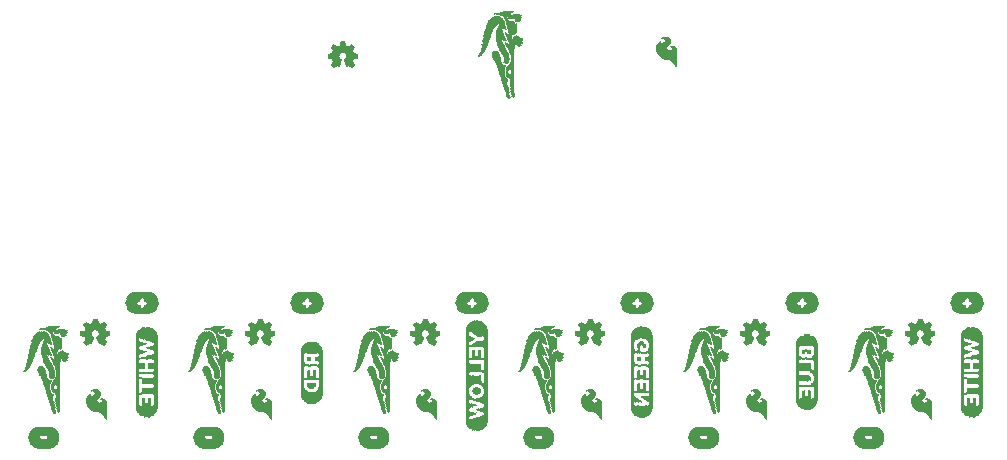
<source format=gbo>
G75*
%MOIN*%
%OFA0B0*%
%FSLAX25Y25*%
%IPPOS*%
%LPD*%
%AMOC8*
5,1,8,0,0,1.08239X$1,22.5*
%
%ADD10R,0.00079X0.00079*%
%ADD11R,0.00079X0.00118*%
%ADD12R,0.00118X0.00315*%
%ADD13R,0.00079X0.00276*%
%ADD14R,0.00079X0.00709*%
%ADD15R,0.00118X0.01063*%
%ADD16R,0.00079X0.01063*%
%ADD17R,0.00118X0.01181*%
%ADD18R,0.00079X0.00669*%
%ADD19R,0.00079X0.01260*%
%ADD20R,0.00118X0.02047*%
%ADD21R,0.00079X0.02008*%
%ADD22R,0.00118X0.00709*%
%ADD23R,0.00079X0.03189*%
%ADD24R,0.00079X0.00394*%
%ADD25R,0.00079X0.03228*%
%ADD26R,0.00118X0.00866*%
%ADD27R,0.00118X0.03189*%
%ADD28R,0.00079X0.04488*%
%ADD29R,0.00118X0.00512*%
%ADD30R,0.00118X0.04449*%
%ADD31R,0.00079X0.00984*%
%ADD32R,0.00079X0.04449*%
%ADD33R,0.00118X0.05748*%
%ADD34R,0.00079X0.05827*%
%ADD35R,0.00118X0.00591*%
%ADD36R,0.00118X0.05709*%
%ADD37R,0.00079X0.06614*%
%ADD38R,0.00118X0.06496*%
%ADD39R,0.00079X0.06496*%
%ADD40R,0.00079X0.00591*%
%ADD41R,0.00079X0.06417*%
%ADD42R,0.00118X0.07480*%
%ADD43R,0.00079X0.07362*%
%ADD44R,0.00118X0.07205*%
%ADD45R,0.00079X0.06969*%
%ADD46R,0.00079X0.06811*%
%ADD47R,0.00118X0.06929*%
%ADD48R,0.00079X0.07205*%
%ADD49R,0.00118X0.07008*%
%ADD50R,0.00118X0.06575*%
%ADD51R,0.00118X0.06299*%
%ADD52R,0.00079X0.06142*%
%ADD53R,0.00118X0.05906*%
%ADD54R,0.00079X0.05748*%
%ADD55R,0.00118X0.05512*%
%ADD56R,0.00079X0.05433*%
%ADD57R,0.00118X0.05236*%
%ADD58R,0.00079X0.04961*%
%ADD59R,0.00118X0.04764*%
%ADD60R,0.00079X0.04646*%
%ADD61R,0.00079X0.04370*%
%ADD62R,0.00079X0.01535*%
%ADD63R,0.00118X0.04291*%
%ADD64R,0.00118X0.01850*%
%ADD65R,0.00079X0.04094*%
%ADD66R,0.00079X0.02244*%
%ADD67R,0.00118X0.03976*%
%ADD68R,0.00118X0.02402*%
%ADD69R,0.00079X0.03780*%
%ADD70R,0.00079X0.02598*%
%ADD71R,0.00118X0.03701*%
%ADD72R,0.00118X0.02913*%
%ADD73R,0.00079X0.03701*%
%ADD74R,0.00079X0.03031*%
%ADD75R,0.00118X0.00197*%
%ADD76R,0.00118X0.03504*%
%ADD77R,0.00118X0.03307*%
%ADD78R,0.00079X0.03425*%
%ADD79R,0.00079X0.03504*%
%ADD80R,0.00118X0.03583*%
%ADD81R,0.00079X0.00197*%
%ADD82R,0.00118X0.00276*%
%ADD83R,0.00079X0.00866*%
%ADD84R,0.00079X0.04055*%
%ADD85R,0.00118X0.00394*%
%ADD86R,0.00118X0.03110*%
%ADD87R,0.00118X0.02717*%
%ADD88R,0.00118X0.04173*%
%ADD89R,0.00079X0.02992*%
%ADD90R,0.00079X0.02913*%
%ADD91R,0.00079X0.04685*%
%ADD92R,0.00118X0.02835*%
%ADD93R,0.00118X0.04961*%
%ADD94R,0.00079X0.02717*%
%ADD95R,0.00079X0.05551*%
%ADD96R,0.00079X0.05157*%
%ADD97R,0.00118X0.02559*%
%ADD98R,0.00118X0.06102*%
%ADD99R,0.00118X0.05433*%
%ADD100R,0.00079X0.02559*%
%ADD101R,0.00079X0.05630*%
%ADD102R,0.00118X0.02441*%
%ADD103R,0.00118X0.05827*%
%ADD104R,0.00079X0.02441*%
%ADD105R,0.00079X0.07402*%
%ADD106R,0.00079X0.05945*%
%ADD107R,0.00118X0.00669*%
%ADD108R,0.00118X0.07795*%
%ADD109R,0.00079X0.10787*%
%ADD110R,0.00079X0.06102*%
%ADD111R,0.00118X0.00906*%
%ADD112R,0.00118X0.10984*%
%ADD113R,0.00079X0.00906*%
%ADD114R,0.00079X0.11181*%
%ADD115R,0.00079X0.06339*%
%ADD116R,0.00118X0.11181*%
%ADD117R,0.00079X0.11378*%
%ADD118R,0.00118X0.11457*%
%ADD119R,0.00079X0.01181*%
%ADD120R,0.00079X0.11575*%
%ADD121R,0.00079X0.05118*%
%ADD122R,0.00118X0.07402*%
%ADD123R,0.00118X0.04016*%
%ADD124R,0.00118X0.05276*%
%ADD125R,0.00079X0.03307*%
%ADD126R,0.00079X0.03583*%
%ADD127R,0.00079X0.04016*%
%ADD128R,0.00079X0.01378*%
%ADD129R,0.00079X0.03976*%
%ADD130R,0.00118X0.01457*%
%ADD131R,0.00118X0.03228*%
%ADD132R,0.00118X0.03031*%
%ADD133R,0.00118X0.03858*%
%ADD134R,0.00079X0.01457*%
%ADD135R,0.00079X0.03110*%
%ADD136R,0.00079X0.02835*%
%ADD137R,0.00079X0.03858*%
%ADD138R,0.00118X0.01575*%
%ADD139R,0.00118X0.02992*%
%ADD140R,0.00118X0.02520*%
%ADD141R,0.00118X0.03780*%
%ADD142R,0.00118X0.06417*%
%ADD143R,0.00079X0.01654*%
%ADD144R,0.00079X0.02402*%
%ADD145R,0.00118X0.01772*%
%ADD146R,0.00118X0.02126*%
%ADD147R,0.00118X0.03898*%
%ADD148R,0.00118X0.06890*%
%ADD149R,0.00079X0.01929*%
%ADD150R,0.00079X0.02638*%
%ADD151R,0.00079X0.03898*%
%ADD152R,0.00118X0.01654*%
%ADD153R,0.00118X0.00472*%
%ADD154R,0.00079X0.02126*%
%ADD155R,0.00079X0.01575*%
%ADD156R,0.00118X0.02323*%
%ADD157R,0.00118X0.01260*%
%ADD158R,0.00118X0.04646*%
%ADD159R,0.00079X0.02520*%
%ADD160R,0.00079X0.00787*%
%ADD161R,0.00118X0.01299*%
%ADD162R,0.00118X0.00118*%
%ADD163R,0.00118X0.00787*%
%ADD164R,0.00118X0.00079*%
%ADD165R,0.00118X0.05354*%
%ADD166R,0.00079X0.00315*%
%ADD167R,0.00079X0.00551*%
%ADD168R,0.00079X0.04843*%
%ADD169R,0.00079X0.03622*%
%ADD170R,0.00079X0.00748*%
%ADD171R,0.00079X0.05039*%
%ADD172R,0.00079X0.04764*%
%ADD173R,0.00079X0.02047*%
%ADD174R,0.00079X0.05354*%
%ADD175R,0.00118X0.04409*%
%ADD176R,0.00118X0.04567*%
%ADD177R,0.00118X0.02638*%
%ADD178R,0.00118X0.05551*%
%ADD179R,0.00118X0.01535*%
%ADD180R,0.00079X0.01850*%
%ADD181R,0.00118X0.01811*%
%ADD182R,0.00118X0.01732*%
%ADD183R,0.00118X0.04055*%
%ADD184R,0.00118X0.01969*%
%ADD185R,0.00118X0.02244*%
%ADD186R,0.00079X0.02165*%
%ADD187R,0.00079X0.02362*%
%ADD188R,0.00079X0.01772*%
%ADD189R,0.00079X0.00512*%
%ADD190R,0.00118X0.02362*%
%ADD191R,0.00118X0.04094*%
%ADD192R,0.00118X0.02795*%
%ADD193R,0.00118X0.01339*%
%ADD194R,0.00079X0.10039*%
%ADD195R,0.00118X0.10236*%
%ADD196R,0.00079X0.10394*%
%ADD197R,0.00118X0.10709*%
%ADD198R,0.00079X0.11063*%
%ADD199R,0.00118X0.11378*%
%ADD200R,0.00118X0.00157*%
%ADD201R,0.00079X0.12087*%
%ADD202R,0.00079X0.05276*%
%ADD203R,0.00079X0.00472*%
%ADD204R,0.00079X0.05866*%
%ADD205R,0.00079X0.10591*%
%ADD206R,0.00079X0.06220*%
%ADD207R,0.00118X0.10591*%
%ADD208R,0.00118X0.06614*%
%ADD209R,0.00079X0.18583*%
%ADD210R,0.00118X0.01378*%
%ADD211R,0.00118X0.19331*%
%ADD212R,0.00079X0.19528*%
%ADD213R,0.00118X0.04843*%
%ADD214R,0.00118X0.19606*%
%ADD215R,0.00079X0.04567*%
%ADD216R,0.00079X0.19803*%
%ADD217R,0.00118X0.04252*%
%ADD218R,0.00118X0.19921*%
%ADD219R,0.00079X0.04173*%
%ADD220R,0.00079X0.20000*%
%ADD221R,0.00118X0.08583*%
%ADD222R,0.00079X0.01339*%
%ADD223R,0.00079X0.03819*%
%ADD224R,0.00118X0.03386*%
%ADD225R,0.00079X0.02323*%
%ADD226R,0.00079X0.02756*%
%ADD227R,0.00079X0.03386*%
%ADD228R,0.00118X0.03425*%
%ADD229R,0.00118X0.02598*%
%ADD230R,0.00079X0.00157*%
%ADD231C,0.00300*%
%ADD232C,0.00299*%
%ADD233R,0.00157X0.15394*%
%ADD234R,0.00197X0.16457*%
%ADD235R,0.00157X0.17205*%
%ADD236R,0.00197X0.17913*%
%ADD237R,0.00157X0.18268*%
%ADD238R,0.00197X0.03189*%
%ADD239R,0.00197X0.02441*%
%ADD240R,0.00197X0.01102*%
%ADD241R,0.00197X0.04961*%
%ADD242R,0.00157X0.02992*%
%ADD243R,0.00157X0.01614*%
%ADD244R,0.00157X0.00709*%
%ADD245R,0.00157X0.04449*%
%ADD246R,0.00197X0.01457*%
%ADD247R,0.00197X0.00354*%
%ADD248R,0.00197X0.04252*%
%ADD249R,0.00157X0.03386*%
%ADD250R,0.00157X0.00906*%
%ADD251R,0.00157X0.00354*%
%ADD252R,0.00157X0.04252*%
%ADD253R,0.00197X0.03386*%
%ADD254R,0.00197X0.00709*%
%ADD255R,0.00197X0.03898*%
%ADD256R,0.00157X0.03543*%
%ADD257R,0.00157X0.00512*%
%ADD258R,0.00157X0.03898*%
%ADD259R,0.00197X0.03543*%
%ADD260R,0.00197X0.00551*%
%ADD261R,0.00197X0.00512*%
%ADD262R,0.00157X0.03701*%
%ADD263R,0.00157X0.01063*%
%ADD264R,0.00157X0.00551*%
%ADD265R,0.00197X0.03701*%
%ADD266R,0.00197X0.01417*%
%ADD267R,0.00197X0.03150*%
%ADD268R,0.00157X0.01575*%
%ADD269R,0.00157X0.03150*%
%ADD270R,0.00197X0.01575*%
%ADD271R,0.00197X0.01772*%
%ADD272R,0.00197X0.03858*%
%ADD273R,0.00157X0.01417*%
%ADD274R,0.00157X0.01772*%
%ADD275R,0.00197X0.01220*%
%ADD276R,0.00197X0.01929*%
%ADD277R,0.00157X0.01220*%
%ADD278R,0.00157X0.01929*%
%ADD279R,0.00197X0.00906*%
%ADD280R,0.00157X0.03858*%
%ADD281R,0.00157X0.01260*%
%ADD282R,0.00197X0.01260*%
%ADD283R,0.00157X0.04094*%
%ADD284R,0.00197X0.04055*%
%ADD285R,0.00157X0.00748*%
%ADD286R,0.00157X0.04606*%
%ADD287R,0.00197X0.01969*%
%ADD288R,0.00197X0.01063*%
%ADD289R,0.00197X0.04921*%
%ADD290R,0.00157X0.18937*%
%ADD291R,0.00197X0.18583*%
%ADD292R,0.00157X0.24961*%
%ADD293R,0.00197X0.26063*%
%ADD294R,0.00157X0.26732*%
%ADD295R,0.00197X0.27441*%
%ADD296R,0.00157X0.27835*%
%ADD297R,0.00197X0.04606*%
%ADD298R,0.00197X0.02126*%
%ADD299R,0.00197X0.02480*%
%ADD300R,0.00197X0.02992*%
%ADD301R,0.00197X0.03346*%
%ADD302R,0.00157X0.00669*%
%ADD303R,0.00157X0.02126*%
%ADD304R,0.00157X0.03031*%
%ADD305R,0.00157X0.00315*%
%ADD306R,0.00197X0.00315*%
%ADD307R,0.00157X0.03740*%
%ADD308R,0.00197X0.03740*%
%ADD309R,0.00157X0.03189*%
%ADD310R,0.00197X0.03937*%
%ADD311R,0.00157X0.03937*%
%ADD312R,0.00197X0.00197*%
%ADD313R,0.00157X0.00394*%
%ADD314R,0.00157X0.00197*%
%ADD315R,0.00157X0.01378*%
%ADD316R,0.00197X0.00748*%
%ADD317R,0.00197X0.04094*%
%ADD318R,0.00197X0.01614*%
%ADD319R,0.00157X0.04055*%
%ADD320R,0.00157X0.04646*%
%ADD321R,0.00157X0.01969*%
%ADD322R,0.00197X0.04764*%
%ADD323R,0.00197X0.00866*%
%ADD324R,0.00197X0.00669*%
%ADD325R,0.00197X0.02283*%
%ADD326R,0.00157X0.28504*%
%ADD327R,0.00197X0.28150*%
%ADD328R,0.00157X0.19646*%
%ADD329R,0.00197X0.20748*%
%ADD330R,0.00157X0.21457*%
%ADD331R,0.00197X0.22165*%
%ADD332R,0.00157X0.22520*%
%ADD333R,0.00197X0.02323*%
%ADD334R,0.00197X0.02835*%
%ADD335R,0.00197X0.03031*%
%ADD336R,0.00157X0.02795*%
%ADD337R,0.00157X0.03346*%
%ADD338R,0.00157X0.06181*%
%ADD339R,0.00197X0.01378*%
%ADD340R,0.00197X0.06181*%
%ADD341R,0.00197X0.06378*%
%ADD342R,0.00157X0.00866*%
%ADD343R,0.00157X0.04803*%
%ADD344R,0.00197X0.04449*%
%ADD345R,0.00157X0.06378*%
%ADD346R,0.00157X0.01102*%
%ADD347R,0.00157X0.03504*%
%ADD348R,0.00157X0.23189*%
%ADD349R,0.00197X0.22874*%
%ADD350R,0.00157X0.31339*%
%ADD351R,0.00197X0.32441*%
%ADD352R,0.00157X0.33150*%
%ADD353R,0.00197X0.33819*%
%ADD354R,0.00157X0.34213*%
%ADD355R,0.00197X0.02638*%
%ADD356R,0.00157X0.02323*%
%ADD357R,0.00157X0.01732*%
%ADD358R,0.00157X0.02835*%
%ADD359R,0.00197X0.00394*%
%ADD360R,0.00197X0.03583*%
%ADD361R,0.00197X0.03228*%
%ADD362R,0.00157X0.04213*%
%ADD363R,0.00157X0.03228*%
%ADD364R,0.00197X0.04409*%
%ADD365R,0.00157X0.01457*%
%ADD366R,0.00157X0.02283*%
%ADD367R,0.00157X0.04764*%
%ADD368R,0.00157X0.02677*%
%ADD369R,0.00157X0.00157*%
%ADD370R,0.00197X0.02677*%
%ADD371R,0.00197X0.00157*%
%ADD372R,0.00157X0.05157*%
%ADD373R,0.00157X0.01024*%
%ADD374R,0.00157X0.04409*%
%ADD375R,0.00197X0.05157*%
%ADD376R,0.00197X0.01024*%
%ADD377R,0.00157X0.05315*%
%ADD378R,0.00157X0.02480*%
%ADD379R,0.00197X0.05315*%
%ADD380R,0.00157X0.05118*%
%ADD381R,0.00197X0.05118*%
%ADD382R,0.00157X0.04961*%
%ADD383R,0.00197X0.04803*%
%ADD384R,0.00197X0.02165*%
%ADD385R,0.00157X0.34882*%
%ADD386R,0.00197X0.34528*%
%ADD387R,0.00157X0.24606*%
%ADD388R,0.00197X0.25709*%
%ADD389R,0.00157X0.26417*%
%ADD390R,0.00197X0.27126*%
%ADD391R,0.00157X0.27441*%
%ADD392R,0.00157X0.01811*%
%ADD393R,0.00197X0.04213*%
%ADD394R,0.00197X0.04567*%
%ADD395R,0.00157X0.04567*%
%ADD396R,0.00197X0.04646*%
%ADD397R,0.00157X0.28150*%
%ADD398R,0.00197X0.27835*%
%ADD399R,0.05472X0.00157*%
%ADD400R,0.06535X0.00197*%
%ADD401R,0.07244X0.00157*%
%ADD402R,0.07992X0.00197*%
%ADD403R,0.08346X0.00157*%
%ADD404R,0.08661X0.00197*%
%ADD405R,0.09016X0.00157*%
%ADD406R,0.09370X0.00197*%
%ADD407R,0.09764X0.00157*%
%ADD408R,0.09764X0.00197*%
%ADD409R,0.04803X0.00157*%
%ADD410R,0.04646X0.00157*%
%ADD411R,0.04606X0.00197*%
%ADD412R,0.04646X0.00197*%
%ADD413R,0.04764X0.00157*%
%ADD414R,0.04606X0.00157*%
%ADD415R,0.04764X0.00197*%
%ADD416R,0.04961X0.00197*%
%ADD417R,0.04094X0.00157*%
%ADD418R,0.04055X0.00157*%
%ADD419R,0.03898X0.00197*%
%ADD420R,0.03701X0.00197*%
%ADD421R,0.03701X0.00157*%
%ADD422R,0.04961X0.00157*%
%ADD423R,0.04803X0.00197*%
%ADD424R,0.05118X0.00157*%
%ADD425R,0.10118X0.00197*%
%ADD426R,0.10118X0.00157*%
%ADD427R,0.05827X0.00197*%
%ADD428R,0.06575X0.00157*%
%ADD429R,0.07244X0.00197*%
%ADD430R,0.07638X0.00157*%
%ADD431R,0.07953X0.00197*%
%ADD432R,0.08307X0.00157*%
%ADD433R,0.08701X0.00197*%
%ADD434R,0.09055X0.00157*%
%ADD435R,0.09055X0.00197*%
%ADD436R,0.09370X0.00157*%
%ADD437R,0.09724X0.00157*%
%ADD438R,0.09724X0.00197*%
%ADD439R,0.10079X0.00197*%
%ADD440R,0.10079X0.00157*%
D10*
X0085163Y0105703D03*
X0094494Y0111254D03*
X0099730Y0109600D03*
X0100124Y0111648D03*
X0099337Y0117947D03*
X0097014Y0120781D03*
X0090793Y0119994D03*
X0140163Y0105703D03*
X0149494Y0111254D03*
X0154730Y0109600D03*
X0155124Y0111648D03*
X0154337Y0117947D03*
X0152014Y0120781D03*
X0145793Y0119994D03*
X0195163Y0105703D03*
X0204494Y0111254D03*
X0209730Y0109600D03*
X0210124Y0111648D03*
X0209337Y0117947D03*
X0207014Y0120781D03*
X0200793Y0119994D03*
X0250163Y0105703D03*
X0259494Y0111254D03*
X0264730Y0109600D03*
X0265124Y0111648D03*
X0264337Y0117947D03*
X0262014Y0120781D03*
X0255793Y0119994D03*
X0305163Y0105703D03*
X0314494Y0111254D03*
X0319730Y0109600D03*
X0320124Y0111648D03*
X0319337Y0117947D03*
X0317014Y0120781D03*
X0310793Y0119994D03*
X0360163Y0105703D03*
X0369494Y0111254D03*
X0374730Y0109600D03*
X0375124Y0111648D03*
X0374337Y0117947D03*
X0372014Y0120781D03*
X0365793Y0119994D03*
X0236663Y0210703D03*
X0245994Y0216254D03*
X0251230Y0214600D03*
X0251624Y0216648D03*
X0250837Y0222947D03*
X0248514Y0225781D03*
X0242293Y0224994D03*
D11*
X0242096Y0224896D03*
X0236742Y0210801D03*
X0247451Y0200211D03*
X0255596Y0119896D03*
X0250242Y0105801D03*
X0260951Y0095211D03*
X0305242Y0105801D03*
X0315951Y0095211D03*
X0310596Y0119896D03*
X0360242Y0105801D03*
X0370951Y0095211D03*
X0365596Y0119896D03*
X0205951Y0095211D03*
X0195242Y0105801D03*
X0200596Y0119896D03*
X0150951Y0095211D03*
X0140242Y0105801D03*
X0145596Y0119896D03*
X0095951Y0095211D03*
X0085242Y0105801D03*
X0090596Y0119896D03*
D12*
X0099632Y0109600D03*
X0086128Y0108341D03*
X0085537Y0106096D03*
X0085341Y0105900D03*
X0140341Y0105900D03*
X0140537Y0106096D03*
X0141128Y0108341D03*
X0154632Y0109600D03*
X0195341Y0105900D03*
X0195537Y0106096D03*
X0196128Y0108341D03*
X0209632Y0109600D03*
X0250341Y0105900D03*
X0250537Y0106096D03*
X0251128Y0108341D03*
X0264632Y0109600D03*
X0305341Y0105900D03*
X0305537Y0106096D03*
X0306128Y0108341D03*
X0319632Y0109600D03*
X0360341Y0105900D03*
X0360537Y0106096D03*
X0361128Y0108341D03*
X0374632Y0109600D03*
X0237037Y0211096D03*
X0236841Y0210900D03*
X0237628Y0213341D03*
X0251132Y0214600D03*
D13*
X0245994Y0219935D03*
X0250758Y0222967D03*
X0242687Y0225093D03*
X0237923Y0214699D03*
X0236939Y0210998D03*
X0246860Y0200604D03*
X0247254Y0197770D03*
X0256187Y0120093D03*
X0264258Y0117967D03*
X0259494Y0114935D03*
X0251423Y0109699D03*
X0250439Y0105998D03*
X0260360Y0095604D03*
X0260754Y0092770D03*
X0305439Y0105998D03*
X0306423Y0109699D03*
X0314494Y0114935D03*
X0319258Y0117967D03*
X0311187Y0120093D03*
X0315360Y0095604D03*
X0315754Y0092770D03*
X0360439Y0105998D03*
X0361423Y0109699D03*
X0369494Y0114935D03*
X0374258Y0117967D03*
X0366187Y0120093D03*
X0370360Y0095604D03*
X0370754Y0092770D03*
X0209258Y0117967D03*
X0204494Y0114935D03*
X0201187Y0120093D03*
X0196423Y0109699D03*
X0195439Y0105998D03*
X0205360Y0095604D03*
X0205754Y0092770D03*
X0154258Y0117967D03*
X0149494Y0114935D03*
X0146187Y0120093D03*
X0141423Y0109699D03*
X0140439Y0105998D03*
X0150360Y0095604D03*
X0150754Y0092770D03*
X0099258Y0117967D03*
X0094494Y0114935D03*
X0086423Y0109699D03*
X0085439Y0105998D03*
X0095360Y0095604D03*
X0095754Y0092770D03*
X0091187Y0120093D03*
D14*
X0085636Y0106293D03*
X0140636Y0106293D03*
X0195636Y0106293D03*
X0250636Y0106293D03*
X0305636Y0106293D03*
X0360636Y0106293D03*
X0237136Y0211293D03*
D15*
X0237234Y0211589D03*
X0237431Y0211785D03*
X0244242Y0225289D03*
X0257742Y0120289D03*
X0250931Y0106785D03*
X0250734Y0106589D03*
X0202742Y0120289D03*
X0195931Y0106785D03*
X0195734Y0106589D03*
X0147742Y0120289D03*
X0140931Y0106785D03*
X0140734Y0106589D03*
X0092742Y0120289D03*
X0085931Y0106785D03*
X0085734Y0106589D03*
X0305734Y0106589D03*
X0305931Y0106785D03*
X0312742Y0120289D03*
X0360734Y0106589D03*
X0360931Y0106785D03*
X0367742Y0120289D03*
D16*
X0369100Y0111825D03*
X0369770Y0109778D03*
X0361030Y0106864D03*
X0360833Y0106667D03*
X0372211Y0093281D03*
X0317211Y0093281D03*
X0305833Y0106667D03*
X0306030Y0106864D03*
X0314770Y0109778D03*
X0314100Y0111825D03*
X0262211Y0093281D03*
X0250833Y0106667D03*
X0251030Y0106864D03*
X0259770Y0109778D03*
X0259100Y0111825D03*
X0204770Y0109778D03*
X0204100Y0111825D03*
X0196030Y0106864D03*
X0195833Y0106667D03*
X0207211Y0093281D03*
X0152211Y0093281D03*
X0140833Y0106667D03*
X0141030Y0106864D03*
X0149770Y0109778D03*
X0149100Y0111825D03*
X0097211Y0093281D03*
X0085833Y0106667D03*
X0086030Y0106864D03*
X0094770Y0109778D03*
X0094100Y0111825D03*
X0248711Y0198281D03*
X0237333Y0211667D03*
X0237530Y0211864D03*
X0246270Y0214778D03*
X0245600Y0216825D03*
D17*
X0246171Y0218144D03*
X0244439Y0225230D03*
X0237628Y0211923D03*
X0245502Y0207553D03*
X0247156Y0197435D03*
X0257939Y0120230D03*
X0259671Y0113144D03*
X0251128Y0106923D03*
X0259002Y0102553D03*
X0260656Y0092435D03*
X0306128Y0106923D03*
X0314002Y0102553D03*
X0315656Y0092435D03*
X0314671Y0113144D03*
X0312939Y0120230D03*
X0361128Y0106923D03*
X0369002Y0102553D03*
X0370656Y0092435D03*
X0369671Y0113144D03*
X0367939Y0120230D03*
X0204671Y0113144D03*
X0202939Y0120230D03*
X0196128Y0106923D03*
X0204002Y0102553D03*
X0205656Y0092435D03*
X0150656Y0092435D03*
X0149002Y0102553D03*
X0141128Y0106923D03*
X0149671Y0113144D03*
X0147939Y0120230D03*
X0094671Y0113144D03*
X0092939Y0120230D03*
X0086128Y0106923D03*
X0094002Y0102553D03*
X0095656Y0092435D03*
D18*
X0095557Y0105132D03*
X0086226Y0108242D03*
X0092053Y0120289D03*
X0092250Y0120289D03*
X0096148Y0120683D03*
X0096226Y0120683D03*
X0141226Y0108242D03*
X0150557Y0105132D03*
X0147250Y0120289D03*
X0147053Y0120289D03*
X0151148Y0120683D03*
X0151226Y0120683D03*
X0196226Y0108242D03*
X0205557Y0105132D03*
X0202250Y0120289D03*
X0202053Y0120289D03*
X0206148Y0120683D03*
X0206226Y0120683D03*
X0251226Y0108242D03*
X0260557Y0105132D03*
X0257250Y0120289D03*
X0257053Y0120289D03*
X0261148Y0120683D03*
X0261226Y0120683D03*
X0306226Y0108242D03*
X0315557Y0105132D03*
X0312250Y0120289D03*
X0312053Y0120289D03*
X0316148Y0120683D03*
X0316226Y0120683D03*
X0361226Y0108242D03*
X0370557Y0105132D03*
X0367250Y0120289D03*
X0367053Y0120289D03*
X0371148Y0120683D03*
X0371226Y0120683D03*
X0247057Y0210132D03*
X0237726Y0213242D03*
X0243553Y0225289D03*
X0243750Y0225289D03*
X0247648Y0225683D03*
X0247726Y0225683D03*
D19*
X0248514Y0224325D03*
X0244537Y0225191D03*
X0246270Y0217986D03*
X0237726Y0212081D03*
X0245404Y0209364D03*
X0247057Y0197474D03*
X0258037Y0120191D03*
X0262014Y0119325D03*
X0259770Y0112986D03*
X0251226Y0107081D03*
X0258904Y0104364D03*
X0260557Y0092474D03*
X0306226Y0107081D03*
X0313904Y0104364D03*
X0314770Y0112986D03*
X0317014Y0119325D03*
X0313037Y0120191D03*
X0361226Y0107081D03*
X0368904Y0104364D03*
X0369770Y0112986D03*
X0372014Y0119325D03*
X0368037Y0120191D03*
X0370557Y0092474D03*
X0315557Y0092474D03*
X0205557Y0092474D03*
X0203904Y0104364D03*
X0196226Y0107081D03*
X0204770Y0112986D03*
X0207014Y0119325D03*
X0203037Y0120191D03*
X0152014Y0119325D03*
X0148037Y0120191D03*
X0149770Y0112986D03*
X0141226Y0107081D03*
X0148904Y0104364D03*
X0150557Y0092474D03*
X0097014Y0119325D03*
X0093037Y0120191D03*
X0094770Y0112986D03*
X0086226Y0107081D03*
X0093904Y0104364D03*
X0095557Y0092474D03*
D20*
X0095459Y0092868D03*
X0095656Y0102514D03*
X0086522Y0107750D03*
X0086325Y0107553D03*
X0093805Y0119994D03*
X0141325Y0107553D03*
X0141522Y0107750D03*
X0150656Y0102514D03*
X0150459Y0092868D03*
X0196325Y0107553D03*
X0196522Y0107750D03*
X0205656Y0102514D03*
X0205459Y0092868D03*
X0251325Y0107553D03*
X0251522Y0107750D03*
X0260656Y0102514D03*
X0260459Y0092868D03*
X0258805Y0119994D03*
X0306325Y0107553D03*
X0306522Y0107750D03*
X0315656Y0102514D03*
X0315459Y0092868D03*
X0361325Y0107553D03*
X0361522Y0107750D03*
X0370656Y0102514D03*
X0370459Y0092868D03*
X0368805Y0119994D03*
X0313805Y0119994D03*
X0203805Y0119994D03*
X0148805Y0119994D03*
X0246959Y0197868D03*
X0247156Y0207514D03*
X0238022Y0212750D03*
X0237825Y0212553D03*
X0245305Y0224994D03*
D21*
X0246663Y0217415D03*
X0237923Y0212652D03*
X0260163Y0112415D03*
X0251423Y0107652D03*
X0205163Y0112415D03*
X0196423Y0107652D03*
X0150163Y0112415D03*
X0141423Y0107652D03*
X0095163Y0112415D03*
X0086423Y0107652D03*
X0306423Y0107652D03*
X0315163Y0112415D03*
X0361423Y0107652D03*
X0370163Y0112415D03*
D22*
X0361522Y0109600D03*
X0306522Y0109600D03*
X0251522Y0109600D03*
X0196522Y0109600D03*
X0141522Y0109600D03*
X0086522Y0109600D03*
X0238022Y0214600D03*
D23*
X0238120Y0213439D03*
X0246663Y0210407D03*
X0249774Y0216156D03*
X0242687Y0222770D03*
X0256187Y0117770D03*
X0263274Y0111156D03*
X0260163Y0105407D03*
X0251620Y0108439D03*
X0208274Y0111156D03*
X0205163Y0105407D03*
X0196620Y0108439D03*
X0201187Y0117770D03*
X0153274Y0111156D03*
X0150163Y0105407D03*
X0141620Y0108439D03*
X0146187Y0117770D03*
X0098274Y0111156D03*
X0095163Y0105407D03*
X0086620Y0108439D03*
X0091187Y0117770D03*
X0306620Y0108439D03*
X0315163Y0105407D03*
X0318274Y0111156D03*
X0311187Y0117770D03*
X0361620Y0108439D03*
X0370163Y0105407D03*
X0373274Y0111156D03*
X0366187Y0117770D03*
D24*
X0366384Y0120152D03*
X0366463Y0120230D03*
X0366659Y0120230D03*
X0371620Y0120742D03*
X0374927Y0110506D03*
X0369297Y0102829D03*
X0369967Y0098065D03*
X0361699Y0111215D03*
X0319927Y0110506D03*
X0306699Y0111215D03*
X0311384Y0120152D03*
X0311463Y0120230D03*
X0311659Y0120230D03*
X0316620Y0120742D03*
X0314297Y0102829D03*
X0314967Y0098065D03*
X0264927Y0110506D03*
X0251699Y0111215D03*
X0256384Y0120152D03*
X0256463Y0120230D03*
X0256659Y0120230D03*
X0261620Y0120742D03*
X0259297Y0102829D03*
X0259967Y0098065D03*
X0209927Y0110506D03*
X0204297Y0102829D03*
X0204967Y0098065D03*
X0196699Y0111215D03*
X0201384Y0120152D03*
X0201463Y0120230D03*
X0201659Y0120230D03*
X0206620Y0120742D03*
X0154927Y0110506D03*
X0149297Y0102829D03*
X0149967Y0098065D03*
X0141699Y0111215D03*
X0146384Y0120152D03*
X0146463Y0120230D03*
X0146659Y0120230D03*
X0151620Y0120742D03*
X0099927Y0110506D03*
X0086699Y0111215D03*
X0091384Y0120152D03*
X0091463Y0120230D03*
X0091659Y0120230D03*
X0096620Y0120742D03*
X0094297Y0102829D03*
X0094967Y0098065D03*
X0246467Y0203065D03*
X0245797Y0207829D03*
X0251427Y0215506D03*
X0238199Y0216215D03*
X0242884Y0225152D03*
X0242963Y0225230D03*
X0243159Y0225230D03*
X0248120Y0225742D03*
D25*
X0242490Y0222671D03*
X0244616Y0222081D03*
X0238199Y0213616D03*
X0255990Y0117671D03*
X0258116Y0117081D03*
X0251699Y0108616D03*
X0203116Y0117081D03*
X0200990Y0117671D03*
X0196699Y0108616D03*
X0148116Y0117081D03*
X0145990Y0117671D03*
X0141699Y0108616D03*
X0093116Y0117081D03*
X0090990Y0117671D03*
X0086699Y0108616D03*
X0306699Y0108616D03*
X0310990Y0117671D03*
X0313116Y0117081D03*
X0361699Y0108616D03*
X0365990Y0117671D03*
X0368116Y0117081D03*
D26*
X0369671Y0109876D03*
X0361797Y0111057D03*
X0314671Y0109876D03*
X0306797Y0111057D03*
X0259671Y0109876D03*
X0251797Y0111057D03*
X0204671Y0109876D03*
X0196797Y0111057D03*
X0149671Y0109876D03*
X0141797Y0111057D03*
X0094671Y0109876D03*
X0086797Y0111057D03*
X0246171Y0214876D03*
X0238297Y0216057D03*
D27*
X0238297Y0213715D03*
X0250463Y0215762D03*
X0245896Y0224423D03*
X0242589Y0222770D03*
X0259396Y0119423D03*
X0256089Y0117770D03*
X0263963Y0110762D03*
X0251797Y0108715D03*
X0208963Y0110762D03*
X0201089Y0117770D03*
X0204396Y0119423D03*
X0196797Y0108715D03*
X0153963Y0110762D03*
X0146089Y0117770D03*
X0149396Y0119423D03*
X0141797Y0108715D03*
X0098963Y0110762D03*
X0091089Y0117770D03*
X0094396Y0119423D03*
X0086797Y0108715D03*
X0306797Y0108715D03*
X0318963Y0110762D03*
X0311089Y0117770D03*
X0314396Y0119423D03*
X0361797Y0108715D03*
X0373963Y0110762D03*
X0366089Y0117770D03*
X0369396Y0119423D03*
D28*
X0361896Y0109443D03*
X0306896Y0109443D03*
X0251896Y0109443D03*
X0196896Y0109443D03*
X0141896Y0109443D03*
X0086896Y0109443D03*
X0238396Y0214443D03*
D29*
X0238494Y0217809D03*
X0248022Y0225683D03*
X0261522Y0120683D03*
X0251994Y0112809D03*
X0206522Y0120683D03*
X0196994Y0112809D03*
X0151522Y0120683D03*
X0141994Y0112809D03*
X0096522Y0120683D03*
X0086994Y0112809D03*
X0306994Y0112809D03*
X0316522Y0120683D03*
X0361994Y0112809D03*
X0371522Y0120683D03*
D30*
X0361994Y0109541D03*
X0306994Y0109541D03*
X0251994Y0109541D03*
X0196994Y0109541D03*
X0141994Y0109541D03*
X0086994Y0109541D03*
X0238494Y0214541D03*
D31*
X0238593Y0217770D03*
X0245797Y0220368D03*
X0244144Y0225250D03*
X0241427Y0211431D03*
X0257644Y0120250D03*
X0259297Y0115368D03*
X0252093Y0112770D03*
X0254927Y0106431D03*
X0204297Y0115368D03*
X0202644Y0120250D03*
X0197093Y0112770D03*
X0199927Y0106431D03*
X0149297Y0115368D03*
X0142093Y0112770D03*
X0144927Y0106431D03*
X0147644Y0120250D03*
X0094297Y0115368D03*
X0087093Y0112770D03*
X0089927Y0106431D03*
X0092644Y0120250D03*
X0307093Y0112770D03*
X0309927Y0106431D03*
X0314297Y0115368D03*
X0312644Y0120250D03*
X0362093Y0112770D03*
X0364927Y0106431D03*
X0369297Y0115368D03*
X0367644Y0120250D03*
D32*
X0362093Y0109738D03*
X0307093Y0109738D03*
X0252093Y0109738D03*
X0197093Y0109738D03*
X0142093Y0109738D03*
X0087093Y0109738D03*
X0238593Y0214738D03*
D33*
X0238691Y0215467D03*
X0252191Y0110467D03*
X0307191Y0110467D03*
X0362191Y0110467D03*
X0197191Y0110467D03*
X0142191Y0110467D03*
X0087191Y0110467D03*
D34*
X0087289Y0110624D03*
X0142289Y0110624D03*
X0197289Y0110624D03*
X0252289Y0110624D03*
X0307289Y0110624D03*
X0362289Y0110624D03*
X0238789Y0215624D03*
D35*
X0238888Y0219305D03*
X0243258Y0225250D03*
X0243455Y0225250D03*
X0247825Y0225722D03*
X0251329Y0215526D03*
X0245699Y0207730D03*
X0246368Y0202967D03*
X0246762Y0200565D03*
X0256758Y0120250D03*
X0256955Y0120250D03*
X0261325Y0120722D03*
X0252388Y0114305D03*
X0264829Y0110526D03*
X0259199Y0102730D03*
X0259868Y0097967D03*
X0260262Y0095565D03*
X0209829Y0110526D03*
X0204199Y0102730D03*
X0204868Y0097967D03*
X0205262Y0095565D03*
X0197388Y0114305D03*
X0201758Y0120250D03*
X0201955Y0120250D03*
X0206325Y0120722D03*
X0154829Y0110526D03*
X0142388Y0114305D03*
X0146758Y0120250D03*
X0146955Y0120250D03*
X0151325Y0120722D03*
X0149199Y0102730D03*
X0149868Y0097967D03*
X0150262Y0095565D03*
X0099829Y0110526D03*
X0087388Y0114305D03*
X0091758Y0120250D03*
X0091955Y0120250D03*
X0096325Y0120722D03*
X0094199Y0102730D03*
X0094868Y0097967D03*
X0095262Y0095565D03*
X0307388Y0114305D03*
X0311758Y0120250D03*
X0311955Y0120250D03*
X0316325Y0120722D03*
X0319829Y0110526D03*
X0314199Y0102730D03*
X0314868Y0097967D03*
X0315262Y0095565D03*
X0362388Y0114305D03*
X0366758Y0120250D03*
X0366955Y0120250D03*
X0371325Y0120722D03*
X0374829Y0110526D03*
X0369199Y0102730D03*
X0369868Y0097967D03*
X0370262Y0095565D03*
D36*
X0362388Y0110762D03*
X0307388Y0110762D03*
X0252388Y0110762D03*
X0197388Y0110762D03*
X0142388Y0110762D03*
X0087388Y0110762D03*
X0238888Y0215762D03*
D37*
X0238986Y0216411D03*
X0245010Y0204915D03*
X0252486Y0111411D03*
X0258510Y0099915D03*
X0307486Y0111411D03*
X0313510Y0099915D03*
X0362486Y0111411D03*
X0368510Y0099915D03*
X0203510Y0099915D03*
X0197486Y0111411D03*
X0148510Y0099915D03*
X0142486Y0111411D03*
X0093510Y0099915D03*
X0087486Y0111411D03*
D38*
X0087585Y0111549D03*
X0087781Y0111825D03*
X0142585Y0111549D03*
X0142781Y0111825D03*
X0197585Y0111549D03*
X0197781Y0111825D03*
X0252585Y0111549D03*
X0252781Y0111825D03*
X0307585Y0111549D03*
X0307781Y0111825D03*
X0362585Y0111549D03*
X0362781Y0111825D03*
X0239085Y0216549D03*
X0239281Y0216825D03*
D39*
X0239183Y0216746D03*
X0243356Y0217612D03*
X0256856Y0112612D03*
X0252683Y0111746D03*
X0201856Y0112612D03*
X0197683Y0111746D03*
X0146856Y0112612D03*
X0142683Y0111746D03*
X0091856Y0112612D03*
X0087683Y0111746D03*
X0307683Y0111746D03*
X0311856Y0112612D03*
X0362683Y0111746D03*
X0366856Y0112612D03*
D40*
X0369494Y0110132D03*
X0362880Y0116077D03*
X0366856Y0120250D03*
X0371423Y0120722D03*
X0316423Y0120722D03*
X0311856Y0120250D03*
X0307880Y0116077D03*
X0314494Y0110132D03*
X0261423Y0120722D03*
X0256856Y0120250D03*
X0252880Y0116077D03*
X0259494Y0110132D03*
X0206423Y0120722D03*
X0201856Y0120250D03*
X0197880Y0116077D03*
X0204494Y0110132D03*
X0151423Y0120722D03*
X0146856Y0120250D03*
X0142880Y0116077D03*
X0149494Y0110132D03*
X0096423Y0120722D03*
X0091856Y0120250D03*
X0087880Y0116077D03*
X0094494Y0110132D03*
X0245994Y0215132D03*
X0239380Y0221077D03*
X0243356Y0225250D03*
X0247923Y0225722D03*
D41*
X0240443Y0219896D03*
X0239380Y0216982D03*
X0253943Y0114896D03*
X0252880Y0111982D03*
X0198943Y0114896D03*
X0197880Y0111982D03*
X0143943Y0114896D03*
X0142880Y0111982D03*
X0088943Y0114896D03*
X0087880Y0111982D03*
X0307880Y0111982D03*
X0308943Y0114896D03*
X0362880Y0111982D03*
X0363943Y0114896D03*
D42*
X0362978Y0112711D03*
X0307978Y0112711D03*
X0252978Y0112711D03*
X0197978Y0112711D03*
X0142978Y0112711D03*
X0087978Y0112711D03*
X0239478Y0217711D03*
D43*
X0239577Y0217848D03*
X0253077Y0112848D03*
X0308077Y0112848D03*
X0363077Y0112848D03*
X0198077Y0112848D03*
X0143077Y0112848D03*
X0088077Y0112848D03*
D44*
X0088175Y0113045D03*
X0143175Y0113045D03*
X0198175Y0113045D03*
X0253175Y0113045D03*
X0308175Y0113045D03*
X0363175Y0113045D03*
X0239675Y0218045D03*
D45*
X0239774Y0218242D03*
X0253274Y0113242D03*
X0308274Y0113242D03*
X0363274Y0113242D03*
X0198274Y0113242D03*
X0143274Y0113242D03*
X0088274Y0113242D03*
D46*
X0088352Y0113439D03*
X0088746Y0114502D03*
X0143352Y0113439D03*
X0143746Y0114502D03*
X0198352Y0113439D03*
X0198746Y0114502D03*
X0253352Y0113439D03*
X0253746Y0114502D03*
X0308352Y0113439D03*
X0308746Y0114502D03*
X0363352Y0113439D03*
X0363746Y0114502D03*
X0239852Y0218439D03*
X0240246Y0219502D03*
D47*
X0239951Y0218774D03*
X0253451Y0113774D03*
X0198451Y0113774D03*
X0143451Y0113774D03*
X0088451Y0113774D03*
X0308451Y0113774D03*
X0363451Y0113774D03*
D48*
X0363549Y0114108D03*
X0368707Y0099620D03*
X0313707Y0099620D03*
X0308549Y0114108D03*
X0258707Y0099620D03*
X0253549Y0114108D03*
X0203707Y0099620D03*
X0198549Y0114108D03*
X0148707Y0099620D03*
X0143549Y0114108D03*
X0093707Y0099620D03*
X0088549Y0114108D03*
X0245207Y0204620D03*
X0240049Y0219108D03*
D49*
X0240148Y0219325D03*
X0243455Y0217553D03*
X0253648Y0114325D03*
X0256955Y0112553D03*
X0308648Y0114325D03*
X0311955Y0112553D03*
X0363648Y0114325D03*
X0366955Y0112553D03*
X0201955Y0112553D03*
X0198648Y0114325D03*
X0146955Y0112553D03*
X0143648Y0114325D03*
X0091955Y0112553D03*
X0088648Y0114325D03*
D50*
X0088844Y0114699D03*
X0143844Y0114699D03*
X0198844Y0114699D03*
X0253844Y0114699D03*
X0308844Y0114699D03*
X0363844Y0114699D03*
X0240344Y0219699D03*
D51*
X0240541Y0220033D03*
X0243848Y0208380D03*
X0254041Y0115033D03*
X0257348Y0103380D03*
X0309041Y0115033D03*
X0312348Y0103380D03*
X0364041Y0115033D03*
X0367348Y0103380D03*
X0202348Y0103380D03*
X0199041Y0115033D03*
X0147348Y0103380D03*
X0144041Y0115033D03*
X0092348Y0103380D03*
X0089041Y0115033D03*
D52*
X0089140Y0115230D03*
X0093313Y0100270D03*
X0144140Y0115230D03*
X0148313Y0100270D03*
X0199140Y0115230D03*
X0203313Y0100270D03*
X0254140Y0115230D03*
X0258313Y0100270D03*
X0309140Y0115230D03*
X0313313Y0100270D03*
X0364140Y0115230D03*
X0368313Y0100270D03*
X0244813Y0205270D03*
X0240640Y0220230D03*
D53*
X0240738Y0220427D03*
X0244715Y0205467D03*
X0254238Y0115427D03*
X0258215Y0100467D03*
X0309238Y0115427D03*
X0313215Y0100467D03*
X0364238Y0115427D03*
X0368215Y0100467D03*
X0203215Y0100467D03*
X0199238Y0115427D03*
X0148215Y0100467D03*
X0144238Y0115427D03*
X0093215Y0100467D03*
X0089238Y0115427D03*
D54*
X0089337Y0115624D03*
X0093116Y0100663D03*
X0144337Y0115624D03*
X0148116Y0100663D03*
X0199337Y0115624D03*
X0203116Y0100663D03*
X0254337Y0115624D03*
X0258116Y0100663D03*
X0309337Y0115624D03*
X0313116Y0100663D03*
X0364337Y0115624D03*
X0368116Y0100663D03*
X0244616Y0205663D03*
X0240837Y0220624D03*
D55*
X0240935Y0220821D03*
X0245502Y0211490D03*
X0254435Y0115821D03*
X0259002Y0106490D03*
X0309435Y0115821D03*
X0314002Y0106490D03*
X0364435Y0115821D03*
X0369002Y0106490D03*
X0204002Y0106490D03*
X0199435Y0115821D03*
X0149002Y0106490D03*
X0144435Y0115821D03*
X0094002Y0106490D03*
X0089435Y0115821D03*
D56*
X0089533Y0115978D03*
X0094100Y0106451D03*
X0093037Y0100900D03*
X0144533Y0115978D03*
X0149100Y0106451D03*
X0148037Y0100900D03*
X0199533Y0115978D03*
X0204100Y0106451D03*
X0203037Y0100900D03*
X0254533Y0115978D03*
X0259100Y0106451D03*
X0258037Y0100900D03*
X0309533Y0115978D03*
X0314100Y0106451D03*
X0313037Y0100900D03*
X0364533Y0115978D03*
X0369100Y0106451D03*
X0368037Y0100900D03*
X0244537Y0205900D03*
X0245600Y0211451D03*
X0241033Y0220978D03*
D57*
X0241132Y0221156D03*
X0254632Y0116156D03*
X0199632Y0116156D03*
X0144632Y0116156D03*
X0089632Y0116156D03*
X0309632Y0116156D03*
X0364632Y0116156D03*
D58*
X0364730Y0116293D03*
X0371620Y0115427D03*
X0316620Y0115427D03*
X0309730Y0116293D03*
X0261620Y0115427D03*
X0254730Y0116293D03*
X0206620Y0115427D03*
X0199730Y0116293D03*
X0151620Y0115427D03*
X0144730Y0116293D03*
X0096620Y0115427D03*
X0089730Y0116293D03*
X0241230Y0221293D03*
X0248120Y0220427D03*
D59*
X0241329Y0221510D03*
X0245699Y0201864D03*
X0254829Y0116510D03*
X0259199Y0096864D03*
X0309829Y0116510D03*
X0314199Y0096864D03*
X0364829Y0116510D03*
X0369199Y0096864D03*
X0204199Y0096864D03*
X0199829Y0116510D03*
X0149199Y0096864D03*
X0144829Y0116510D03*
X0094199Y0096864D03*
X0089829Y0116510D03*
D60*
X0089927Y0116648D03*
X0144927Y0116648D03*
X0199927Y0116648D03*
X0254927Y0116648D03*
X0309927Y0116648D03*
X0364927Y0116648D03*
X0241427Y0221648D03*
D61*
X0241506Y0221785D03*
X0242963Y0217691D03*
X0245404Y0212258D03*
X0246270Y0210722D03*
X0242884Y0210526D03*
X0255006Y0116785D03*
X0256463Y0112691D03*
X0258904Y0107258D03*
X0259770Y0105722D03*
X0256384Y0105526D03*
X0204770Y0105722D03*
X0203904Y0107258D03*
X0201384Y0105526D03*
X0201463Y0112691D03*
X0200006Y0116785D03*
X0149770Y0105722D03*
X0148904Y0107258D03*
X0146384Y0105526D03*
X0146463Y0112691D03*
X0145006Y0116785D03*
X0094770Y0105722D03*
X0093904Y0107258D03*
X0091384Y0105526D03*
X0091463Y0112691D03*
X0090006Y0116785D03*
X0310006Y0116785D03*
X0311463Y0112691D03*
X0313904Y0107258D03*
X0314770Y0105722D03*
X0311384Y0105526D03*
X0365006Y0116785D03*
X0366463Y0112691D03*
X0368904Y0107258D03*
X0369770Y0105722D03*
X0366384Y0105526D03*
D62*
X0365006Y0106431D03*
X0369100Y0115762D03*
X0374730Y0110998D03*
X0319730Y0110998D03*
X0314100Y0115762D03*
X0310006Y0106431D03*
X0264730Y0110998D03*
X0259100Y0115762D03*
X0255006Y0106431D03*
X0209730Y0110998D03*
X0204100Y0115762D03*
X0200006Y0106431D03*
X0154730Y0110998D03*
X0149100Y0115762D03*
X0145006Y0106431D03*
X0099730Y0110998D03*
X0094100Y0115762D03*
X0090006Y0106431D03*
X0241506Y0211431D03*
X0251230Y0215998D03*
X0245600Y0220762D03*
D63*
X0241604Y0221943D03*
X0255104Y0116943D03*
X0310104Y0116943D03*
X0365104Y0116943D03*
X0200104Y0116943D03*
X0145104Y0116943D03*
X0090104Y0116943D03*
D64*
X0094002Y0115998D03*
X0094868Y0120211D03*
X0095262Y0109305D03*
X0090104Y0106392D03*
X0095459Y0102297D03*
X0095065Y0101825D03*
X0145104Y0106392D03*
X0150262Y0109305D03*
X0149002Y0115998D03*
X0149868Y0120211D03*
X0150459Y0102297D03*
X0150065Y0101825D03*
X0200104Y0106392D03*
X0205262Y0109305D03*
X0204002Y0115998D03*
X0204868Y0120211D03*
X0205459Y0102297D03*
X0205065Y0101825D03*
X0255104Y0106392D03*
X0260262Y0109305D03*
X0259002Y0115998D03*
X0259868Y0120211D03*
X0260459Y0102297D03*
X0260065Y0101825D03*
X0310104Y0106392D03*
X0315262Y0109305D03*
X0314002Y0115998D03*
X0314868Y0120211D03*
X0315459Y0102297D03*
X0315065Y0101825D03*
X0365104Y0106392D03*
X0370262Y0109305D03*
X0369002Y0115998D03*
X0369868Y0120211D03*
X0370459Y0102297D03*
X0370065Y0101825D03*
X0246565Y0206825D03*
X0246959Y0207297D03*
X0241604Y0211392D03*
X0246762Y0214305D03*
X0245502Y0220998D03*
X0246368Y0225211D03*
D65*
X0241703Y0222041D03*
X0246663Y0198892D03*
X0255203Y0117041D03*
X0260163Y0093892D03*
X0205163Y0093892D03*
X0200203Y0117041D03*
X0150163Y0093892D03*
X0145203Y0117041D03*
X0095163Y0093892D03*
X0090203Y0117041D03*
X0310203Y0117041D03*
X0315163Y0093892D03*
X0365203Y0117041D03*
X0370163Y0093892D03*
D66*
X0370360Y0092888D03*
X0365203Y0106392D03*
X0368904Y0116195D03*
X0313904Y0116195D03*
X0310203Y0106392D03*
X0315360Y0092888D03*
X0260360Y0092888D03*
X0255203Y0106392D03*
X0258904Y0116195D03*
X0205360Y0092888D03*
X0200203Y0106392D03*
X0203904Y0116195D03*
X0148904Y0116195D03*
X0145203Y0106392D03*
X0150360Y0092888D03*
X0095360Y0092888D03*
X0090203Y0106392D03*
X0093904Y0116195D03*
X0246860Y0197888D03*
X0241703Y0211392D03*
X0245404Y0221195D03*
D67*
X0248612Y0220329D03*
X0241801Y0222179D03*
X0245305Y0212652D03*
X0242589Y0210801D03*
X0246368Y0199344D03*
X0255301Y0117179D03*
X0262112Y0115329D03*
X0258805Y0107652D03*
X0256089Y0105801D03*
X0259868Y0094344D03*
X0311089Y0105801D03*
X0313805Y0107652D03*
X0317112Y0115329D03*
X0310301Y0117179D03*
X0314868Y0094344D03*
X0366089Y0105801D03*
X0368805Y0107652D03*
X0372112Y0115329D03*
X0365301Y0117179D03*
X0369868Y0094344D03*
X0207112Y0115329D03*
X0200301Y0117179D03*
X0203805Y0107652D03*
X0201089Y0105801D03*
X0204868Y0094344D03*
X0149868Y0094344D03*
X0146089Y0105801D03*
X0148805Y0107652D03*
X0152112Y0115329D03*
X0145301Y0117179D03*
X0097112Y0115329D03*
X0090301Y0117179D03*
X0093805Y0107652D03*
X0091089Y0105801D03*
X0094868Y0094344D03*
D68*
X0090301Y0106392D03*
X0145301Y0106392D03*
X0200301Y0106392D03*
X0255301Y0106392D03*
X0310301Y0106392D03*
X0365301Y0106392D03*
X0241801Y0211392D03*
D69*
X0242490Y0210900D03*
X0245010Y0213222D03*
X0246860Y0221096D03*
X0241900Y0222278D03*
X0255400Y0117278D03*
X0260360Y0116096D03*
X0258510Y0108222D03*
X0255990Y0105900D03*
X0205360Y0116096D03*
X0200400Y0117278D03*
X0203510Y0108222D03*
X0200990Y0105900D03*
X0150360Y0116096D03*
X0145400Y0117278D03*
X0148510Y0108222D03*
X0145990Y0105900D03*
X0095360Y0116096D03*
X0090400Y0117278D03*
X0093510Y0108222D03*
X0090990Y0105900D03*
X0310400Y0117278D03*
X0315360Y0116096D03*
X0313510Y0108222D03*
X0310990Y0105900D03*
X0365990Y0105900D03*
X0368510Y0108222D03*
X0370360Y0116096D03*
X0365400Y0117278D03*
D70*
X0372880Y0118931D03*
X0365400Y0106293D03*
X0317880Y0118931D03*
X0310400Y0106293D03*
X0262880Y0118931D03*
X0255400Y0106293D03*
X0207880Y0118931D03*
X0200400Y0106293D03*
X0152880Y0118931D03*
X0145400Y0106293D03*
X0097880Y0118931D03*
X0090400Y0106293D03*
X0241900Y0211293D03*
X0249380Y0223931D03*
D71*
X0248809Y0220270D03*
X0241998Y0222317D03*
X0255498Y0117317D03*
X0262309Y0115270D03*
X0310498Y0117317D03*
X0317309Y0115270D03*
X0365498Y0117317D03*
X0372309Y0115270D03*
X0207309Y0115270D03*
X0200498Y0117317D03*
X0152309Y0115270D03*
X0145498Y0117317D03*
X0097309Y0115270D03*
X0090498Y0117317D03*
D72*
X0097978Y0111411D03*
X0099159Y0110703D03*
X0090498Y0106254D03*
X0145498Y0106254D03*
X0152978Y0111411D03*
X0154159Y0110703D03*
X0200498Y0106254D03*
X0207978Y0111411D03*
X0209159Y0110703D03*
X0255498Y0106254D03*
X0262978Y0111411D03*
X0264159Y0110703D03*
X0310498Y0106254D03*
X0317978Y0111411D03*
X0319159Y0110703D03*
X0365498Y0106254D03*
X0372978Y0111411D03*
X0374159Y0110703D03*
X0241998Y0211254D03*
X0249478Y0216411D03*
X0250659Y0215703D03*
D73*
X0242884Y0217671D03*
X0242096Y0222435D03*
X0255596Y0117435D03*
X0256384Y0112671D03*
X0310596Y0117435D03*
X0311384Y0112671D03*
X0365596Y0117435D03*
X0366384Y0112671D03*
X0201384Y0112671D03*
X0200596Y0117435D03*
X0146384Y0112671D03*
X0145596Y0117435D03*
X0091384Y0112671D03*
X0090596Y0117435D03*
D74*
X0097801Y0115329D03*
X0090596Y0106195D03*
X0094770Y0100841D03*
X0145596Y0106195D03*
X0149770Y0100841D03*
X0152801Y0115329D03*
X0200596Y0106195D03*
X0204770Y0100841D03*
X0207801Y0115329D03*
X0255596Y0106195D03*
X0259770Y0100841D03*
X0262801Y0115329D03*
X0310596Y0106195D03*
X0314770Y0100841D03*
X0317801Y0115329D03*
X0365596Y0106195D03*
X0369770Y0100841D03*
X0372801Y0115329D03*
X0246270Y0205841D03*
X0242096Y0211195D03*
X0249301Y0220329D03*
D75*
X0242392Y0225053D03*
X0242195Y0224935D03*
X0248415Y0225722D03*
X0246959Y0199659D03*
X0247156Y0198715D03*
X0247352Y0197061D03*
X0255892Y0120053D03*
X0255695Y0119935D03*
X0261915Y0120722D03*
X0260459Y0094659D03*
X0260656Y0093715D03*
X0260852Y0092061D03*
X0315459Y0094659D03*
X0315656Y0093715D03*
X0315852Y0092061D03*
X0310695Y0119935D03*
X0310892Y0120053D03*
X0316915Y0120722D03*
X0365695Y0119935D03*
X0365892Y0120053D03*
X0371915Y0120722D03*
X0370459Y0094659D03*
X0370656Y0093715D03*
X0370852Y0092061D03*
X0205852Y0092061D03*
X0205656Y0093715D03*
X0205459Y0094659D03*
X0200695Y0119935D03*
X0200892Y0120053D03*
X0206915Y0120722D03*
X0151915Y0120722D03*
X0145892Y0120053D03*
X0145695Y0119935D03*
X0150459Y0094659D03*
X0150656Y0093715D03*
X0150852Y0092061D03*
X0096915Y0120722D03*
X0090892Y0120053D03*
X0090695Y0119935D03*
X0095459Y0094659D03*
X0095656Y0093715D03*
X0095852Y0092061D03*
D76*
X0097506Y0115289D03*
X0090695Y0117533D03*
X0145695Y0117533D03*
X0152506Y0115289D03*
X0200695Y0117533D03*
X0207506Y0115289D03*
X0255695Y0117533D03*
X0262506Y0115289D03*
X0310695Y0117533D03*
X0317506Y0115289D03*
X0365695Y0117533D03*
X0372506Y0115289D03*
X0249006Y0220289D03*
X0242195Y0222533D03*
D77*
X0242392Y0222632D03*
X0249203Y0220270D03*
X0249872Y0216096D03*
X0242195Y0211136D03*
X0246368Y0205900D03*
X0246762Y0198419D03*
X0255892Y0117632D03*
X0262703Y0115270D03*
X0263372Y0111096D03*
X0255695Y0106136D03*
X0259868Y0100900D03*
X0260262Y0093419D03*
X0310695Y0106136D03*
X0314868Y0100900D03*
X0315262Y0093419D03*
X0318372Y0111096D03*
X0317703Y0115270D03*
X0310892Y0117632D03*
X0365892Y0117632D03*
X0372703Y0115270D03*
X0373372Y0111096D03*
X0365695Y0106136D03*
X0369868Y0100900D03*
X0370262Y0093419D03*
X0208372Y0111096D03*
X0207703Y0115270D03*
X0200892Y0117632D03*
X0200695Y0106136D03*
X0204868Y0100900D03*
X0205262Y0093419D03*
X0153372Y0111096D03*
X0152703Y0115270D03*
X0145892Y0117632D03*
X0145695Y0106136D03*
X0149868Y0100900D03*
X0150262Y0093419D03*
X0098372Y0111096D03*
X0097703Y0115270D03*
X0090892Y0117632D03*
X0090695Y0106136D03*
X0094868Y0100900D03*
X0095262Y0093419D03*
D78*
X0090793Y0117573D03*
X0145793Y0117573D03*
X0200793Y0117573D03*
X0255793Y0117573D03*
X0310793Y0117573D03*
X0365793Y0117573D03*
X0242293Y0222573D03*
D79*
X0248907Y0220289D03*
X0242293Y0211037D03*
X0246467Y0205880D03*
X0262407Y0115289D03*
X0255793Y0106037D03*
X0259967Y0100880D03*
X0310793Y0106037D03*
X0314967Y0100880D03*
X0317407Y0115289D03*
X0365793Y0106037D03*
X0369967Y0100880D03*
X0372407Y0115289D03*
X0207407Y0115289D03*
X0200793Y0106037D03*
X0204967Y0100880D03*
X0152407Y0115289D03*
X0145793Y0106037D03*
X0149967Y0100880D03*
X0097407Y0115289D03*
X0090793Y0106037D03*
X0094967Y0100880D03*
D80*
X0095065Y0105526D03*
X0090892Y0105998D03*
X0095262Y0116313D03*
X0145892Y0105998D03*
X0150065Y0105526D03*
X0150262Y0116313D03*
X0200892Y0105998D03*
X0205065Y0105526D03*
X0205262Y0116313D03*
X0255892Y0105998D03*
X0260065Y0105526D03*
X0260262Y0116313D03*
X0310892Y0105998D03*
X0315065Y0105526D03*
X0315262Y0116313D03*
X0365892Y0105998D03*
X0370065Y0105526D03*
X0370262Y0116313D03*
X0246565Y0210526D03*
X0242392Y0210998D03*
X0246762Y0221313D03*
D81*
X0251033Y0223793D03*
X0242490Y0225053D03*
X0245797Y0215329D03*
X0251624Y0215604D03*
X0245207Y0208911D03*
X0247726Y0198400D03*
X0247923Y0197533D03*
X0247254Y0197061D03*
X0255990Y0120053D03*
X0264533Y0118793D03*
X0265124Y0110604D03*
X0259297Y0110329D03*
X0258707Y0103911D03*
X0261226Y0093400D03*
X0261423Y0092533D03*
X0260754Y0092061D03*
X0210124Y0110604D03*
X0204297Y0110329D03*
X0203707Y0103911D03*
X0206226Y0093400D03*
X0206423Y0092533D03*
X0205754Y0092061D03*
X0209533Y0118793D03*
X0200990Y0120053D03*
X0154533Y0118793D03*
X0155124Y0110604D03*
X0149297Y0110329D03*
X0148707Y0103911D03*
X0151226Y0093400D03*
X0151423Y0092533D03*
X0150754Y0092061D03*
X0145990Y0120053D03*
X0099533Y0118793D03*
X0090990Y0120053D03*
X0094297Y0110329D03*
X0100124Y0110604D03*
X0093707Y0103911D03*
X0096226Y0093400D03*
X0096423Y0092533D03*
X0095754Y0092061D03*
X0310990Y0120053D03*
X0319533Y0118793D03*
X0320124Y0110604D03*
X0314297Y0110329D03*
X0313707Y0103911D03*
X0316226Y0093400D03*
X0316423Y0092533D03*
X0315754Y0092061D03*
X0365990Y0120053D03*
X0374533Y0118793D03*
X0375124Y0110604D03*
X0369297Y0110329D03*
X0368707Y0103911D03*
X0371226Y0093400D03*
X0371423Y0092533D03*
X0370754Y0092061D03*
D82*
X0375026Y0110565D03*
X0375026Y0111549D03*
X0374435Y0119620D03*
X0366089Y0120093D03*
X0319435Y0119620D03*
X0311089Y0120093D03*
X0320026Y0111549D03*
X0320026Y0110565D03*
X0265026Y0110565D03*
X0265026Y0111549D03*
X0264435Y0119620D03*
X0256089Y0120093D03*
X0210026Y0111549D03*
X0210026Y0110565D03*
X0209435Y0119620D03*
X0201089Y0120093D03*
X0154435Y0119620D03*
X0146089Y0120093D03*
X0155026Y0111549D03*
X0155026Y0110565D03*
X0100026Y0110565D03*
X0100026Y0111549D03*
X0099435Y0119620D03*
X0091089Y0120093D03*
X0251526Y0215565D03*
X0251526Y0216549D03*
X0250935Y0224620D03*
X0242589Y0225093D03*
D83*
X0242687Y0217907D03*
X0246073Y0218301D03*
X0246270Y0202947D03*
X0256187Y0112907D03*
X0259573Y0113301D03*
X0259770Y0097947D03*
X0311187Y0112907D03*
X0314573Y0113301D03*
X0314770Y0097947D03*
X0366187Y0112907D03*
X0369573Y0113301D03*
X0369770Y0097947D03*
X0204770Y0097947D03*
X0204573Y0113301D03*
X0201187Y0112907D03*
X0149573Y0113301D03*
X0146187Y0112907D03*
X0149770Y0097947D03*
X0094770Y0097947D03*
X0094573Y0113301D03*
X0091187Y0112907D03*
D84*
X0091187Y0105762D03*
X0146187Y0105762D03*
X0201187Y0105762D03*
X0256187Y0105762D03*
X0311187Y0105762D03*
X0366187Y0105762D03*
X0242687Y0210762D03*
D85*
X0245896Y0215230D03*
X0245896Y0216411D03*
X0250935Y0223774D03*
X0248219Y0225742D03*
X0243061Y0225230D03*
X0242785Y0225152D03*
X0247352Y0201333D03*
X0247549Y0200270D03*
X0256561Y0120230D03*
X0256285Y0120152D03*
X0261719Y0120742D03*
X0264435Y0118774D03*
X0259396Y0111411D03*
X0259396Y0110230D03*
X0260852Y0096333D03*
X0261049Y0095270D03*
X0311285Y0120152D03*
X0311561Y0120230D03*
X0316719Y0120742D03*
X0319435Y0118774D03*
X0314396Y0111411D03*
X0314396Y0110230D03*
X0315852Y0096333D03*
X0316049Y0095270D03*
X0366285Y0120152D03*
X0366561Y0120230D03*
X0371719Y0120742D03*
X0374435Y0118774D03*
X0369396Y0111411D03*
X0369396Y0110230D03*
X0370852Y0096333D03*
X0371049Y0095270D03*
X0209435Y0118774D03*
X0206719Y0120742D03*
X0201561Y0120230D03*
X0201285Y0120152D03*
X0204396Y0111411D03*
X0204396Y0110230D03*
X0205852Y0096333D03*
X0206049Y0095270D03*
X0154435Y0118774D03*
X0151719Y0120742D03*
X0146561Y0120230D03*
X0146285Y0120152D03*
X0149396Y0111411D03*
X0149396Y0110230D03*
X0150852Y0096333D03*
X0151049Y0095270D03*
X0099435Y0118774D03*
X0096719Y0120742D03*
X0091561Y0120230D03*
X0091285Y0120152D03*
X0094396Y0111411D03*
X0094396Y0110230D03*
X0095852Y0096333D03*
X0096049Y0095270D03*
D86*
X0095065Y0116825D03*
X0091285Y0117809D03*
X0146285Y0117809D03*
X0150065Y0116825D03*
X0201285Y0117809D03*
X0205065Y0116825D03*
X0256285Y0117809D03*
X0260065Y0116825D03*
X0311285Y0117809D03*
X0315065Y0116825D03*
X0366285Y0117809D03*
X0370065Y0116825D03*
X0246565Y0221825D03*
X0242785Y0222809D03*
D87*
X0245699Y0224659D03*
X0249478Y0223872D03*
X0249675Y0223872D03*
X0250069Y0223872D03*
X0242785Y0217770D03*
X0247549Y0207730D03*
X0259199Y0119659D03*
X0262978Y0118872D03*
X0263175Y0118872D03*
X0263569Y0118872D03*
X0256285Y0112770D03*
X0261049Y0102730D03*
X0311285Y0112770D03*
X0317978Y0118872D03*
X0318175Y0118872D03*
X0318569Y0118872D03*
X0314199Y0119659D03*
X0316049Y0102730D03*
X0366285Y0112770D03*
X0372978Y0118872D03*
X0373175Y0118872D03*
X0373569Y0118872D03*
X0369199Y0119659D03*
X0371049Y0102730D03*
X0208569Y0118872D03*
X0208175Y0118872D03*
X0207978Y0118872D03*
X0204199Y0119659D03*
X0201285Y0112770D03*
X0206049Y0102730D03*
X0153569Y0118872D03*
X0153175Y0118872D03*
X0152978Y0118872D03*
X0149199Y0119659D03*
X0146285Y0112770D03*
X0151049Y0102730D03*
X0098569Y0118872D03*
X0098175Y0118872D03*
X0097978Y0118872D03*
X0094199Y0119659D03*
X0091285Y0112770D03*
X0096049Y0102730D03*
D88*
X0094868Y0105624D03*
X0091285Y0105624D03*
X0096049Y0098026D03*
X0146285Y0105624D03*
X0149868Y0105624D03*
X0151049Y0098026D03*
X0201285Y0105624D03*
X0204868Y0105624D03*
X0206049Y0098026D03*
X0256285Y0105624D03*
X0259868Y0105624D03*
X0261049Y0098026D03*
X0311285Y0105624D03*
X0314868Y0105624D03*
X0316049Y0098026D03*
X0366285Y0105624D03*
X0369868Y0105624D03*
X0371049Y0098026D03*
X0247549Y0203026D03*
X0246368Y0210624D03*
X0242785Y0210624D03*
D89*
X0242884Y0222868D03*
X0256384Y0117868D03*
X0311384Y0117868D03*
X0366384Y0117868D03*
X0201384Y0117868D03*
X0146384Y0117868D03*
X0091384Y0117868D03*
D90*
X0091463Y0117907D03*
X0093510Y0116726D03*
X0094967Y0117120D03*
X0094297Y0119561D03*
X0099258Y0110703D03*
X0146463Y0117907D03*
X0148510Y0116726D03*
X0149967Y0117120D03*
X0149297Y0119561D03*
X0154258Y0110703D03*
X0201463Y0117907D03*
X0203510Y0116726D03*
X0204967Y0117120D03*
X0204297Y0119561D03*
X0209258Y0110703D03*
X0256463Y0117907D03*
X0258510Y0116726D03*
X0259967Y0117120D03*
X0259297Y0119561D03*
X0264258Y0110703D03*
X0311463Y0117907D03*
X0313510Y0116726D03*
X0314967Y0117120D03*
X0314297Y0119561D03*
X0319258Y0110703D03*
X0366463Y0117907D03*
X0368510Y0116726D03*
X0369967Y0117120D03*
X0369297Y0119561D03*
X0374258Y0110703D03*
X0250758Y0215703D03*
X0246467Y0222120D03*
X0245010Y0221726D03*
X0242963Y0222907D03*
X0245797Y0224561D03*
D91*
X0242963Y0210368D03*
X0245404Y0202691D03*
X0245600Y0202100D03*
X0256463Y0105368D03*
X0258904Y0097691D03*
X0259100Y0097100D03*
X0311463Y0105368D03*
X0313904Y0097691D03*
X0314100Y0097100D03*
X0366463Y0105368D03*
X0368904Y0097691D03*
X0369100Y0097100D03*
X0204100Y0097100D03*
X0203904Y0097691D03*
X0201463Y0105368D03*
X0149100Y0097100D03*
X0148904Y0097691D03*
X0146463Y0105368D03*
X0094100Y0097100D03*
X0093904Y0097691D03*
X0091463Y0105368D03*
D92*
X0095262Y0105309D03*
X0097506Y0111254D03*
X0093608Y0116687D03*
X0094868Y0117474D03*
X0091561Y0117947D03*
X0098372Y0118931D03*
X0146561Y0117947D03*
X0148608Y0116687D03*
X0149868Y0117474D03*
X0153372Y0118931D03*
X0152506Y0111254D03*
X0150262Y0105309D03*
X0201561Y0117947D03*
X0203608Y0116687D03*
X0204868Y0117474D03*
X0208372Y0118931D03*
X0207506Y0111254D03*
X0205262Y0105309D03*
X0256561Y0117947D03*
X0258608Y0116687D03*
X0259868Y0117474D03*
X0263372Y0118931D03*
X0262506Y0111254D03*
X0260262Y0105309D03*
X0311561Y0117947D03*
X0313608Y0116687D03*
X0314868Y0117474D03*
X0318372Y0118931D03*
X0317506Y0111254D03*
X0315262Y0105309D03*
X0366561Y0117947D03*
X0368608Y0116687D03*
X0369868Y0117474D03*
X0373372Y0118931D03*
X0372506Y0111254D03*
X0370262Y0105309D03*
X0246762Y0210309D03*
X0249006Y0216254D03*
X0245108Y0221687D03*
X0246368Y0222474D03*
X0243061Y0222947D03*
X0249872Y0223931D03*
D93*
X0248022Y0220348D03*
X0243061Y0217711D03*
X0245896Y0211096D03*
X0243061Y0210112D03*
X0245896Y0201372D03*
X0261522Y0115348D03*
X0256561Y0112711D03*
X0259396Y0106096D03*
X0256561Y0105112D03*
X0259396Y0096372D03*
X0311561Y0105112D03*
X0314396Y0106096D03*
X0311561Y0112711D03*
X0316522Y0115348D03*
X0314396Y0096372D03*
X0366561Y0105112D03*
X0369396Y0106096D03*
X0366561Y0112711D03*
X0371522Y0115348D03*
X0369396Y0096372D03*
X0206522Y0115348D03*
X0201561Y0112711D03*
X0204396Y0106096D03*
X0201561Y0105112D03*
X0204396Y0096372D03*
X0149396Y0096372D03*
X0146561Y0105112D03*
X0149396Y0106096D03*
X0146561Y0112711D03*
X0151522Y0115348D03*
X0096522Y0115348D03*
X0091561Y0112711D03*
X0094396Y0106096D03*
X0091561Y0105112D03*
X0094396Y0096372D03*
D94*
X0099337Y0110722D03*
X0098667Y0118872D03*
X0098470Y0118872D03*
X0098077Y0118872D03*
X0091659Y0118006D03*
X0146659Y0118006D03*
X0153077Y0118872D03*
X0153470Y0118872D03*
X0153667Y0118872D03*
X0154337Y0110722D03*
X0201659Y0118006D03*
X0208077Y0118872D03*
X0208470Y0118872D03*
X0208667Y0118872D03*
X0209337Y0110722D03*
X0256659Y0118006D03*
X0263077Y0118872D03*
X0263470Y0118872D03*
X0263667Y0118872D03*
X0264337Y0110722D03*
X0311659Y0118006D03*
X0318077Y0118872D03*
X0318470Y0118872D03*
X0318667Y0118872D03*
X0319337Y0110722D03*
X0366659Y0118006D03*
X0373077Y0118872D03*
X0373470Y0118872D03*
X0373667Y0118872D03*
X0374337Y0110722D03*
X0250837Y0215722D03*
X0250167Y0223872D03*
X0249970Y0223872D03*
X0249577Y0223872D03*
X0243159Y0223006D03*
D95*
X0243159Y0217612D03*
X0256659Y0112612D03*
X0311659Y0112612D03*
X0366659Y0112612D03*
X0201659Y0112612D03*
X0146659Y0112612D03*
X0091659Y0112612D03*
D96*
X0096423Y0115250D03*
X0094297Y0106195D03*
X0091659Y0104935D03*
X0146659Y0104935D03*
X0149297Y0106195D03*
X0151423Y0115250D03*
X0201659Y0104935D03*
X0204297Y0106195D03*
X0206423Y0115250D03*
X0256659Y0104935D03*
X0259297Y0106195D03*
X0261423Y0115250D03*
X0311659Y0104935D03*
X0314297Y0106195D03*
X0316423Y0115250D03*
X0366659Y0104935D03*
X0369297Y0106195D03*
X0371423Y0115250D03*
X0245797Y0211195D03*
X0243159Y0209935D03*
X0247923Y0220250D03*
D97*
X0247156Y0224856D03*
X0243652Y0223006D03*
X0243258Y0223006D03*
X0260656Y0119856D03*
X0257152Y0118006D03*
X0256758Y0118006D03*
X0205656Y0119856D03*
X0202152Y0118006D03*
X0201758Y0118006D03*
X0150656Y0119856D03*
X0147152Y0118006D03*
X0146758Y0118006D03*
X0095656Y0119856D03*
X0092152Y0118006D03*
X0091758Y0118006D03*
X0311758Y0118006D03*
X0312152Y0118006D03*
X0315656Y0119856D03*
X0366758Y0118006D03*
X0367152Y0118006D03*
X0370656Y0119856D03*
D98*
X0366758Y0112612D03*
X0367152Y0103951D03*
X0367545Y0102691D03*
X0312545Y0102691D03*
X0312152Y0103951D03*
X0311758Y0112612D03*
X0256758Y0112612D03*
X0257152Y0103951D03*
X0257545Y0102691D03*
X0202545Y0102691D03*
X0202152Y0103951D03*
X0201758Y0112612D03*
X0147545Y0102691D03*
X0147152Y0103951D03*
X0146758Y0112612D03*
X0091758Y0112612D03*
X0092152Y0103951D03*
X0092545Y0102691D03*
X0244045Y0207691D03*
X0243652Y0208951D03*
X0243258Y0217612D03*
D99*
X0243258Y0209797D03*
X0244242Y0206766D03*
X0256758Y0104797D03*
X0257742Y0101766D03*
X0311758Y0104797D03*
X0312742Y0101766D03*
X0366758Y0104797D03*
X0367742Y0101766D03*
X0202742Y0101766D03*
X0201758Y0104797D03*
X0147742Y0101766D03*
X0146758Y0104797D03*
X0092742Y0101766D03*
X0091758Y0104797D03*
D100*
X0091856Y0118006D03*
X0146856Y0118006D03*
X0201856Y0118006D03*
X0256856Y0118006D03*
X0311856Y0118006D03*
X0366856Y0118006D03*
X0243356Y0223006D03*
D101*
X0243356Y0209581D03*
X0256856Y0104581D03*
X0201856Y0104581D03*
X0146856Y0104581D03*
X0091856Y0104581D03*
X0311856Y0104581D03*
X0366856Y0104581D03*
D102*
X0368805Y0116411D03*
X0366955Y0118065D03*
X0372703Y0118931D03*
X0317703Y0118931D03*
X0313805Y0116411D03*
X0311955Y0118065D03*
X0262703Y0118931D03*
X0258805Y0116411D03*
X0256955Y0118065D03*
X0207703Y0118931D03*
X0203805Y0116411D03*
X0201955Y0118065D03*
X0152703Y0118931D03*
X0148805Y0116411D03*
X0146955Y0118065D03*
X0097703Y0118931D03*
X0093805Y0116411D03*
X0091955Y0118065D03*
X0245305Y0221411D03*
X0243455Y0223065D03*
X0249203Y0223931D03*
D103*
X0243455Y0209404D03*
X0256955Y0104404D03*
X0311955Y0104404D03*
X0366955Y0104404D03*
X0201955Y0104404D03*
X0146955Y0104404D03*
X0091955Y0104404D03*
D104*
X0095360Y0112120D03*
X0092053Y0118065D03*
X0095557Y0119915D03*
X0147053Y0118065D03*
X0150557Y0119915D03*
X0150360Y0112120D03*
X0202053Y0118065D03*
X0205557Y0119915D03*
X0205360Y0112120D03*
X0257053Y0118065D03*
X0260557Y0119915D03*
X0260360Y0112120D03*
X0312053Y0118065D03*
X0315557Y0119915D03*
X0315360Y0112120D03*
X0367053Y0118065D03*
X0370557Y0119915D03*
X0370360Y0112120D03*
X0246860Y0217120D03*
X0243553Y0223065D03*
X0247057Y0224915D03*
D105*
X0243553Y0217553D03*
X0257053Y0112553D03*
X0202053Y0112553D03*
X0147053Y0112553D03*
X0092053Y0112553D03*
X0312053Y0112553D03*
X0367053Y0112553D03*
D106*
X0367053Y0104148D03*
X0367644Y0102297D03*
X0312644Y0102297D03*
X0312053Y0104148D03*
X0257644Y0102297D03*
X0257053Y0104148D03*
X0202644Y0102297D03*
X0202053Y0104148D03*
X0147644Y0102297D03*
X0147053Y0104148D03*
X0092644Y0102297D03*
X0092053Y0104148D03*
X0244144Y0207297D03*
X0243553Y0209148D03*
D107*
X0251329Y0216431D03*
X0245896Y0220132D03*
X0243652Y0225289D03*
X0257152Y0120289D03*
X0259396Y0115132D03*
X0264829Y0111431D03*
X0312152Y0120289D03*
X0314396Y0115132D03*
X0319829Y0111431D03*
X0367152Y0120289D03*
X0369396Y0115132D03*
X0374829Y0111431D03*
X0209829Y0111431D03*
X0204396Y0115132D03*
X0202152Y0120289D03*
X0154829Y0111431D03*
X0149396Y0115132D03*
X0147152Y0120289D03*
X0099829Y0111431D03*
X0094396Y0115132D03*
X0092152Y0120289D03*
D108*
X0092152Y0112553D03*
X0147152Y0112553D03*
X0202152Y0112553D03*
X0257152Y0112553D03*
X0312152Y0112553D03*
X0367152Y0112553D03*
X0243652Y0217553D03*
D109*
X0243750Y0218774D03*
X0257250Y0113774D03*
X0202250Y0113774D03*
X0147250Y0113774D03*
X0092250Y0113774D03*
X0312250Y0113774D03*
X0367250Y0113774D03*
D110*
X0367250Y0103675D03*
X0312250Y0103675D03*
X0257250Y0103675D03*
X0202250Y0103675D03*
X0147250Y0103675D03*
X0092250Y0103675D03*
X0243750Y0208675D03*
D111*
X0243848Y0225289D03*
X0244045Y0225289D03*
X0257348Y0120289D03*
X0257545Y0120289D03*
X0312348Y0120289D03*
X0312545Y0120289D03*
X0367348Y0120289D03*
X0367545Y0120289D03*
X0202545Y0120289D03*
X0202348Y0120289D03*
X0147545Y0120289D03*
X0147348Y0120289D03*
X0092545Y0120289D03*
X0092348Y0120289D03*
D112*
X0092348Y0113675D03*
X0147348Y0113675D03*
X0202348Y0113675D03*
X0257348Y0113675D03*
X0312348Y0113675D03*
X0367348Y0113675D03*
X0243848Y0218675D03*
D113*
X0243947Y0225289D03*
X0257447Y0120289D03*
X0312447Y0120289D03*
X0367447Y0120289D03*
X0202447Y0120289D03*
X0147447Y0120289D03*
X0092447Y0120289D03*
D114*
X0092447Y0113577D03*
X0147447Y0113577D03*
X0202447Y0113577D03*
X0257447Y0113577D03*
X0312447Y0113577D03*
X0367447Y0113577D03*
X0243947Y0218577D03*
D115*
X0243947Y0208085D03*
X0257447Y0103085D03*
X0312447Y0103085D03*
X0367447Y0103085D03*
X0202447Y0103085D03*
X0147447Y0103085D03*
X0092447Y0103085D03*
D116*
X0092545Y0113498D03*
X0147545Y0113498D03*
X0202545Y0113498D03*
X0257545Y0113498D03*
X0312545Y0113498D03*
X0367545Y0113498D03*
X0244045Y0218498D03*
D117*
X0244144Y0218400D03*
X0257644Y0113400D03*
X0312644Y0113400D03*
X0367644Y0113400D03*
X0202644Y0113400D03*
X0147644Y0113400D03*
X0092644Y0113400D03*
D118*
X0092742Y0113242D03*
X0147742Y0113242D03*
X0202742Y0113242D03*
X0257742Y0113242D03*
X0312742Y0113242D03*
X0367742Y0113242D03*
X0244242Y0218242D03*
D119*
X0244341Y0225230D03*
X0247451Y0201608D03*
X0257841Y0120230D03*
X0260951Y0096608D03*
X0315951Y0096608D03*
X0312841Y0120230D03*
X0367841Y0120230D03*
X0370951Y0096608D03*
X0205951Y0096608D03*
X0202841Y0120230D03*
X0147841Y0120230D03*
X0150951Y0096608D03*
X0095951Y0096608D03*
X0092841Y0120230D03*
D120*
X0092841Y0113183D03*
X0147841Y0113183D03*
X0202841Y0113183D03*
X0257841Y0113183D03*
X0312841Y0113183D03*
X0367841Y0113183D03*
X0244341Y0218183D03*
D121*
X0244341Y0206333D03*
X0257841Y0101333D03*
X0312841Y0101333D03*
X0367841Y0101333D03*
X0202841Y0101333D03*
X0147841Y0101333D03*
X0092841Y0101333D03*
D122*
X0093805Y0099443D03*
X0092939Y0115191D03*
X0147939Y0115191D03*
X0148805Y0099443D03*
X0203805Y0099443D03*
X0202939Y0115191D03*
X0257939Y0115191D03*
X0258805Y0099443D03*
X0313805Y0099443D03*
X0312939Y0115191D03*
X0367939Y0115191D03*
X0368805Y0099443D03*
X0245305Y0204443D03*
X0244439Y0220191D03*
D123*
X0244439Y0214207D03*
X0257939Y0109207D03*
X0312939Y0109207D03*
X0367939Y0109207D03*
X0202939Y0109207D03*
X0147939Y0109207D03*
X0092939Y0109207D03*
D124*
X0092939Y0101096D03*
X0147939Y0101096D03*
X0202939Y0101096D03*
X0257939Y0101096D03*
X0312939Y0101096D03*
X0367939Y0101096D03*
X0244439Y0206096D03*
D125*
X0250167Y0215900D03*
X0250364Y0215821D03*
X0244616Y0218144D03*
X0246663Y0221530D03*
X0244537Y0222120D03*
X0249104Y0220270D03*
X0258037Y0117120D03*
X0260163Y0116530D03*
X0262604Y0115270D03*
X0263667Y0110900D03*
X0263864Y0110821D03*
X0258116Y0113144D03*
X0208864Y0110821D03*
X0208667Y0110900D03*
X0207604Y0115270D03*
X0205163Y0116530D03*
X0203037Y0117120D03*
X0203116Y0113144D03*
X0153864Y0110821D03*
X0153667Y0110900D03*
X0152604Y0115270D03*
X0150163Y0116530D03*
X0148037Y0117120D03*
X0148116Y0113144D03*
X0098864Y0110821D03*
X0098667Y0110900D03*
X0097604Y0115270D03*
X0095163Y0116530D03*
X0093037Y0117120D03*
X0093116Y0113144D03*
X0313037Y0117120D03*
X0315163Y0116530D03*
X0317604Y0115270D03*
X0318667Y0110900D03*
X0318864Y0110821D03*
X0313116Y0113144D03*
X0368116Y0113144D03*
X0370163Y0116530D03*
X0368037Y0117120D03*
X0372604Y0115270D03*
X0373667Y0110900D03*
X0373864Y0110821D03*
D126*
X0368037Y0113281D03*
X0313037Y0113281D03*
X0258037Y0113281D03*
X0203037Y0113281D03*
X0148037Y0113281D03*
X0093037Y0113281D03*
X0244537Y0218281D03*
D127*
X0244537Y0214010D03*
X0246073Y0224128D03*
X0259573Y0119128D03*
X0258037Y0109010D03*
X0204573Y0119128D03*
X0203037Y0109010D03*
X0149573Y0119128D03*
X0148037Y0109010D03*
X0094573Y0119128D03*
X0093037Y0109010D03*
X0313037Y0109010D03*
X0314573Y0119128D03*
X0368037Y0109010D03*
X0369573Y0119128D03*
D128*
X0368116Y0120250D03*
X0371620Y0119266D03*
X0371817Y0119266D03*
X0369494Y0100801D03*
X0314494Y0100801D03*
X0316620Y0119266D03*
X0316817Y0119266D03*
X0313116Y0120250D03*
X0261817Y0119266D03*
X0261620Y0119266D03*
X0258116Y0120250D03*
X0259494Y0100801D03*
X0204494Y0100801D03*
X0206620Y0119266D03*
X0206817Y0119266D03*
X0203116Y0120250D03*
X0151817Y0119266D03*
X0151620Y0119266D03*
X0148116Y0120250D03*
X0149494Y0100801D03*
X0096817Y0119266D03*
X0096620Y0119266D03*
X0093116Y0120250D03*
X0094494Y0100801D03*
X0245994Y0205801D03*
X0248120Y0224266D03*
X0248317Y0224266D03*
X0244616Y0225250D03*
D129*
X0248711Y0215565D03*
X0244616Y0213911D03*
X0246467Y0199148D03*
X0262211Y0110565D03*
X0258116Y0108911D03*
X0259967Y0094148D03*
X0204967Y0094148D03*
X0203116Y0108911D03*
X0207211Y0110565D03*
X0152211Y0110565D03*
X0148116Y0108911D03*
X0149967Y0094148D03*
X0097211Y0110565D03*
X0093116Y0108911D03*
X0094967Y0094148D03*
X0313116Y0108911D03*
X0317211Y0110565D03*
X0314967Y0094148D03*
X0368116Y0108911D03*
X0372211Y0110565D03*
X0369967Y0094148D03*
D130*
X0370262Y0099581D03*
X0370065Y0109502D03*
X0371325Y0119226D03*
X0368215Y0120211D03*
X0316325Y0119226D03*
X0313215Y0120211D03*
X0315065Y0109502D03*
X0315262Y0099581D03*
X0261325Y0119226D03*
X0258215Y0120211D03*
X0260065Y0109502D03*
X0260262Y0099581D03*
X0205262Y0099581D03*
X0205065Y0109502D03*
X0206325Y0119226D03*
X0203215Y0120211D03*
X0151325Y0119226D03*
X0148215Y0120211D03*
X0150065Y0109502D03*
X0150262Y0099581D03*
X0095262Y0099581D03*
X0095065Y0109502D03*
X0096325Y0119226D03*
X0093215Y0120211D03*
X0246762Y0204581D03*
X0246565Y0214502D03*
X0247825Y0224226D03*
X0244715Y0225211D03*
D131*
X0244715Y0222081D03*
X0249675Y0216254D03*
X0258215Y0117081D03*
X0263175Y0111254D03*
X0313215Y0117081D03*
X0318175Y0111254D03*
X0368215Y0117081D03*
X0373175Y0111254D03*
X0208175Y0111254D03*
X0203215Y0117081D03*
X0153175Y0111254D03*
X0148215Y0117081D03*
X0098175Y0111254D03*
X0093215Y0117081D03*
D132*
X0093215Y0113006D03*
X0148215Y0113006D03*
X0203215Y0113006D03*
X0258215Y0113006D03*
X0313215Y0113006D03*
X0368215Y0113006D03*
X0244715Y0218006D03*
D133*
X0244715Y0213774D03*
X0258215Y0108774D03*
X0313215Y0108774D03*
X0368215Y0108774D03*
X0203215Y0108774D03*
X0148215Y0108774D03*
X0093215Y0108774D03*
D134*
X0094967Y0109581D03*
X0096226Y0119226D03*
X0096423Y0119226D03*
X0097407Y0119305D03*
X0093313Y0120211D03*
X0095163Y0099699D03*
X0095360Y0099502D03*
X0095557Y0099384D03*
X0150163Y0099699D03*
X0150360Y0099502D03*
X0150557Y0099384D03*
X0149967Y0109581D03*
X0151226Y0119226D03*
X0151423Y0119226D03*
X0152407Y0119305D03*
X0148313Y0120211D03*
X0203313Y0120211D03*
X0206226Y0119226D03*
X0206423Y0119226D03*
X0207407Y0119305D03*
X0204967Y0109581D03*
X0205163Y0099699D03*
X0205360Y0099502D03*
X0205557Y0099384D03*
X0260163Y0099699D03*
X0260360Y0099502D03*
X0260557Y0099384D03*
X0259967Y0109581D03*
X0261226Y0119226D03*
X0261423Y0119226D03*
X0262407Y0119305D03*
X0258313Y0120211D03*
X0313313Y0120211D03*
X0316226Y0119226D03*
X0316423Y0119226D03*
X0317407Y0119305D03*
X0314967Y0109581D03*
X0315163Y0099699D03*
X0315360Y0099502D03*
X0315557Y0099384D03*
X0368313Y0120211D03*
X0371226Y0119226D03*
X0371423Y0119226D03*
X0372407Y0119305D03*
X0369967Y0109581D03*
X0370163Y0099699D03*
X0370360Y0099502D03*
X0370557Y0099384D03*
X0247057Y0204384D03*
X0246860Y0204502D03*
X0246663Y0204699D03*
X0246467Y0214581D03*
X0247726Y0224226D03*
X0247923Y0224226D03*
X0248907Y0224305D03*
X0244813Y0225211D03*
D135*
X0244813Y0221943D03*
X0248907Y0216116D03*
X0249577Y0216313D03*
X0250561Y0215722D03*
X0247648Y0207927D03*
X0258313Y0116943D03*
X0262407Y0111116D03*
X0263077Y0111313D03*
X0264061Y0110722D03*
X0261148Y0102927D03*
X0313313Y0116943D03*
X0317407Y0111116D03*
X0318077Y0111313D03*
X0319061Y0110722D03*
X0316148Y0102927D03*
X0368313Y0116943D03*
X0372407Y0111116D03*
X0373077Y0111313D03*
X0374061Y0110722D03*
X0371148Y0102927D03*
X0209061Y0110722D03*
X0208077Y0111313D03*
X0207407Y0111116D03*
X0203313Y0116943D03*
X0206148Y0102927D03*
X0154061Y0110722D03*
X0153077Y0111313D03*
X0152407Y0111116D03*
X0148313Y0116943D03*
X0151148Y0102927D03*
X0099061Y0110722D03*
X0098077Y0111313D03*
X0097407Y0111116D03*
X0093313Y0116943D03*
X0096148Y0102927D03*
D136*
X0093313Y0112907D03*
X0098274Y0118931D03*
X0148313Y0112907D03*
X0153274Y0118931D03*
X0203313Y0112907D03*
X0208274Y0118931D03*
X0258313Y0112907D03*
X0263274Y0118931D03*
X0313313Y0112907D03*
X0318274Y0118931D03*
X0368313Y0112907D03*
X0373274Y0118931D03*
X0244813Y0217907D03*
X0249774Y0223931D03*
D137*
X0244813Y0213577D03*
X0258313Y0108577D03*
X0313313Y0108577D03*
X0368313Y0108577D03*
X0203313Y0108577D03*
X0148313Y0108577D03*
X0093313Y0108577D03*
D138*
X0093411Y0120152D03*
X0148411Y0120152D03*
X0203411Y0120152D03*
X0258411Y0120152D03*
X0313411Y0120152D03*
X0368411Y0120152D03*
X0244911Y0225152D03*
D139*
X0244911Y0221884D03*
X0258411Y0116884D03*
X0203411Y0116884D03*
X0148411Y0116884D03*
X0093411Y0116884D03*
X0313411Y0116884D03*
X0368411Y0116884D03*
D140*
X0370852Y0119758D03*
X0373766Y0118892D03*
X0368411Y0112750D03*
X0318766Y0118892D03*
X0315852Y0119758D03*
X0313411Y0112750D03*
X0263766Y0118892D03*
X0260852Y0119758D03*
X0258411Y0112750D03*
X0208766Y0118892D03*
X0205852Y0119758D03*
X0203411Y0112750D03*
X0153766Y0118892D03*
X0150852Y0119758D03*
X0148411Y0112750D03*
X0098766Y0118892D03*
X0095852Y0119758D03*
X0093411Y0112750D03*
X0244911Y0217750D03*
X0247352Y0224758D03*
X0250266Y0223892D03*
D141*
X0244911Y0213419D03*
X0258411Y0108419D03*
X0203411Y0108419D03*
X0148411Y0108419D03*
X0093411Y0108419D03*
X0313411Y0108419D03*
X0368411Y0108419D03*
D142*
X0368411Y0100132D03*
X0372112Y0095644D03*
X0317112Y0095644D03*
X0313411Y0100132D03*
X0262112Y0095644D03*
X0258411Y0100132D03*
X0207112Y0095644D03*
X0203411Y0100132D03*
X0152112Y0095644D03*
X0148411Y0100132D03*
X0097112Y0095644D03*
X0093411Y0100132D03*
X0248612Y0200644D03*
X0244911Y0205132D03*
D143*
X0247254Y0204285D03*
X0246663Y0207002D03*
X0246663Y0214404D03*
X0246467Y0217711D03*
X0245010Y0225112D03*
X0258510Y0120112D03*
X0259967Y0112711D03*
X0260163Y0109404D03*
X0260163Y0102002D03*
X0260754Y0099285D03*
X0315163Y0102002D03*
X0315754Y0099285D03*
X0315163Y0109404D03*
X0314967Y0112711D03*
X0313510Y0120112D03*
X0368510Y0120112D03*
X0369967Y0112711D03*
X0370163Y0109404D03*
X0370163Y0102002D03*
X0370754Y0099285D03*
X0205754Y0099285D03*
X0205163Y0102002D03*
X0205163Y0109404D03*
X0204967Y0112711D03*
X0203510Y0120112D03*
X0149967Y0112711D03*
X0150163Y0109404D03*
X0150163Y0102002D03*
X0150754Y0099285D03*
X0148510Y0120112D03*
X0094967Y0112711D03*
X0095163Y0109404D03*
X0095163Y0102002D03*
X0095754Y0099285D03*
X0093510Y0120112D03*
D144*
X0093510Y0112612D03*
X0095951Y0102691D03*
X0148510Y0112612D03*
X0150951Y0102691D03*
X0203510Y0112612D03*
X0205951Y0102691D03*
X0258510Y0112612D03*
X0260951Y0102691D03*
X0313510Y0112612D03*
X0315951Y0102691D03*
X0368510Y0112612D03*
X0370951Y0102691D03*
X0247451Y0207691D03*
X0245010Y0217612D03*
D145*
X0251132Y0215998D03*
X0246959Y0210171D03*
X0245108Y0225053D03*
X0246565Y0225250D03*
X0260065Y0120250D03*
X0258608Y0120053D03*
X0264632Y0110998D03*
X0260459Y0105171D03*
X0209632Y0110998D03*
X0205459Y0105171D03*
X0203608Y0120053D03*
X0205065Y0120250D03*
X0154632Y0110998D03*
X0150459Y0105171D03*
X0148608Y0120053D03*
X0150065Y0120250D03*
X0099632Y0110998D03*
X0095459Y0105171D03*
X0093608Y0120053D03*
X0095065Y0120250D03*
X0313608Y0120053D03*
X0315065Y0120250D03*
X0319632Y0110998D03*
X0315459Y0105171D03*
X0370459Y0105171D03*
X0374632Y0110998D03*
X0370065Y0120250D03*
X0368608Y0120053D03*
D146*
X0374159Y0118892D03*
X0368608Y0112474D03*
X0319159Y0118892D03*
X0313608Y0112474D03*
X0264159Y0118892D03*
X0258608Y0112474D03*
X0209159Y0118892D03*
X0203608Y0112474D03*
X0154159Y0118892D03*
X0148608Y0112474D03*
X0099159Y0118892D03*
X0093608Y0112474D03*
X0245108Y0217474D03*
X0250659Y0223892D03*
D147*
X0245108Y0213085D03*
X0258608Y0108085D03*
X0203608Y0108085D03*
X0148608Y0108085D03*
X0093608Y0108085D03*
X0313608Y0108085D03*
X0368608Y0108085D03*
D148*
X0368608Y0099778D03*
X0313608Y0099778D03*
X0258608Y0099778D03*
X0203608Y0099778D03*
X0148608Y0099778D03*
X0093608Y0099778D03*
X0245108Y0204778D03*
D149*
X0247451Y0204148D03*
X0247057Y0207455D03*
X0245207Y0217376D03*
X0245207Y0225053D03*
X0258707Y0120053D03*
X0258707Y0112376D03*
X0260557Y0102455D03*
X0260951Y0099148D03*
X0313707Y0112376D03*
X0313707Y0120053D03*
X0315557Y0102455D03*
X0315951Y0099148D03*
X0368707Y0112376D03*
X0368707Y0120053D03*
X0370557Y0102455D03*
X0370951Y0099148D03*
X0205951Y0099148D03*
X0205557Y0102455D03*
X0203707Y0112376D03*
X0203707Y0120053D03*
X0148707Y0120053D03*
X0148707Y0112376D03*
X0150557Y0102455D03*
X0150951Y0099148D03*
X0095951Y0099148D03*
X0095557Y0102455D03*
X0093707Y0112376D03*
X0093707Y0120053D03*
D150*
X0095754Y0119817D03*
X0095951Y0119699D03*
X0093707Y0116510D03*
X0097604Y0111431D03*
X0097801Y0111549D03*
X0148707Y0116510D03*
X0150754Y0119817D03*
X0150951Y0119699D03*
X0152801Y0111549D03*
X0152604Y0111431D03*
X0203707Y0116510D03*
X0205754Y0119817D03*
X0205951Y0119699D03*
X0207801Y0111549D03*
X0207604Y0111431D03*
X0258707Y0116510D03*
X0260754Y0119817D03*
X0260951Y0119699D03*
X0262801Y0111549D03*
X0262604Y0111431D03*
X0313707Y0116510D03*
X0315754Y0119817D03*
X0315951Y0119699D03*
X0317801Y0111549D03*
X0317604Y0111431D03*
X0368707Y0116510D03*
X0370754Y0119817D03*
X0370951Y0119699D03*
X0372801Y0111549D03*
X0372604Y0111431D03*
X0249301Y0216549D03*
X0249104Y0216431D03*
X0245207Y0221510D03*
X0247254Y0224817D03*
X0247451Y0224699D03*
D151*
X0245207Y0212888D03*
X0246467Y0210565D03*
X0246270Y0199581D03*
X0258707Y0107888D03*
X0259967Y0105565D03*
X0259770Y0094581D03*
X0204770Y0094581D03*
X0204967Y0105565D03*
X0203707Y0107888D03*
X0149967Y0105565D03*
X0148707Y0107888D03*
X0149770Y0094581D03*
X0094770Y0094581D03*
X0094967Y0105565D03*
X0093707Y0107888D03*
X0313707Y0107888D03*
X0314967Y0105565D03*
X0314770Y0094581D03*
X0369770Y0094581D03*
X0369967Y0105565D03*
X0368707Y0107888D03*
D152*
X0368805Y0112238D03*
X0371049Y0119207D03*
X0372506Y0119325D03*
X0317506Y0119325D03*
X0316049Y0119207D03*
X0313805Y0112238D03*
X0262506Y0119325D03*
X0261049Y0119207D03*
X0258805Y0112238D03*
X0207506Y0119325D03*
X0206049Y0119207D03*
X0203805Y0112238D03*
X0152506Y0119325D03*
X0151049Y0119207D03*
X0148805Y0112238D03*
X0097506Y0119325D03*
X0096049Y0119207D03*
X0093805Y0112238D03*
X0245305Y0217238D03*
X0247549Y0224207D03*
X0249006Y0224325D03*
D153*
X0245896Y0218577D03*
X0245305Y0209049D03*
X0247825Y0198459D03*
X0259396Y0113577D03*
X0258805Y0104049D03*
X0261325Y0093459D03*
X0313805Y0104049D03*
X0314396Y0113577D03*
X0316325Y0093459D03*
X0368805Y0104049D03*
X0369396Y0113577D03*
X0371325Y0093459D03*
X0206325Y0093459D03*
X0203805Y0104049D03*
X0204396Y0113577D03*
X0149396Y0113577D03*
X0148805Y0104049D03*
X0151325Y0093459D03*
X0096325Y0093459D03*
X0093805Y0104049D03*
X0094396Y0113577D03*
D154*
X0093904Y0119955D03*
X0095754Y0102553D03*
X0150754Y0102553D03*
X0148904Y0119955D03*
X0203904Y0119955D03*
X0205754Y0102553D03*
X0258904Y0119955D03*
X0260754Y0102553D03*
X0315754Y0102553D03*
X0313904Y0119955D03*
X0368904Y0119955D03*
X0370754Y0102553D03*
X0247254Y0207553D03*
X0245404Y0224955D03*
D155*
X0247648Y0224167D03*
X0245404Y0217081D03*
X0245404Y0207356D03*
X0261148Y0119167D03*
X0258904Y0112081D03*
X0258904Y0102356D03*
X0206148Y0119167D03*
X0203904Y0112081D03*
X0203904Y0102356D03*
X0148904Y0102356D03*
X0148904Y0112081D03*
X0151148Y0119167D03*
X0096148Y0119167D03*
X0093904Y0112081D03*
X0093904Y0102356D03*
X0313904Y0102356D03*
X0313904Y0112081D03*
X0316148Y0119167D03*
X0368904Y0112081D03*
X0371148Y0119167D03*
X0368904Y0102356D03*
D156*
X0370852Y0102652D03*
X0373963Y0118872D03*
X0369002Y0119856D03*
X0318963Y0118872D03*
X0314002Y0119856D03*
X0315852Y0102652D03*
X0263963Y0118872D03*
X0259002Y0119856D03*
X0260852Y0102652D03*
X0208963Y0118872D03*
X0204002Y0119856D03*
X0205852Y0102652D03*
X0153963Y0118872D03*
X0149002Y0119856D03*
X0150852Y0102652D03*
X0098963Y0118872D03*
X0094002Y0119856D03*
X0095852Y0102652D03*
X0247352Y0207652D03*
X0250463Y0223872D03*
X0245502Y0224856D03*
D157*
X0248415Y0224325D03*
X0248612Y0224325D03*
X0245502Y0216923D03*
X0246368Y0214679D03*
X0261915Y0119325D03*
X0262112Y0119325D03*
X0259002Y0111923D03*
X0259868Y0109679D03*
X0207112Y0119325D03*
X0206915Y0119325D03*
X0204002Y0111923D03*
X0204868Y0109679D03*
X0152112Y0119325D03*
X0151915Y0119325D03*
X0149002Y0111923D03*
X0149868Y0109679D03*
X0097112Y0119325D03*
X0096915Y0119325D03*
X0094002Y0111923D03*
X0094868Y0109679D03*
X0314002Y0111923D03*
X0314868Y0109679D03*
X0316915Y0119325D03*
X0317112Y0119325D03*
X0369002Y0111923D03*
X0369868Y0109679D03*
X0371915Y0119325D03*
X0372112Y0119325D03*
D158*
X0369002Y0097396D03*
X0314002Y0097396D03*
X0259002Y0097396D03*
X0204002Y0097396D03*
X0149002Y0097396D03*
X0094002Y0097396D03*
X0245502Y0202396D03*
D159*
X0249301Y0223892D03*
X0250364Y0223892D03*
X0245600Y0224758D03*
X0259100Y0119758D03*
X0262801Y0118892D03*
X0263864Y0118892D03*
X0314100Y0119758D03*
X0317801Y0118892D03*
X0318864Y0118892D03*
X0369100Y0119758D03*
X0372801Y0118892D03*
X0373864Y0118892D03*
X0208864Y0118892D03*
X0207801Y0118892D03*
X0204100Y0119758D03*
X0153864Y0118892D03*
X0152801Y0118892D03*
X0149100Y0119758D03*
X0098864Y0118892D03*
X0097801Y0118892D03*
X0094100Y0119758D03*
D160*
X0094573Y0110033D03*
X0094100Y0102632D03*
X0149100Y0102632D03*
X0149573Y0110033D03*
X0204573Y0110033D03*
X0204100Y0102632D03*
X0259100Y0102632D03*
X0259573Y0110033D03*
X0314573Y0110033D03*
X0314100Y0102632D03*
X0369100Y0102632D03*
X0369573Y0110033D03*
X0245600Y0207632D03*
X0246073Y0215033D03*
D161*
X0245699Y0220526D03*
X0259199Y0115526D03*
X0204199Y0115526D03*
X0149199Y0115526D03*
X0094199Y0115526D03*
X0314199Y0115526D03*
X0369199Y0115526D03*
D162*
X0369199Y0113872D03*
X0369396Y0102888D03*
X0370065Y0098124D03*
X0315065Y0098124D03*
X0314396Y0102888D03*
X0314199Y0113872D03*
X0259199Y0113872D03*
X0259396Y0102888D03*
X0260065Y0098124D03*
X0205065Y0098124D03*
X0204396Y0102888D03*
X0204199Y0113872D03*
X0149199Y0113872D03*
X0149396Y0102888D03*
X0150065Y0098124D03*
X0095065Y0098124D03*
X0094396Y0102888D03*
X0094199Y0113872D03*
X0246565Y0203124D03*
X0245896Y0207888D03*
X0245699Y0218872D03*
D163*
X0245699Y0216687D03*
X0247549Y0225624D03*
X0261049Y0120624D03*
X0259199Y0111687D03*
X0206049Y0120624D03*
X0204199Y0111687D03*
X0151049Y0120624D03*
X0149199Y0111687D03*
X0096049Y0120624D03*
X0094199Y0111687D03*
X0314199Y0111687D03*
X0316049Y0120624D03*
X0369199Y0111687D03*
X0371049Y0120624D03*
D164*
X0372112Y0120781D03*
X0374632Y0119600D03*
X0374632Y0118734D03*
X0369199Y0110467D03*
X0319632Y0118734D03*
X0319632Y0119600D03*
X0317112Y0120781D03*
X0314199Y0110467D03*
X0264632Y0118734D03*
X0264632Y0119600D03*
X0262112Y0120781D03*
X0259199Y0110467D03*
X0209632Y0118734D03*
X0209632Y0119600D03*
X0207112Y0120781D03*
X0204199Y0110467D03*
X0154632Y0118734D03*
X0154632Y0119600D03*
X0152112Y0120781D03*
X0149199Y0110467D03*
X0099632Y0118734D03*
X0099632Y0119600D03*
X0097112Y0120781D03*
X0094199Y0110467D03*
X0245699Y0215467D03*
X0251132Y0223734D03*
X0251132Y0224600D03*
X0248612Y0225781D03*
D165*
X0247825Y0220152D03*
X0245699Y0211293D03*
X0261325Y0115152D03*
X0259199Y0106293D03*
X0206325Y0115152D03*
X0204199Y0106293D03*
X0151325Y0115152D03*
X0149199Y0106293D03*
X0096325Y0115152D03*
X0094199Y0106293D03*
X0314199Y0106293D03*
X0316325Y0115152D03*
X0369199Y0106293D03*
X0371325Y0115152D03*
D166*
X0369297Y0113774D03*
X0374533Y0109600D03*
X0371817Y0120781D03*
X0370557Y0093656D03*
X0319533Y0109600D03*
X0314297Y0113774D03*
X0316817Y0120781D03*
X0315557Y0093656D03*
X0264533Y0109600D03*
X0259297Y0113774D03*
X0261817Y0120781D03*
X0260557Y0093656D03*
X0209533Y0109600D03*
X0204297Y0113774D03*
X0206817Y0120781D03*
X0205557Y0093656D03*
X0154533Y0109600D03*
X0149297Y0113774D03*
X0151817Y0120781D03*
X0150557Y0093656D03*
X0099533Y0109600D03*
X0094297Y0113774D03*
X0096817Y0120781D03*
X0095557Y0093656D03*
X0247057Y0198656D03*
X0251033Y0214600D03*
X0245797Y0218774D03*
X0248317Y0225781D03*
D167*
X0245797Y0216490D03*
X0259297Y0111490D03*
X0204297Y0111490D03*
X0149297Y0111490D03*
X0094297Y0111490D03*
X0314297Y0111490D03*
X0369297Y0111490D03*
D168*
X0369494Y0105959D03*
X0369297Y0096628D03*
X0314297Y0096628D03*
X0314494Y0105959D03*
X0259494Y0105959D03*
X0259297Y0096628D03*
X0204297Y0096628D03*
X0204494Y0105959D03*
X0149494Y0105959D03*
X0149297Y0096628D03*
X0094297Y0096628D03*
X0094494Y0105959D03*
X0245797Y0201628D03*
X0245994Y0210959D03*
D169*
X0245994Y0224325D03*
X0259494Y0119325D03*
X0204494Y0119325D03*
X0149494Y0119325D03*
X0094494Y0119325D03*
X0314494Y0119325D03*
X0369494Y0119325D03*
D170*
X0369494Y0113439D03*
X0314494Y0113439D03*
X0259494Y0113439D03*
X0204494Y0113439D03*
X0149494Y0113439D03*
X0094494Y0113439D03*
X0245994Y0218439D03*
D171*
X0245994Y0201136D03*
X0259494Y0096136D03*
X0204494Y0096136D03*
X0149494Y0096136D03*
X0094494Y0096136D03*
X0314494Y0096136D03*
X0369494Y0096136D03*
D172*
X0369573Y0105919D03*
X0369770Y0118754D03*
X0314770Y0118754D03*
X0314573Y0105919D03*
X0259573Y0105919D03*
X0259770Y0118754D03*
X0204770Y0118754D03*
X0204573Y0105919D03*
X0149573Y0105919D03*
X0149770Y0118754D03*
X0094770Y0118754D03*
X0094573Y0105919D03*
X0246073Y0210919D03*
X0246270Y0223754D03*
D173*
X0246860Y0214207D03*
X0246073Y0205860D03*
X0260360Y0109207D03*
X0259573Y0100860D03*
X0205360Y0109207D03*
X0204573Y0100860D03*
X0150360Y0109207D03*
X0149573Y0100860D03*
X0095360Y0109207D03*
X0094573Y0100860D03*
X0314573Y0100860D03*
X0315360Y0109207D03*
X0369573Y0100860D03*
X0370360Y0109207D03*
D174*
X0369573Y0095900D03*
X0314573Y0095900D03*
X0259573Y0095900D03*
X0204573Y0095900D03*
X0149573Y0095900D03*
X0094573Y0095900D03*
X0246073Y0200900D03*
D175*
X0246171Y0223931D03*
X0259671Y0118931D03*
X0204671Y0118931D03*
X0149671Y0118931D03*
X0094671Y0118931D03*
X0314671Y0118931D03*
X0369671Y0118931D03*
D176*
X0369671Y0105821D03*
X0314671Y0105821D03*
X0259671Y0105821D03*
X0204671Y0105821D03*
X0149671Y0105821D03*
X0094671Y0105821D03*
X0246171Y0210821D03*
D177*
X0246171Y0205841D03*
X0249203Y0216431D03*
X0262703Y0111431D03*
X0259671Y0100841D03*
X0207703Y0111431D03*
X0204671Y0100841D03*
X0152703Y0111431D03*
X0149671Y0100841D03*
X0097703Y0111431D03*
X0094671Y0100841D03*
X0314671Y0100841D03*
X0317703Y0111431D03*
X0369671Y0100841D03*
X0372703Y0111431D03*
D178*
X0369671Y0095683D03*
X0314671Y0095683D03*
X0259671Y0095683D03*
X0204671Y0095683D03*
X0149671Y0095683D03*
X0094671Y0095683D03*
X0246171Y0200683D03*
D179*
X0247156Y0204344D03*
X0246368Y0217848D03*
X0259868Y0112848D03*
X0260656Y0099344D03*
X0205656Y0099344D03*
X0204868Y0112848D03*
X0149868Y0112848D03*
X0150656Y0099344D03*
X0095656Y0099344D03*
X0094868Y0112848D03*
X0314868Y0112848D03*
X0315656Y0099344D03*
X0370656Y0099344D03*
X0369868Y0112848D03*
D180*
X0369967Y0120211D03*
X0370163Y0120211D03*
X0315163Y0120211D03*
X0314967Y0120211D03*
X0260163Y0120211D03*
X0259967Y0120211D03*
X0205163Y0120211D03*
X0204967Y0120211D03*
X0150163Y0120211D03*
X0149967Y0120211D03*
X0095163Y0120211D03*
X0094967Y0120211D03*
X0246467Y0225211D03*
X0246663Y0225211D03*
D181*
X0246565Y0217514D03*
X0260065Y0112514D03*
X0205065Y0112514D03*
X0150065Y0112514D03*
X0095065Y0112514D03*
X0315065Y0112514D03*
X0370065Y0112514D03*
D182*
X0370262Y0102159D03*
X0370065Y0099915D03*
X0370852Y0099246D03*
X0315852Y0099246D03*
X0315065Y0099915D03*
X0315262Y0102159D03*
X0260852Y0099246D03*
X0260065Y0099915D03*
X0260262Y0102159D03*
X0205852Y0099246D03*
X0205065Y0099915D03*
X0205262Y0102159D03*
X0150852Y0099246D03*
X0150065Y0099915D03*
X0150262Y0102159D03*
X0095852Y0099246D03*
X0095065Y0099915D03*
X0095262Y0102159D03*
X0246565Y0204915D03*
X0247352Y0204246D03*
X0246762Y0207159D03*
D183*
X0246565Y0198990D03*
X0260065Y0093990D03*
X0205065Y0093990D03*
X0150065Y0093990D03*
X0095065Y0093990D03*
X0315065Y0093990D03*
X0370065Y0093990D03*
D184*
X0370262Y0120152D03*
X0315262Y0120152D03*
X0260262Y0120152D03*
X0205262Y0120152D03*
X0150262Y0120152D03*
X0095262Y0120152D03*
X0246762Y0225152D03*
D185*
X0246762Y0217219D03*
X0246959Y0214108D03*
X0260262Y0112219D03*
X0260459Y0109108D03*
X0205459Y0109108D03*
X0205262Y0112219D03*
X0150459Y0109108D03*
X0150262Y0112219D03*
X0095459Y0109108D03*
X0095262Y0112219D03*
X0315262Y0112219D03*
X0315459Y0109108D03*
X0370262Y0112219D03*
X0370459Y0109108D03*
D186*
X0370360Y0120053D03*
X0315360Y0120053D03*
X0260360Y0120053D03*
X0205360Y0120053D03*
X0150360Y0120053D03*
X0095360Y0120053D03*
X0246860Y0225053D03*
D187*
X0246860Y0210270D03*
X0260360Y0105270D03*
X0205360Y0105270D03*
X0150360Y0105270D03*
X0095360Y0105270D03*
X0315360Y0105270D03*
X0370360Y0105270D03*
D188*
X0370360Y0102258D03*
X0374533Y0110998D03*
X0319533Y0110998D03*
X0315360Y0102258D03*
X0264533Y0110998D03*
X0260360Y0102258D03*
X0209533Y0110998D03*
X0205360Y0102258D03*
X0154533Y0110998D03*
X0150360Y0102258D03*
X0099533Y0110998D03*
X0095360Y0102258D03*
X0246860Y0207258D03*
X0251033Y0215998D03*
D189*
X0250837Y0223833D03*
X0246860Y0199620D03*
X0264337Y0118833D03*
X0260360Y0094620D03*
X0205360Y0094620D03*
X0209337Y0118833D03*
X0154337Y0118833D03*
X0150360Y0094620D03*
X0099337Y0118833D03*
X0095360Y0094620D03*
X0315360Y0094620D03*
X0319337Y0118833D03*
X0370360Y0094620D03*
X0374337Y0118833D03*
D190*
X0370459Y0119955D03*
X0315459Y0119955D03*
X0260459Y0119955D03*
X0205459Y0119955D03*
X0150459Y0119955D03*
X0095459Y0119955D03*
X0246959Y0224955D03*
D191*
X0246959Y0220860D03*
X0260459Y0115860D03*
X0205459Y0115860D03*
X0150459Y0115860D03*
X0095459Y0115860D03*
X0315459Y0115860D03*
X0370459Y0115860D03*
D192*
X0370459Y0112022D03*
X0315459Y0112022D03*
X0260459Y0112022D03*
X0205459Y0112022D03*
X0150459Y0112022D03*
X0095459Y0112022D03*
X0246959Y0217022D03*
D193*
X0248809Y0224364D03*
X0246959Y0204443D03*
X0262309Y0119364D03*
X0260459Y0099443D03*
X0205459Y0099443D03*
X0207309Y0119364D03*
X0152309Y0119364D03*
X0150459Y0099443D03*
X0097309Y0119364D03*
X0095459Y0099443D03*
X0315459Y0099443D03*
X0317309Y0119364D03*
X0372309Y0119364D03*
X0370459Y0099443D03*
D194*
X0370557Y0112809D03*
X0315557Y0112809D03*
X0260557Y0112809D03*
X0205557Y0112809D03*
X0150557Y0112809D03*
X0095557Y0112809D03*
X0247057Y0217809D03*
D195*
X0247156Y0217711D03*
X0260656Y0112711D03*
X0205656Y0112711D03*
X0150656Y0112711D03*
X0095656Y0112711D03*
X0315656Y0112711D03*
X0370656Y0112711D03*
D196*
X0370754Y0112514D03*
X0315754Y0112514D03*
X0260754Y0112514D03*
X0205754Y0112514D03*
X0150754Y0112514D03*
X0095754Y0112514D03*
X0247254Y0217514D03*
D197*
X0247352Y0217356D03*
X0260852Y0112356D03*
X0315852Y0112356D03*
X0370852Y0112356D03*
X0205852Y0112356D03*
X0150852Y0112356D03*
X0095852Y0112356D03*
D198*
X0095951Y0112179D03*
X0150951Y0112179D03*
X0205951Y0112179D03*
X0260951Y0112179D03*
X0315951Y0112179D03*
X0370951Y0112179D03*
X0247451Y0217179D03*
D199*
X0247549Y0217022D03*
X0261049Y0112022D03*
X0316049Y0112022D03*
X0371049Y0112022D03*
X0206049Y0112022D03*
X0151049Y0112022D03*
X0096049Y0112022D03*
D200*
X0096049Y0094285D03*
X0151049Y0094285D03*
X0206049Y0094285D03*
X0261049Y0094285D03*
X0316049Y0094285D03*
X0371049Y0094285D03*
X0247549Y0199285D03*
D201*
X0247648Y0216785D03*
X0261148Y0111785D03*
X0316148Y0111785D03*
X0371148Y0111785D03*
X0206148Y0111785D03*
X0151148Y0111785D03*
X0096148Y0111785D03*
D202*
X0096148Y0097593D03*
X0151148Y0097593D03*
X0206148Y0097593D03*
X0261148Y0097593D03*
X0316148Y0097593D03*
X0371148Y0097593D03*
X0247648Y0202593D03*
D203*
X0247648Y0199325D03*
X0251427Y0216530D03*
X0250837Y0224600D03*
X0264337Y0119600D03*
X0264927Y0111530D03*
X0261148Y0094325D03*
X0209927Y0111530D03*
X0209337Y0119600D03*
X0206148Y0094325D03*
X0154927Y0111530D03*
X0154337Y0119600D03*
X0151148Y0094325D03*
X0099927Y0111530D03*
X0099337Y0119600D03*
X0096148Y0094325D03*
X0316148Y0094325D03*
X0319927Y0111530D03*
X0319337Y0119600D03*
X0371148Y0094325D03*
X0374927Y0111530D03*
X0374337Y0119600D03*
D204*
X0371226Y0114896D03*
X0316226Y0114896D03*
X0261226Y0114896D03*
X0206226Y0114896D03*
X0151226Y0114896D03*
X0096226Y0114896D03*
X0247726Y0219896D03*
D205*
X0247726Y0211589D03*
X0261226Y0106589D03*
X0316226Y0106589D03*
X0371226Y0106589D03*
X0206226Y0106589D03*
X0151226Y0106589D03*
X0096226Y0106589D03*
D206*
X0096226Y0097120D03*
X0151226Y0097120D03*
X0206226Y0097120D03*
X0261226Y0097120D03*
X0316226Y0097120D03*
X0371226Y0097120D03*
X0247726Y0202120D03*
D207*
X0247825Y0211392D03*
X0261325Y0106392D03*
X0316325Y0106392D03*
X0371325Y0106392D03*
X0206325Y0106392D03*
X0151325Y0106392D03*
X0096325Y0106392D03*
D208*
X0096325Y0097120D03*
X0151325Y0097120D03*
X0206325Y0097120D03*
X0261325Y0097120D03*
X0316325Y0097120D03*
X0371325Y0097120D03*
X0247825Y0202120D03*
D209*
X0247923Y0207396D03*
X0261423Y0102396D03*
X0316423Y0102396D03*
X0371423Y0102396D03*
X0206423Y0102396D03*
X0151423Y0102396D03*
X0096423Y0102396D03*
D210*
X0096522Y0119266D03*
X0096719Y0119266D03*
X0151522Y0119266D03*
X0151719Y0119266D03*
X0206522Y0119266D03*
X0206719Y0119266D03*
X0261522Y0119266D03*
X0261719Y0119266D03*
X0316522Y0119266D03*
X0316719Y0119266D03*
X0371522Y0119266D03*
X0371719Y0119266D03*
X0248219Y0224266D03*
X0248022Y0224266D03*
D211*
X0248022Y0207022D03*
X0261522Y0102022D03*
X0316522Y0102022D03*
X0371522Y0102022D03*
X0206522Y0102022D03*
X0151522Y0102022D03*
X0096522Y0102022D03*
D212*
X0096620Y0102120D03*
X0151620Y0102120D03*
X0206620Y0102120D03*
X0261620Y0102120D03*
X0316620Y0102120D03*
X0371620Y0102120D03*
X0248120Y0207120D03*
D213*
X0248219Y0220486D03*
X0261719Y0115486D03*
X0316719Y0115486D03*
X0371719Y0115486D03*
X0206719Y0115486D03*
X0151719Y0115486D03*
X0096719Y0115486D03*
D214*
X0096719Y0102159D03*
X0151719Y0102159D03*
X0206719Y0102159D03*
X0261719Y0102159D03*
X0316719Y0102159D03*
X0371719Y0102159D03*
X0248219Y0207159D03*
D215*
X0248317Y0220427D03*
X0261817Y0115427D03*
X0316817Y0115427D03*
X0371817Y0115427D03*
X0206817Y0115427D03*
X0151817Y0115427D03*
X0096817Y0115427D03*
D216*
X0096817Y0102258D03*
X0151817Y0102258D03*
X0206817Y0102258D03*
X0261817Y0102258D03*
X0316817Y0102258D03*
X0371817Y0102258D03*
X0248317Y0207258D03*
D217*
X0248415Y0220388D03*
X0261915Y0115388D03*
X0316915Y0115388D03*
X0371915Y0115388D03*
X0206915Y0115388D03*
X0151915Y0115388D03*
X0096915Y0115388D03*
D218*
X0096915Y0102317D03*
X0151915Y0102317D03*
X0206915Y0102317D03*
X0261915Y0102317D03*
X0316915Y0102317D03*
X0371915Y0102317D03*
X0248415Y0207317D03*
D219*
X0248514Y0220348D03*
X0262014Y0115348D03*
X0317014Y0115348D03*
X0372014Y0115348D03*
X0207014Y0115348D03*
X0152014Y0115348D03*
X0097014Y0115348D03*
D220*
X0097014Y0102356D03*
X0152014Y0102356D03*
X0207014Y0102356D03*
X0262014Y0102356D03*
X0317014Y0102356D03*
X0372014Y0102356D03*
X0248514Y0207356D03*
D221*
X0248612Y0213183D03*
X0262112Y0108183D03*
X0317112Y0108183D03*
X0372112Y0108183D03*
X0207112Y0108183D03*
X0152112Y0108183D03*
X0097112Y0108183D03*
D222*
X0099258Y0119167D03*
X0097211Y0119364D03*
X0152211Y0119364D03*
X0154258Y0119167D03*
X0207211Y0119364D03*
X0209258Y0119167D03*
X0262211Y0119364D03*
X0264258Y0119167D03*
X0317211Y0119364D03*
X0319258Y0119167D03*
X0372211Y0119364D03*
X0374258Y0119167D03*
X0250758Y0224167D03*
X0248711Y0224364D03*
D223*
X0248711Y0220329D03*
X0262211Y0115329D03*
X0317211Y0115329D03*
X0372211Y0115329D03*
X0207211Y0115329D03*
X0152211Y0115329D03*
X0097211Y0115329D03*
D224*
X0097309Y0110860D03*
X0098766Y0110860D03*
X0152309Y0110860D03*
X0153766Y0110860D03*
X0207309Y0110860D03*
X0208766Y0110860D03*
X0262309Y0110860D03*
X0263766Y0110860D03*
X0317309Y0110860D03*
X0318766Y0110860D03*
X0372309Y0110860D03*
X0373766Y0110860D03*
X0250266Y0215860D03*
X0248809Y0215860D03*
D225*
X0249104Y0223990D03*
X0250561Y0223872D03*
X0262604Y0118990D03*
X0264061Y0118872D03*
X0317604Y0118990D03*
X0319061Y0118872D03*
X0372604Y0118990D03*
X0374061Y0118872D03*
X0209061Y0118872D03*
X0207604Y0118990D03*
X0154061Y0118872D03*
X0152604Y0118990D03*
X0099061Y0118872D03*
X0097604Y0118990D03*
D226*
X0097880Y0111490D03*
X0152880Y0111490D03*
X0207880Y0111490D03*
X0262880Y0111490D03*
X0317880Y0111490D03*
X0372880Y0111490D03*
X0249380Y0216490D03*
D227*
X0249970Y0216057D03*
X0263470Y0111057D03*
X0208470Y0111057D03*
X0153470Y0111057D03*
X0098470Y0111057D03*
X0318470Y0111057D03*
X0373470Y0111057D03*
D228*
X0373569Y0110959D03*
X0318569Y0110959D03*
X0263569Y0110959D03*
X0208569Y0110959D03*
X0153569Y0110959D03*
X0098569Y0110959D03*
X0250069Y0215959D03*
D229*
X0250935Y0215663D03*
X0264435Y0110663D03*
X0209435Y0110663D03*
X0154435Y0110663D03*
X0099435Y0110663D03*
X0319435Y0110663D03*
X0374435Y0110663D03*
D230*
X0374533Y0119561D03*
X0319533Y0119561D03*
X0264533Y0119561D03*
X0209533Y0119561D03*
X0154533Y0119561D03*
X0099533Y0119561D03*
X0251033Y0224561D03*
D231*
X0295955Y0214478D02*
X0296152Y0215069D01*
X0296427Y0215502D01*
X0296742Y0215856D01*
X0297057Y0216053D01*
X0297057Y0215699D01*
X0297096Y0215581D01*
X0297136Y0215502D01*
X0297254Y0215384D01*
X0297372Y0215344D01*
X0297490Y0215344D01*
X0297805Y0215423D01*
X0297963Y0215502D01*
X0298081Y0215581D01*
X0298238Y0215699D01*
X0298474Y0215935D01*
X0298632Y0216171D01*
X0298671Y0216329D01*
X0298671Y0216565D01*
X0298632Y0216683D01*
X0298593Y0216762D01*
X0298514Y0216880D01*
X0298356Y0216998D01*
X0298199Y0217077D01*
X0298002Y0217116D01*
X0297844Y0217156D01*
X0297608Y0217156D01*
X0297530Y0217116D01*
X0297490Y0217116D01*
X0297530Y0217156D01*
X0297687Y0217274D01*
X0298238Y0217549D01*
X0298593Y0217628D01*
X0298986Y0217628D01*
X0299419Y0217549D01*
X0299852Y0217313D01*
X0300207Y0217037D01*
X0300404Y0216722D01*
X0300522Y0216368D01*
X0300522Y0216053D01*
X0300443Y0215699D01*
X0300246Y0215344D01*
X0299970Y0215030D01*
X0299656Y0214675D01*
X0299380Y0214400D01*
X0299262Y0214085D01*
X0299262Y0213809D01*
X0299341Y0213573D01*
X0299498Y0213376D01*
X0299734Y0213219D01*
X0300049Y0213140D01*
X0300364Y0213140D01*
X0300561Y0213179D01*
X0300758Y0213258D01*
X0300994Y0213494D01*
X0301073Y0213612D01*
X0301112Y0213730D01*
X0301112Y0213888D01*
X0301073Y0214006D01*
X0300837Y0214242D01*
X0300719Y0214281D01*
X0300561Y0214360D01*
X0300522Y0214400D01*
X0300679Y0214478D01*
X0301152Y0214478D01*
X0301388Y0214439D01*
X0301585Y0214400D01*
X0301781Y0214321D01*
X0301939Y0214203D01*
X0302136Y0214045D01*
X0302372Y0213652D01*
X0302451Y0213376D01*
X0302490Y0213061D01*
X0302490Y0207667D01*
X0302293Y0207864D01*
X0302175Y0208061D01*
X0301978Y0208258D01*
X0301781Y0208494D01*
X0301309Y0208967D01*
X0300837Y0209518D01*
X0300443Y0209911D01*
X0300049Y0210148D01*
X0299813Y0210187D01*
X0299065Y0210187D01*
X0298593Y0210266D01*
X0298159Y0210384D01*
X0297766Y0210541D01*
X0297372Y0210778D01*
X0297057Y0211053D01*
X0296742Y0211368D01*
X0296467Y0211722D01*
X0296073Y0212431D01*
X0295876Y0213179D01*
X0295837Y0213848D01*
X0295955Y0214478D01*
X0295945Y0214424D02*
X0299404Y0214424D01*
X0299277Y0214126D02*
X0295889Y0214126D01*
X0295838Y0213827D02*
X0299262Y0213827D01*
X0299376Y0213529D02*
X0295855Y0213529D01*
X0295873Y0213230D02*
X0299717Y0213230D01*
X0300688Y0213230D02*
X0302469Y0213230D01*
X0302490Y0212931D02*
X0295941Y0212931D01*
X0296020Y0212633D02*
X0302490Y0212633D01*
X0302490Y0212334D02*
X0296127Y0212334D01*
X0296292Y0212036D02*
X0302490Y0212036D01*
X0302490Y0211737D02*
X0296458Y0211737D01*
X0296687Y0211439D02*
X0302490Y0211439D01*
X0302490Y0211140D02*
X0296970Y0211140D01*
X0297299Y0210842D02*
X0302490Y0210842D01*
X0302490Y0210543D02*
X0297762Y0210543D01*
X0298718Y0210245D02*
X0302490Y0210245D01*
X0302490Y0209946D02*
X0300385Y0209946D01*
X0300706Y0209648D02*
X0302490Y0209648D01*
X0302490Y0209349D02*
X0300981Y0209349D01*
X0301237Y0209051D02*
X0302490Y0209051D01*
X0302490Y0208752D02*
X0301523Y0208752D01*
X0301815Y0208454D02*
X0302490Y0208454D01*
X0302490Y0208155D02*
X0302081Y0208155D01*
X0302301Y0207857D02*
X0302490Y0207857D01*
X0302407Y0213529D02*
X0301017Y0213529D01*
X0301112Y0213827D02*
X0302267Y0213827D01*
X0302036Y0214126D02*
X0300953Y0214126D01*
X0300571Y0214424D02*
X0301462Y0214424D01*
X0300224Y0215320D02*
X0296311Y0215320D01*
X0296136Y0215021D02*
X0299963Y0215021D01*
X0299698Y0214723D02*
X0296036Y0214723D01*
X0296530Y0215618D02*
X0297084Y0215618D01*
X0297057Y0215917D02*
X0296839Y0215917D01*
X0298131Y0215618D02*
X0300398Y0215618D01*
X0300491Y0215917D02*
X0298456Y0215917D01*
X0298643Y0216215D02*
X0300522Y0216215D01*
X0300473Y0216514D02*
X0298671Y0216514D01*
X0298559Y0216812D02*
X0300347Y0216812D01*
X0300113Y0217111D02*
X0298029Y0217111D01*
X0297958Y0217409D02*
X0299676Y0217409D01*
X0274419Y0100049D02*
X0274852Y0099813D01*
X0275207Y0099537D01*
X0275404Y0099222D01*
X0275522Y0098868D01*
X0275522Y0098553D01*
X0275443Y0098199D01*
X0275246Y0097844D01*
X0274970Y0097530D01*
X0274656Y0097175D01*
X0274380Y0096900D01*
X0274262Y0096585D01*
X0274262Y0096309D01*
X0274341Y0096073D01*
X0274498Y0095876D01*
X0274734Y0095719D01*
X0275049Y0095640D01*
X0275364Y0095640D01*
X0275561Y0095679D01*
X0275758Y0095758D01*
X0275994Y0095994D01*
X0276073Y0096112D01*
X0276112Y0096230D01*
X0276112Y0096388D01*
X0276073Y0096506D01*
X0275837Y0096742D01*
X0275719Y0096781D01*
X0275561Y0096860D01*
X0275522Y0096900D01*
X0275679Y0096978D01*
X0276152Y0096978D01*
X0276388Y0096939D01*
X0276585Y0096900D01*
X0276781Y0096821D01*
X0276939Y0096703D01*
X0277136Y0096545D01*
X0277372Y0096152D01*
X0277451Y0095876D01*
X0277490Y0095561D01*
X0277490Y0090167D01*
X0277293Y0090364D01*
X0277175Y0090561D01*
X0276978Y0090758D01*
X0276781Y0090994D01*
X0276309Y0091467D01*
X0275837Y0092018D01*
X0275443Y0092411D01*
X0275049Y0092648D01*
X0274813Y0092687D01*
X0274065Y0092687D01*
X0273593Y0092766D01*
X0273159Y0092884D01*
X0272766Y0093041D01*
X0272372Y0093278D01*
X0272057Y0093553D01*
X0271742Y0093868D01*
X0271467Y0094222D01*
X0271073Y0094931D01*
X0270876Y0095679D01*
X0270837Y0096348D01*
X0270955Y0096978D01*
X0271152Y0097569D01*
X0271427Y0098002D01*
X0271742Y0098356D01*
X0272057Y0098553D01*
X0272057Y0098199D01*
X0272096Y0098081D01*
X0272136Y0098002D01*
X0272254Y0097884D01*
X0272372Y0097844D01*
X0272490Y0097844D01*
X0272805Y0097923D01*
X0272963Y0098002D01*
X0273081Y0098081D01*
X0273238Y0098199D01*
X0273474Y0098435D01*
X0273632Y0098671D01*
X0273671Y0098829D01*
X0273671Y0099065D01*
X0273632Y0099183D01*
X0273593Y0099262D01*
X0273514Y0099380D01*
X0273356Y0099498D01*
X0273199Y0099577D01*
X0273002Y0099616D01*
X0272844Y0099656D01*
X0272608Y0099656D01*
X0272530Y0099616D01*
X0272490Y0099616D01*
X0272530Y0099656D01*
X0272687Y0099774D01*
X0273238Y0100049D01*
X0273593Y0100128D01*
X0273986Y0100128D01*
X0274419Y0100049D01*
X0274172Y0100094D02*
X0273441Y0100094D01*
X0273357Y0099497D02*
X0275232Y0099497D01*
X0275411Y0099199D02*
X0273624Y0099199D01*
X0273671Y0098900D02*
X0275511Y0098900D01*
X0275522Y0098602D02*
X0273585Y0098602D01*
X0273343Y0098303D02*
X0275466Y0098303D01*
X0275335Y0098005D02*
X0272967Y0098005D01*
X0272134Y0098005D02*
X0271430Y0098005D01*
X0271239Y0097706D02*
X0275125Y0097706D01*
X0274862Y0097408D02*
X0271098Y0097408D01*
X0270998Y0097109D02*
X0274589Y0097109D01*
X0274347Y0096811D02*
X0270923Y0096811D01*
X0270867Y0096512D02*
X0274262Y0096512D01*
X0274294Y0096214D02*
X0270845Y0096214D01*
X0270862Y0095915D02*
X0274467Y0095915D01*
X0275915Y0095915D02*
X0277440Y0095915D01*
X0277483Y0095617D02*
X0270892Y0095617D01*
X0270971Y0095318D02*
X0277490Y0095318D01*
X0277490Y0095020D02*
X0271050Y0095020D01*
X0271190Y0094721D02*
X0277490Y0094721D01*
X0277490Y0094422D02*
X0271355Y0094422D01*
X0271543Y0094124D02*
X0277490Y0094124D01*
X0277490Y0093825D02*
X0271785Y0093825D01*
X0272087Y0093527D02*
X0277490Y0093527D01*
X0277490Y0093228D02*
X0272454Y0093228D01*
X0273044Y0092930D02*
X0277490Y0092930D01*
X0277490Y0092631D02*
X0275076Y0092631D01*
X0275521Y0092333D02*
X0277490Y0092333D01*
X0277490Y0092034D02*
X0275820Y0092034D01*
X0276078Y0091736D02*
X0277490Y0091736D01*
X0277490Y0091437D02*
X0276338Y0091437D01*
X0276637Y0091139D02*
X0277490Y0091139D01*
X0277490Y0090840D02*
X0276910Y0090840D01*
X0277187Y0090542D02*
X0277490Y0090542D01*
X0277490Y0090243D02*
X0277414Y0090243D01*
X0277335Y0096214D02*
X0276107Y0096214D01*
X0276067Y0096512D02*
X0277156Y0096512D01*
X0276795Y0096811D02*
X0275660Y0096811D01*
X0274875Y0099796D02*
X0272731Y0099796D01*
X0272057Y0098303D02*
X0271695Y0098303D01*
X0222490Y0095561D02*
X0222490Y0090167D01*
X0222293Y0090364D01*
X0222175Y0090561D01*
X0221978Y0090758D01*
X0221781Y0090994D01*
X0221309Y0091467D01*
X0220837Y0092018D01*
X0220443Y0092411D01*
X0220049Y0092648D01*
X0219813Y0092687D01*
X0219065Y0092687D01*
X0218593Y0092766D01*
X0218159Y0092884D01*
X0217766Y0093041D01*
X0217372Y0093278D01*
X0217057Y0093553D01*
X0216742Y0093868D01*
X0216467Y0094222D01*
X0216073Y0094931D01*
X0215876Y0095679D01*
X0215837Y0096348D01*
X0215955Y0096978D01*
X0216152Y0097569D01*
X0216427Y0098002D01*
X0216742Y0098356D01*
X0217057Y0098553D01*
X0217057Y0098199D01*
X0217096Y0098081D01*
X0217136Y0098002D01*
X0217254Y0097884D01*
X0217372Y0097844D01*
X0217490Y0097844D01*
X0217805Y0097923D01*
X0217963Y0098002D01*
X0218081Y0098081D01*
X0218238Y0098199D01*
X0218474Y0098435D01*
X0218632Y0098671D01*
X0218671Y0098829D01*
X0218671Y0099065D01*
X0218632Y0099183D01*
X0218593Y0099262D01*
X0218514Y0099380D01*
X0218356Y0099498D01*
X0218199Y0099577D01*
X0218002Y0099616D01*
X0217844Y0099656D01*
X0217608Y0099656D01*
X0217530Y0099616D01*
X0217490Y0099616D01*
X0217530Y0099656D01*
X0217687Y0099774D01*
X0218238Y0100049D01*
X0218593Y0100128D01*
X0218986Y0100128D01*
X0219419Y0100049D01*
X0219852Y0099813D01*
X0220207Y0099537D01*
X0220404Y0099222D01*
X0220522Y0098868D01*
X0220522Y0098553D01*
X0220443Y0098199D01*
X0220246Y0097844D01*
X0219970Y0097530D01*
X0219656Y0097175D01*
X0219380Y0096900D01*
X0219262Y0096585D01*
X0219262Y0096309D01*
X0219341Y0096073D01*
X0219498Y0095876D01*
X0219734Y0095719D01*
X0220049Y0095640D01*
X0220364Y0095640D01*
X0220561Y0095679D01*
X0220758Y0095758D01*
X0220994Y0095994D01*
X0221073Y0096112D01*
X0221112Y0096230D01*
X0221112Y0096388D01*
X0221073Y0096506D01*
X0220837Y0096742D01*
X0220719Y0096781D01*
X0220561Y0096860D01*
X0220522Y0096900D01*
X0220679Y0096978D01*
X0221152Y0096978D01*
X0221388Y0096939D01*
X0221585Y0096900D01*
X0221781Y0096821D01*
X0221939Y0096703D01*
X0222136Y0096545D01*
X0222372Y0096152D01*
X0222451Y0095876D01*
X0222490Y0095561D01*
X0222483Y0095617D02*
X0215892Y0095617D01*
X0215862Y0095915D02*
X0219467Y0095915D01*
X0219294Y0096214D02*
X0215845Y0096214D01*
X0215867Y0096512D02*
X0219262Y0096512D01*
X0219347Y0096811D02*
X0215923Y0096811D01*
X0215998Y0097109D02*
X0219589Y0097109D01*
X0219862Y0097408D02*
X0216098Y0097408D01*
X0216239Y0097706D02*
X0220125Y0097706D01*
X0220335Y0098005D02*
X0217967Y0098005D01*
X0218343Y0098303D02*
X0220466Y0098303D01*
X0220522Y0098602D02*
X0218585Y0098602D01*
X0218671Y0098900D02*
X0220511Y0098900D01*
X0220411Y0099199D02*
X0218624Y0099199D01*
X0218357Y0099497D02*
X0220232Y0099497D01*
X0219875Y0099796D02*
X0217731Y0099796D01*
X0218441Y0100094D02*
X0219172Y0100094D01*
X0217057Y0098303D02*
X0216695Y0098303D01*
X0216430Y0098005D02*
X0217134Y0098005D01*
X0215971Y0095318D02*
X0222490Y0095318D01*
X0222490Y0095020D02*
X0216050Y0095020D01*
X0216190Y0094721D02*
X0222490Y0094721D01*
X0222490Y0094422D02*
X0216355Y0094422D01*
X0216543Y0094124D02*
X0222490Y0094124D01*
X0222490Y0093825D02*
X0216785Y0093825D01*
X0217087Y0093527D02*
X0222490Y0093527D01*
X0222490Y0093228D02*
X0217454Y0093228D01*
X0218044Y0092930D02*
X0222490Y0092930D01*
X0222490Y0092631D02*
X0220076Y0092631D01*
X0220521Y0092333D02*
X0222490Y0092333D01*
X0222490Y0092034D02*
X0220820Y0092034D01*
X0221078Y0091736D02*
X0222490Y0091736D01*
X0222490Y0091437D02*
X0221338Y0091437D01*
X0221637Y0091139D02*
X0222490Y0091139D01*
X0222490Y0090840D02*
X0221910Y0090840D01*
X0222187Y0090542D02*
X0222490Y0090542D01*
X0222490Y0090243D02*
X0222414Y0090243D01*
X0222440Y0095915D02*
X0220915Y0095915D01*
X0221107Y0096214D02*
X0222335Y0096214D01*
X0222156Y0096512D02*
X0221067Y0096512D01*
X0220660Y0096811D02*
X0221795Y0096811D01*
X0167490Y0095561D02*
X0167490Y0090167D01*
X0167293Y0090364D01*
X0167175Y0090561D01*
X0166978Y0090758D01*
X0166781Y0090994D01*
X0166309Y0091467D01*
X0165837Y0092018D01*
X0165443Y0092411D01*
X0165049Y0092648D01*
X0164813Y0092687D01*
X0164065Y0092687D01*
X0163593Y0092766D01*
X0163159Y0092884D01*
X0162766Y0093041D01*
X0162372Y0093278D01*
X0162057Y0093553D01*
X0161742Y0093868D01*
X0161467Y0094222D01*
X0161073Y0094931D01*
X0160876Y0095679D01*
X0160837Y0096348D01*
X0160955Y0096978D01*
X0161152Y0097569D01*
X0161427Y0098002D01*
X0161742Y0098356D01*
X0162057Y0098553D01*
X0162057Y0098199D01*
X0162096Y0098081D01*
X0162136Y0098002D01*
X0162254Y0097884D01*
X0162372Y0097844D01*
X0162490Y0097844D01*
X0162805Y0097923D01*
X0162963Y0098002D01*
X0163081Y0098081D01*
X0163238Y0098199D01*
X0163474Y0098435D01*
X0163632Y0098671D01*
X0163671Y0098829D01*
X0163671Y0099065D01*
X0163632Y0099183D01*
X0163593Y0099262D01*
X0163514Y0099380D01*
X0163356Y0099498D01*
X0163199Y0099577D01*
X0163002Y0099616D01*
X0162844Y0099656D01*
X0162608Y0099656D01*
X0162530Y0099616D01*
X0162490Y0099616D01*
X0162530Y0099656D01*
X0162687Y0099774D01*
X0163238Y0100049D01*
X0163593Y0100128D01*
X0163986Y0100128D01*
X0164419Y0100049D01*
X0164852Y0099813D01*
X0165207Y0099537D01*
X0165404Y0099222D01*
X0165522Y0098868D01*
X0165522Y0098553D01*
X0165443Y0098199D01*
X0165246Y0097844D01*
X0164970Y0097530D01*
X0164656Y0097175D01*
X0164380Y0096900D01*
X0164262Y0096585D01*
X0164262Y0096309D01*
X0164341Y0096073D01*
X0164498Y0095876D01*
X0164734Y0095719D01*
X0165049Y0095640D01*
X0165364Y0095640D01*
X0165561Y0095679D01*
X0165758Y0095758D01*
X0165994Y0095994D01*
X0166073Y0096112D01*
X0166112Y0096230D01*
X0166112Y0096388D01*
X0166073Y0096506D01*
X0165837Y0096742D01*
X0165719Y0096781D01*
X0165561Y0096860D01*
X0165522Y0096900D01*
X0165679Y0096978D01*
X0166152Y0096978D01*
X0166388Y0096939D01*
X0166585Y0096900D01*
X0166781Y0096821D01*
X0166939Y0096703D01*
X0167136Y0096545D01*
X0167372Y0096152D01*
X0167451Y0095876D01*
X0167490Y0095561D01*
X0167483Y0095617D02*
X0160892Y0095617D01*
X0160862Y0095915D02*
X0164467Y0095915D01*
X0164294Y0096214D02*
X0160845Y0096214D01*
X0160867Y0096512D02*
X0164262Y0096512D01*
X0164347Y0096811D02*
X0160923Y0096811D01*
X0160998Y0097109D02*
X0164589Y0097109D01*
X0164862Y0097408D02*
X0161098Y0097408D01*
X0161239Y0097706D02*
X0165125Y0097706D01*
X0165335Y0098005D02*
X0162967Y0098005D01*
X0163343Y0098303D02*
X0165466Y0098303D01*
X0165522Y0098602D02*
X0163585Y0098602D01*
X0163671Y0098900D02*
X0165511Y0098900D01*
X0165411Y0099199D02*
X0163624Y0099199D01*
X0163357Y0099497D02*
X0165232Y0099497D01*
X0164875Y0099796D02*
X0162731Y0099796D01*
X0163441Y0100094D02*
X0164172Y0100094D01*
X0162057Y0098303D02*
X0161695Y0098303D01*
X0161430Y0098005D02*
X0162134Y0098005D01*
X0160971Y0095318D02*
X0167490Y0095318D01*
X0167490Y0095020D02*
X0161050Y0095020D01*
X0161190Y0094721D02*
X0167490Y0094721D01*
X0167490Y0094422D02*
X0161355Y0094422D01*
X0161543Y0094124D02*
X0167490Y0094124D01*
X0167490Y0093825D02*
X0161785Y0093825D01*
X0162087Y0093527D02*
X0167490Y0093527D01*
X0167490Y0093228D02*
X0162454Y0093228D01*
X0163044Y0092930D02*
X0167490Y0092930D01*
X0167490Y0092631D02*
X0165076Y0092631D01*
X0165521Y0092333D02*
X0167490Y0092333D01*
X0167490Y0092034D02*
X0165820Y0092034D01*
X0166078Y0091736D02*
X0167490Y0091736D01*
X0167490Y0091437D02*
X0166338Y0091437D01*
X0166637Y0091139D02*
X0167490Y0091139D01*
X0167490Y0090840D02*
X0166910Y0090840D01*
X0167187Y0090542D02*
X0167490Y0090542D01*
X0167490Y0090243D02*
X0167414Y0090243D01*
X0167440Y0095915D02*
X0165915Y0095915D01*
X0166107Y0096214D02*
X0167335Y0096214D01*
X0167156Y0096512D02*
X0166067Y0096512D01*
X0165660Y0096811D02*
X0166795Y0096811D01*
X0112490Y0095561D02*
X0112490Y0090167D01*
X0112293Y0090364D01*
X0112175Y0090561D01*
X0111978Y0090758D01*
X0111781Y0090994D01*
X0111309Y0091467D01*
X0110837Y0092018D01*
X0110443Y0092411D01*
X0110049Y0092648D01*
X0109813Y0092687D01*
X0109065Y0092687D01*
X0108593Y0092766D01*
X0108159Y0092884D01*
X0107766Y0093041D01*
X0107372Y0093278D01*
X0107057Y0093553D01*
X0106742Y0093868D01*
X0106467Y0094222D01*
X0106073Y0094931D01*
X0105876Y0095679D01*
X0105837Y0096348D01*
X0105955Y0096978D01*
X0106152Y0097569D01*
X0106427Y0098002D01*
X0106742Y0098356D01*
X0107057Y0098553D01*
X0107057Y0098199D01*
X0107096Y0098081D01*
X0107136Y0098002D01*
X0107254Y0097884D01*
X0107372Y0097844D01*
X0107490Y0097844D01*
X0107805Y0097923D01*
X0107963Y0098002D01*
X0108081Y0098081D01*
X0108238Y0098199D01*
X0108474Y0098435D01*
X0108632Y0098671D01*
X0108671Y0098829D01*
X0108671Y0099065D01*
X0108632Y0099183D01*
X0108593Y0099262D01*
X0108514Y0099380D01*
X0108356Y0099498D01*
X0108199Y0099577D01*
X0108002Y0099616D01*
X0107844Y0099656D01*
X0107608Y0099656D01*
X0107530Y0099616D01*
X0107490Y0099616D01*
X0107530Y0099656D01*
X0107687Y0099774D01*
X0108238Y0100049D01*
X0108593Y0100128D01*
X0108986Y0100128D01*
X0109419Y0100049D01*
X0109852Y0099813D01*
X0110207Y0099537D01*
X0110404Y0099222D01*
X0110522Y0098868D01*
X0110522Y0098553D01*
X0110443Y0098199D01*
X0110246Y0097844D01*
X0109970Y0097530D01*
X0109656Y0097175D01*
X0109380Y0096900D01*
X0109262Y0096585D01*
X0109262Y0096309D01*
X0109341Y0096073D01*
X0109498Y0095876D01*
X0109734Y0095719D01*
X0110049Y0095640D01*
X0110364Y0095640D01*
X0110561Y0095679D01*
X0110758Y0095758D01*
X0110994Y0095994D01*
X0111073Y0096112D01*
X0111112Y0096230D01*
X0111112Y0096388D01*
X0111073Y0096506D01*
X0110837Y0096742D01*
X0110719Y0096781D01*
X0110561Y0096860D01*
X0110522Y0096900D01*
X0110679Y0096978D01*
X0111152Y0096978D01*
X0111388Y0096939D01*
X0111585Y0096900D01*
X0111781Y0096821D01*
X0111939Y0096703D01*
X0112136Y0096545D01*
X0112372Y0096152D01*
X0112451Y0095876D01*
X0112490Y0095561D01*
X0112483Y0095617D02*
X0105892Y0095617D01*
X0105862Y0095915D02*
X0109467Y0095915D01*
X0109294Y0096214D02*
X0105845Y0096214D01*
X0105867Y0096512D02*
X0109262Y0096512D01*
X0109347Y0096811D02*
X0105923Y0096811D01*
X0105998Y0097109D02*
X0109589Y0097109D01*
X0109862Y0097408D02*
X0106098Y0097408D01*
X0106239Y0097706D02*
X0110125Y0097706D01*
X0110335Y0098005D02*
X0107967Y0098005D01*
X0108343Y0098303D02*
X0110466Y0098303D01*
X0110522Y0098602D02*
X0108585Y0098602D01*
X0108671Y0098900D02*
X0110511Y0098900D01*
X0110411Y0099199D02*
X0108624Y0099199D01*
X0108357Y0099497D02*
X0110232Y0099497D01*
X0109875Y0099796D02*
X0107731Y0099796D01*
X0108441Y0100094D02*
X0109172Y0100094D01*
X0107057Y0098303D02*
X0106695Y0098303D01*
X0106430Y0098005D02*
X0107134Y0098005D01*
X0105971Y0095318D02*
X0112490Y0095318D01*
X0112490Y0095020D02*
X0106050Y0095020D01*
X0106190Y0094721D02*
X0112490Y0094721D01*
X0112490Y0094422D02*
X0106355Y0094422D01*
X0106543Y0094124D02*
X0112490Y0094124D01*
X0112490Y0093825D02*
X0106785Y0093825D01*
X0107087Y0093527D02*
X0112490Y0093527D01*
X0112490Y0093228D02*
X0107454Y0093228D01*
X0108044Y0092930D02*
X0112490Y0092930D01*
X0112490Y0092631D02*
X0110076Y0092631D01*
X0110521Y0092333D02*
X0112490Y0092333D01*
X0112490Y0092034D02*
X0110820Y0092034D01*
X0111078Y0091736D02*
X0112490Y0091736D01*
X0112490Y0091437D02*
X0111338Y0091437D01*
X0111637Y0091139D02*
X0112490Y0091139D01*
X0112490Y0090840D02*
X0111910Y0090840D01*
X0112187Y0090542D02*
X0112490Y0090542D01*
X0112490Y0090243D02*
X0112414Y0090243D01*
X0112440Y0095915D02*
X0110915Y0095915D01*
X0111107Y0096214D02*
X0112335Y0096214D01*
X0112156Y0096512D02*
X0111067Y0096512D01*
X0110660Y0096811D02*
X0111795Y0096811D01*
X0325837Y0096348D02*
X0325955Y0096978D01*
X0326152Y0097569D01*
X0326427Y0098002D01*
X0326742Y0098356D01*
X0327057Y0098553D01*
X0327057Y0098199D01*
X0327096Y0098081D01*
X0327136Y0098002D01*
X0327254Y0097884D01*
X0327372Y0097844D01*
X0327490Y0097844D01*
X0327805Y0097923D01*
X0327963Y0098002D01*
X0328081Y0098081D01*
X0328238Y0098199D01*
X0328474Y0098435D01*
X0328632Y0098671D01*
X0328671Y0098829D01*
X0328671Y0099065D01*
X0328632Y0099183D01*
X0328593Y0099262D01*
X0328514Y0099380D01*
X0328356Y0099498D01*
X0328199Y0099577D01*
X0328002Y0099616D01*
X0327844Y0099656D01*
X0327608Y0099656D01*
X0327530Y0099616D01*
X0327490Y0099616D01*
X0327530Y0099656D01*
X0327687Y0099774D01*
X0328238Y0100049D01*
X0328593Y0100128D01*
X0328986Y0100128D01*
X0329419Y0100049D01*
X0329852Y0099813D01*
X0330207Y0099537D01*
X0330404Y0099222D01*
X0330522Y0098868D01*
X0330522Y0098553D01*
X0330443Y0098199D01*
X0330246Y0097844D01*
X0329970Y0097530D01*
X0329656Y0097175D01*
X0329380Y0096900D01*
X0329262Y0096585D01*
X0329262Y0096309D01*
X0329341Y0096073D01*
X0329498Y0095876D01*
X0329734Y0095719D01*
X0330049Y0095640D01*
X0330364Y0095640D01*
X0330561Y0095679D01*
X0330758Y0095758D01*
X0330994Y0095994D01*
X0331073Y0096112D01*
X0331112Y0096230D01*
X0331112Y0096388D01*
X0331073Y0096506D01*
X0330837Y0096742D01*
X0330719Y0096781D01*
X0330561Y0096860D01*
X0330522Y0096900D01*
X0330679Y0096978D01*
X0331152Y0096978D01*
X0331388Y0096939D01*
X0331585Y0096900D01*
X0331781Y0096821D01*
X0331939Y0096703D01*
X0332136Y0096545D01*
X0332372Y0096152D01*
X0332451Y0095876D01*
X0332490Y0095561D01*
X0332490Y0090167D01*
X0332293Y0090364D01*
X0332175Y0090561D01*
X0331978Y0090758D01*
X0331781Y0090994D01*
X0331309Y0091467D01*
X0330837Y0092018D01*
X0330443Y0092411D01*
X0330049Y0092648D01*
X0329813Y0092687D01*
X0329065Y0092687D01*
X0328593Y0092766D01*
X0328159Y0092884D01*
X0327766Y0093041D01*
X0327372Y0093278D01*
X0327057Y0093553D01*
X0326742Y0093868D01*
X0326467Y0094222D01*
X0326073Y0094931D01*
X0325876Y0095679D01*
X0325837Y0096348D01*
X0325845Y0096214D02*
X0329294Y0096214D01*
X0329262Y0096512D02*
X0325867Y0096512D01*
X0325923Y0096811D02*
X0329347Y0096811D01*
X0329589Y0097109D02*
X0325998Y0097109D01*
X0326098Y0097408D02*
X0329862Y0097408D01*
X0330125Y0097706D02*
X0326239Y0097706D01*
X0326430Y0098005D02*
X0327134Y0098005D01*
X0327057Y0098303D02*
X0326695Y0098303D01*
X0327967Y0098005D02*
X0330335Y0098005D01*
X0330466Y0098303D02*
X0328343Y0098303D01*
X0328585Y0098602D02*
X0330522Y0098602D01*
X0330511Y0098900D02*
X0328671Y0098900D01*
X0328624Y0099199D02*
X0330411Y0099199D01*
X0330232Y0099497D02*
X0328357Y0099497D01*
X0328441Y0100094D02*
X0329172Y0100094D01*
X0329875Y0099796D02*
X0327731Y0099796D01*
X0330660Y0096811D02*
X0331795Y0096811D01*
X0332156Y0096512D02*
X0331067Y0096512D01*
X0331107Y0096214D02*
X0332335Y0096214D01*
X0332440Y0095915D02*
X0330915Y0095915D01*
X0329467Y0095915D02*
X0325862Y0095915D01*
X0325892Y0095617D02*
X0332483Y0095617D01*
X0332490Y0095318D02*
X0325971Y0095318D01*
X0326050Y0095020D02*
X0332490Y0095020D01*
X0332490Y0094721D02*
X0326190Y0094721D01*
X0326355Y0094422D02*
X0332490Y0094422D01*
X0332490Y0094124D02*
X0326543Y0094124D01*
X0326785Y0093825D02*
X0332490Y0093825D01*
X0332490Y0093527D02*
X0327087Y0093527D01*
X0327454Y0093228D02*
X0332490Y0093228D01*
X0332490Y0092930D02*
X0328044Y0092930D01*
X0330076Y0092631D02*
X0332490Y0092631D01*
X0332490Y0092333D02*
X0330521Y0092333D01*
X0330820Y0092034D02*
X0332490Y0092034D01*
X0332490Y0091736D02*
X0331078Y0091736D01*
X0331338Y0091437D02*
X0332490Y0091437D01*
X0332490Y0091139D02*
X0331637Y0091139D01*
X0331910Y0090840D02*
X0332490Y0090840D01*
X0332490Y0090542D02*
X0332187Y0090542D01*
X0332414Y0090243D02*
X0332490Y0090243D01*
X0380876Y0095679D02*
X0380837Y0096348D01*
X0380955Y0096978D01*
X0381152Y0097569D01*
X0381427Y0098002D01*
X0381742Y0098356D01*
X0382057Y0098553D01*
X0382057Y0098199D01*
X0382096Y0098081D01*
X0382136Y0098002D01*
X0382254Y0097884D01*
X0382372Y0097844D01*
X0382490Y0097844D01*
X0382805Y0097923D01*
X0382963Y0098002D01*
X0383081Y0098081D01*
X0383238Y0098199D01*
X0383474Y0098435D01*
X0383632Y0098671D01*
X0383671Y0098829D01*
X0383671Y0099065D01*
X0383632Y0099183D01*
X0383593Y0099262D01*
X0383514Y0099380D01*
X0383356Y0099498D01*
X0383199Y0099577D01*
X0383002Y0099616D01*
X0382844Y0099656D01*
X0382608Y0099656D01*
X0382530Y0099616D01*
X0382490Y0099616D01*
X0382530Y0099656D01*
X0382687Y0099774D01*
X0383238Y0100049D01*
X0383593Y0100128D01*
X0383986Y0100128D01*
X0384419Y0100049D01*
X0384852Y0099813D01*
X0385207Y0099537D01*
X0385404Y0099222D01*
X0385522Y0098868D01*
X0385522Y0098553D01*
X0385443Y0098199D01*
X0385246Y0097844D01*
X0384970Y0097530D01*
X0384656Y0097175D01*
X0384380Y0096900D01*
X0384262Y0096585D01*
X0384262Y0096309D01*
X0384341Y0096073D01*
X0384498Y0095876D01*
X0384734Y0095719D01*
X0385049Y0095640D01*
X0385364Y0095640D01*
X0385561Y0095679D01*
X0385758Y0095758D01*
X0385994Y0095994D01*
X0386073Y0096112D01*
X0386112Y0096230D01*
X0386112Y0096388D01*
X0386073Y0096506D01*
X0385837Y0096742D01*
X0385719Y0096781D01*
X0385561Y0096860D01*
X0385522Y0096900D01*
X0385679Y0096978D01*
X0386152Y0096978D01*
X0386388Y0096939D01*
X0386585Y0096900D01*
X0386781Y0096821D01*
X0386939Y0096703D01*
X0387136Y0096545D01*
X0387372Y0096152D01*
X0387451Y0095876D01*
X0387490Y0095561D01*
X0387490Y0090167D01*
X0387293Y0090364D01*
X0387175Y0090561D01*
X0386978Y0090758D01*
X0386781Y0090994D01*
X0386309Y0091467D01*
X0385837Y0092018D01*
X0385443Y0092411D01*
X0385049Y0092648D01*
X0384813Y0092687D01*
X0384065Y0092687D01*
X0383593Y0092766D01*
X0383159Y0092884D01*
X0382766Y0093041D01*
X0382372Y0093278D01*
X0382057Y0093553D01*
X0381742Y0093868D01*
X0381467Y0094222D01*
X0381073Y0094931D01*
X0380876Y0095679D01*
X0380892Y0095617D02*
X0387483Y0095617D01*
X0387490Y0095318D02*
X0380971Y0095318D01*
X0381050Y0095020D02*
X0387490Y0095020D01*
X0387490Y0094721D02*
X0381190Y0094721D01*
X0381355Y0094422D02*
X0387490Y0094422D01*
X0387490Y0094124D02*
X0381543Y0094124D01*
X0381785Y0093825D02*
X0387490Y0093825D01*
X0387490Y0093527D02*
X0382087Y0093527D01*
X0382454Y0093228D02*
X0387490Y0093228D01*
X0387490Y0092930D02*
X0383044Y0092930D01*
X0385076Y0092631D02*
X0387490Y0092631D01*
X0387490Y0092333D02*
X0385521Y0092333D01*
X0385820Y0092034D02*
X0387490Y0092034D01*
X0387490Y0091736D02*
X0386078Y0091736D01*
X0386338Y0091437D02*
X0387490Y0091437D01*
X0387490Y0091139D02*
X0386637Y0091139D01*
X0386910Y0090840D02*
X0387490Y0090840D01*
X0387490Y0090542D02*
X0387187Y0090542D01*
X0387414Y0090243D02*
X0387490Y0090243D01*
X0387440Y0095915D02*
X0385915Y0095915D01*
X0386107Y0096214D02*
X0387335Y0096214D01*
X0387156Y0096512D02*
X0386067Y0096512D01*
X0385660Y0096811D02*
X0386795Y0096811D01*
X0385335Y0098005D02*
X0382967Y0098005D01*
X0383343Y0098303D02*
X0385466Y0098303D01*
X0385522Y0098602D02*
X0383585Y0098602D01*
X0383671Y0098900D02*
X0385511Y0098900D01*
X0385411Y0099199D02*
X0383624Y0099199D01*
X0383357Y0099497D02*
X0385232Y0099497D01*
X0384875Y0099796D02*
X0382731Y0099796D01*
X0383441Y0100094D02*
X0384172Y0100094D01*
X0385125Y0097706D02*
X0381239Y0097706D01*
X0381098Y0097408D02*
X0384862Y0097408D01*
X0384589Y0097109D02*
X0380998Y0097109D01*
X0380923Y0096811D02*
X0384347Y0096811D01*
X0384262Y0096512D02*
X0380867Y0096512D01*
X0380845Y0096214D02*
X0384294Y0096214D01*
X0384467Y0095915D02*
X0380862Y0095915D01*
X0381430Y0098005D02*
X0382134Y0098005D01*
X0382057Y0098303D02*
X0381695Y0098303D01*
D232*
X0380771Y0114842D02*
X0379866Y0115748D01*
X0380693Y0116850D01*
X0380653Y0116929D01*
X0380614Y0116968D01*
X0380574Y0117047D01*
X0380574Y0117086D01*
X0380535Y0117165D01*
X0380496Y0117204D01*
X0380456Y0117283D01*
X0380456Y0117322D01*
X0380378Y0117480D01*
X0380378Y0117519D01*
X0380338Y0117598D01*
X0380338Y0117637D01*
X0380299Y0117716D01*
X0380299Y0117795D01*
X0380259Y0117834D01*
X0378881Y0118070D01*
X0378881Y0119330D01*
X0380299Y0119566D01*
X0380299Y0119724D01*
X0380338Y0119763D01*
X0380338Y0119842D01*
X0380378Y0119881D01*
X0380417Y0119960D01*
X0380417Y0120039D01*
X0380456Y0120078D01*
X0380456Y0120157D01*
X0380496Y0120196D01*
X0380535Y0120275D01*
X0380574Y0120314D01*
X0380574Y0120393D01*
X0380614Y0120433D01*
X0380653Y0120511D01*
X0380693Y0120551D01*
X0379866Y0121692D01*
X0380771Y0122559D01*
X0381913Y0121771D01*
X0381952Y0121811D01*
X0382031Y0121850D01*
X0382070Y0121850D01*
X0382149Y0121889D01*
X0382189Y0121929D01*
X0382267Y0121968D01*
X0382307Y0121968D01*
X0382385Y0122007D01*
X0382425Y0122047D01*
X0382504Y0122047D01*
X0382582Y0122086D01*
X0382622Y0122086D01*
X0382700Y0122125D01*
X0382740Y0122125D01*
X0382819Y0122165D01*
X0382897Y0122165D01*
X0383133Y0123543D01*
X0384393Y0123543D01*
X0384630Y0122165D01*
X0384669Y0122165D01*
X0384748Y0122125D01*
X0384826Y0122125D01*
X0384866Y0122086D01*
X0384944Y0122086D01*
X0385023Y0122047D01*
X0385063Y0122047D01*
X0385141Y0122007D01*
X0385181Y0121968D01*
X0385259Y0121968D01*
X0385299Y0121929D01*
X0385378Y0121889D01*
X0385417Y0121850D01*
X0385496Y0121850D01*
X0385535Y0121811D01*
X0385614Y0121771D01*
X0386756Y0122559D01*
X0387622Y0121692D01*
X0386834Y0120551D01*
X0386874Y0120511D01*
X0386874Y0120433D01*
X0386913Y0120393D01*
X0386952Y0120314D01*
X0386992Y0120275D01*
X0386992Y0120196D01*
X0387031Y0120157D01*
X0387070Y0120078D01*
X0387070Y0120039D01*
X0387149Y0119881D01*
X0387149Y0119842D01*
X0387189Y0119763D01*
X0387189Y0119724D01*
X0387228Y0119645D01*
X0387228Y0119566D01*
X0388606Y0119330D01*
X0388606Y0118070D01*
X0387228Y0117834D01*
X0387228Y0117795D01*
X0387189Y0117716D01*
X0387189Y0117637D01*
X0387149Y0117598D01*
X0387149Y0117519D01*
X0387110Y0117480D01*
X0387070Y0117401D01*
X0387070Y0117322D01*
X0387031Y0117283D01*
X0387031Y0117204D01*
X0386992Y0117165D01*
X0386952Y0117086D01*
X0386913Y0117047D01*
X0386874Y0116968D01*
X0386874Y0116929D01*
X0386834Y0116850D01*
X0387622Y0115748D01*
X0386756Y0114842D01*
X0385614Y0115629D01*
X0385574Y0115629D01*
X0385535Y0115590D01*
X0385496Y0115590D01*
X0385456Y0115551D01*
X0385417Y0115551D01*
X0385378Y0115511D01*
X0385338Y0115511D01*
X0385299Y0115472D01*
X0385259Y0115472D01*
X0385220Y0115433D01*
X0385181Y0115433D01*
X0385141Y0115393D01*
X0385063Y0115393D01*
X0385023Y0115354D01*
X0384236Y0117480D01*
X0384354Y0117519D01*
X0384511Y0117598D01*
X0384590Y0117677D01*
X0384669Y0117716D01*
X0384748Y0117795D01*
X0384787Y0117873D01*
X0384866Y0117952D01*
X0384944Y0118110D01*
X0384984Y0118228D01*
X0385063Y0118385D01*
X0385063Y0118503D01*
X0385102Y0118622D01*
X0385102Y0118858D01*
X0384944Y0119330D01*
X0384787Y0119566D01*
X0384708Y0119645D01*
X0384590Y0119724D01*
X0384511Y0119803D01*
X0384393Y0119881D01*
X0384275Y0119921D01*
X0384157Y0119999D01*
X0384039Y0119999D01*
X0383881Y0120039D01*
X0383606Y0120039D01*
X0383488Y0119999D01*
X0383370Y0119999D01*
X0383252Y0119921D01*
X0383133Y0119881D01*
X0382897Y0119724D01*
X0382740Y0119566D01*
X0382582Y0119330D01*
X0382543Y0119212D01*
X0382464Y0119094D01*
X0382464Y0118976D01*
X0382425Y0118858D01*
X0382425Y0118503D01*
X0382464Y0118385D01*
X0382464Y0118307D01*
X0382504Y0118228D01*
X0382543Y0118110D01*
X0382582Y0118031D01*
X0382661Y0117952D01*
X0382700Y0117873D01*
X0382858Y0117716D01*
X0382937Y0117677D01*
X0383015Y0117598D01*
X0383252Y0117480D01*
X0382464Y0115354D01*
X0382464Y0115393D01*
X0382385Y0115393D01*
X0382346Y0115433D01*
X0382307Y0115433D01*
X0382267Y0115472D01*
X0382228Y0115472D01*
X0382189Y0115511D01*
X0382110Y0115511D01*
X0382070Y0115551D01*
X0382031Y0115551D01*
X0381952Y0115629D01*
X0381913Y0115629D01*
X0380771Y0114842D01*
X0380523Y0115090D02*
X0381131Y0115090D01*
X0381562Y0115388D02*
X0380226Y0115388D01*
X0379928Y0115685D02*
X0382587Y0115685D01*
X0382477Y0115388D02*
X0382464Y0115388D01*
X0382697Y0115983D02*
X0380042Y0115983D01*
X0380266Y0116281D02*
X0382808Y0116281D01*
X0382918Y0116579D02*
X0380489Y0116579D01*
X0380679Y0116876D02*
X0383028Y0116876D01*
X0383138Y0117174D02*
X0380526Y0117174D01*
X0380382Y0117472D02*
X0383249Y0117472D01*
X0382804Y0117769D02*
X0380299Y0117769D01*
X0378900Y0118067D02*
X0382564Y0118067D01*
X0382464Y0118365D02*
X0378881Y0118365D01*
X0378881Y0118663D02*
X0382425Y0118663D01*
X0382459Y0118960D02*
X0378881Y0118960D01*
X0378881Y0119258D02*
X0382558Y0119258D01*
X0382733Y0119556D02*
X0380235Y0119556D01*
X0380350Y0119854D02*
X0383092Y0119854D01*
X0384435Y0119854D02*
X0387149Y0119854D01*
X0387034Y0120151D02*
X0380456Y0120151D01*
X0380622Y0120449D02*
X0386874Y0120449D01*
X0386969Y0120747D02*
X0380551Y0120747D01*
X0380335Y0121044D02*
X0387175Y0121044D01*
X0387380Y0121342D02*
X0380119Y0121342D01*
X0379904Y0121640D02*
X0387585Y0121640D01*
X0387376Y0121938D02*
X0385855Y0121938D01*
X0386287Y0122235D02*
X0387079Y0122235D01*
X0386781Y0122533D02*
X0386719Y0122533D01*
X0385290Y0121938D02*
X0382207Y0121938D01*
X0381672Y0121938D02*
X0380122Y0121938D01*
X0380433Y0122235D02*
X0381240Y0122235D01*
X0380808Y0122533D02*
X0380745Y0122533D01*
X0382909Y0122235D02*
X0384617Y0122235D01*
X0384566Y0122533D02*
X0382960Y0122533D01*
X0383011Y0122831D02*
X0384515Y0122831D01*
X0384464Y0123128D02*
X0383062Y0123128D01*
X0383113Y0123426D02*
X0384413Y0123426D01*
X0384794Y0119556D02*
X0387290Y0119556D01*
X0388606Y0119258D02*
X0384969Y0119258D01*
X0385068Y0118960D02*
X0388606Y0118960D01*
X0388606Y0118663D02*
X0385102Y0118663D01*
X0385052Y0118365D02*
X0388606Y0118365D01*
X0388587Y0118067D02*
X0384923Y0118067D01*
X0384722Y0117769D02*
X0387215Y0117769D01*
X0387106Y0117472D02*
X0384239Y0117472D01*
X0384349Y0117174D02*
X0387001Y0117174D01*
X0386847Y0116876D02*
X0384459Y0116876D01*
X0384570Y0116579D02*
X0387028Y0116579D01*
X0387241Y0116281D02*
X0384680Y0116281D01*
X0384790Y0115983D02*
X0387453Y0115983D01*
X0387562Y0115685D02*
X0384900Y0115685D01*
X0385011Y0115388D02*
X0385057Y0115388D01*
X0385964Y0115388D02*
X0387277Y0115388D01*
X0386993Y0115090D02*
X0386396Y0115090D01*
X0333606Y0118070D02*
X0332228Y0117834D01*
X0332228Y0117795D01*
X0332189Y0117716D01*
X0332189Y0117637D01*
X0332149Y0117598D01*
X0332149Y0117519D01*
X0332110Y0117480D01*
X0332070Y0117401D01*
X0332070Y0117322D01*
X0332031Y0117283D01*
X0332031Y0117204D01*
X0331992Y0117165D01*
X0331952Y0117086D01*
X0331913Y0117047D01*
X0331874Y0116968D01*
X0331874Y0116929D01*
X0331834Y0116850D01*
X0332622Y0115748D01*
X0331756Y0114842D01*
X0330614Y0115629D01*
X0330574Y0115629D01*
X0330535Y0115590D01*
X0330496Y0115590D01*
X0330456Y0115551D01*
X0330417Y0115551D01*
X0330378Y0115511D01*
X0330338Y0115511D01*
X0330299Y0115472D01*
X0330259Y0115472D01*
X0330220Y0115433D01*
X0330181Y0115433D01*
X0330141Y0115393D01*
X0330063Y0115393D01*
X0330023Y0115354D01*
X0329236Y0117480D01*
X0329354Y0117519D01*
X0329511Y0117598D01*
X0329590Y0117677D01*
X0329669Y0117716D01*
X0329748Y0117795D01*
X0329787Y0117873D01*
X0329866Y0117952D01*
X0329944Y0118110D01*
X0329984Y0118228D01*
X0330063Y0118385D01*
X0330063Y0118503D01*
X0330102Y0118622D01*
X0330102Y0118858D01*
X0329944Y0119330D01*
X0329787Y0119566D01*
X0329708Y0119645D01*
X0329590Y0119724D01*
X0329511Y0119803D01*
X0329393Y0119881D01*
X0329275Y0119921D01*
X0329157Y0119999D01*
X0329039Y0119999D01*
X0328881Y0120039D01*
X0328606Y0120039D01*
X0328488Y0119999D01*
X0328370Y0119999D01*
X0328252Y0119921D01*
X0328133Y0119881D01*
X0327897Y0119724D01*
X0327740Y0119566D01*
X0327582Y0119330D01*
X0327543Y0119212D01*
X0327464Y0119094D01*
X0327464Y0118976D01*
X0327425Y0118858D01*
X0327425Y0118503D01*
X0327464Y0118385D01*
X0327464Y0118307D01*
X0327504Y0118228D01*
X0327543Y0118110D01*
X0327582Y0118031D01*
X0327661Y0117952D01*
X0327700Y0117873D01*
X0327858Y0117716D01*
X0327937Y0117677D01*
X0328015Y0117598D01*
X0328252Y0117480D01*
X0327464Y0115354D01*
X0327464Y0115393D01*
X0327385Y0115393D01*
X0327346Y0115433D01*
X0327307Y0115433D01*
X0327267Y0115472D01*
X0327228Y0115472D01*
X0327189Y0115511D01*
X0327110Y0115511D01*
X0327070Y0115551D01*
X0327031Y0115551D01*
X0326952Y0115629D01*
X0326913Y0115629D01*
X0325771Y0114842D01*
X0324866Y0115748D01*
X0325693Y0116850D01*
X0325653Y0116929D01*
X0325614Y0116968D01*
X0325574Y0117047D01*
X0325574Y0117086D01*
X0325535Y0117165D01*
X0325496Y0117204D01*
X0325456Y0117283D01*
X0325456Y0117322D01*
X0325378Y0117480D01*
X0325378Y0117519D01*
X0325338Y0117598D01*
X0325338Y0117637D01*
X0325299Y0117716D01*
X0325299Y0117795D01*
X0325259Y0117834D01*
X0323881Y0118070D01*
X0323881Y0119330D01*
X0325299Y0119566D01*
X0325299Y0119724D01*
X0325338Y0119763D01*
X0325338Y0119842D01*
X0325378Y0119881D01*
X0325417Y0119960D01*
X0325417Y0120039D01*
X0325456Y0120078D01*
X0325456Y0120157D01*
X0325496Y0120196D01*
X0325535Y0120275D01*
X0325574Y0120314D01*
X0325574Y0120393D01*
X0325614Y0120433D01*
X0325653Y0120511D01*
X0325693Y0120551D01*
X0324866Y0121692D01*
X0325771Y0122559D01*
X0326913Y0121771D01*
X0326952Y0121811D01*
X0327031Y0121850D01*
X0327070Y0121850D01*
X0327149Y0121889D01*
X0327189Y0121929D01*
X0327267Y0121968D01*
X0327307Y0121968D01*
X0327385Y0122007D01*
X0327425Y0122047D01*
X0327504Y0122047D01*
X0327582Y0122086D01*
X0327622Y0122086D01*
X0327700Y0122125D01*
X0327740Y0122125D01*
X0327819Y0122165D01*
X0327897Y0122165D01*
X0328133Y0123543D01*
X0329393Y0123543D01*
X0329630Y0122165D01*
X0329669Y0122165D01*
X0329748Y0122125D01*
X0329826Y0122125D01*
X0329866Y0122086D01*
X0329944Y0122086D01*
X0330023Y0122047D01*
X0330063Y0122047D01*
X0330141Y0122007D01*
X0330181Y0121968D01*
X0330259Y0121968D01*
X0330299Y0121929D01*
X0330378Y0121889D01*
X0330417Y0121850D01*
X0330496Y0121850D01*
X0330535Y0121811D01*
X0330614Y0121771D01*
X0331756Y0122559D01*
X0332622Y0121692D01*
X0331834Y0120551D01*
X0331874Y0120511D01*
X0331874Y0120433D01*
X0331913Y0120393D01*
X0331952Y0120314D01*
X0331992Y0120275D01*
X0331992Y0120196D01*
X0332031Y0120157D01*
X0332070Y0120078D01*
X0332070Y0120039D01*
X0332149Y0119881D01*
X0332149Y0119842D01*
X0332189Y0119763D01*
X0332189Y0119724D01*
X0332228Y0119645D01*
X0332228Y0119566D01*
X0333606Y0119330D01*
X0333606Y0118070D01*
X0333587Y0118067D02*
X0329923Y0118067D01*
X0330052Y0118365D02*
X0333606Y0118365D01*
X0333606Y0118663D02*
X0330102Y0118663D01*
X0330068Y0118960D02*
X0333606Y0118960D01*
X0333606Y0119258D02*
X0329969Y0119258D01*
X0329794Y0119556D02*
X0332290Y0119556D01*
X0332149Y0119854D02*
X0329435Y0119854D01*
X0328092Y0119854D02*
X0325350Y0119854D01*
X0325456Y0120151D02*
X0332034Y0120151D01*
X0331874Y0120449D02*
X0325622Y0120449D01*
X0325551Y0120747D02*
X0331969Y0120747D01*
X0332175Y0121044D02*
X0325335Y0121044D01*
X0325119Y0121342D02*
X0332380Y0121342D01*
X0332585Y0121640D02*
X0324904Y0121640D01*
X0325122Y0121938D02*
X0326672Y0121938D01*
X0326240Y0122235D02*
X0325433Y0122235D01*
X0325745Y0122533D02*
X0325808Y0122533D01*
X0327207Y0121938D02*
X0330290Y0121938D01*
X0330855Y0121938D02*
X0332376Y0121938D01*
X0332079Y0122235D02*
X0331287Y0122235D01*
X0331719Y0122533D02*
X0331781Y0122533D01*
X0329617Y0122235D02*
X0327909Y0122235D01*
X0327960Y0122533D02*
X0329566Y0122533D01*
X0329515Y0122831D02*
X0328011Y0122831D01*
X0328062Y0123128D02*
X0329464Y0123128D01*
X0329413Y0123426D02*
X0328113Y0123426D01*
X0327733Y0119556D02*
X0325235Y0119556D01*
X0323881Y0119258D02*
X0327558Y0119258D01*
X0327459Y0118960D02*
X0323881Y0118960D01*
X0323881Y0118663D02*
X0327425Y0118663D01*
X0327464Y0118365D02*
X0323881Y0118365D01*
X0323900Y0118067D02*
X0327564Y0118067D01*
X0327804Y0117769D02*
X0325299Y0117769D01*
X0325382Y0117472D02*
X0328249Y0117472D01*
X0328138Y0117174D02*
X0325526Y0117174D01*
X0325679Y0116876D02*
X0328028Y0116876D01*
X0327918Y0116579D02*
X0325489Y0116579D01*
X0325266Y0116281D02*
X0327808Y0116281D01*
X0327697Y0115983D02*
X0325042Y0115983D01*
X0324928Y0115685D02*
X0327587Y0115685D01*
X0327477Y0115388D02*
X0327464Y0115388D01*
X0326562Y0115388D02*
X0325226Y0115388D01*
X0325523Y0115090D02*
X0326131Y0115090D01*
X0329680Y0116281D02*
X0332241Y0116281D01*
X0332453Y0115983D02*
X0329790Y0115983D01*
X0329900Y0115685D02*
X0332562Y0115685D01*
X0332277Y0115388D02*
X0330964Y0115388D01*
X0331396Y0115090D02*
X0331993Y0115090D01*
X0332028Y0116579D02*
X0329570Y0116579D01*
X0329459Y0116876D02*
X0331847Y0116876D01*
X0332001Y0117174D02*
X0329349Y0117174D01*
X0329239Y0117472D02*
X0332106Y0117472D01*
X0332215Y0117769D02*
X0329722Y0117769D01*
X0330011Y0115388D02*
X0330057Y0115388D01*
X0278606Y0118070D02*
X0277228Y0117834D01*
X0277228Y0117795D01*
X0277189Y0117716D01*
X0277189Y0117637D01*
X0277149Y0117598D01*
X0277149Y0117519D01*
X0277110Y0117480D01*
X0277070Y0117401D01*
X0277070Y0117322D01*
X0277031Y0117283D01*
X0277031Y0117204D01*
X0276992Y0117165D01*
X0276952Y0117086D01*
X0276913Y0117047D01*
X0276874Y0116968D01*
X0276874Y0116929D01*
X0276834Y0116850D01*
X0277622Y0115748D01*
X0276756Y0114842D01*
X0275614Y0115629D01*
X0275574Y0115629D01*
X0275535Y0115590D01*
X0275496Y0115590D01*
X0275456Y0115551D01*
X0275417Y0115551D01*
X0275378Y0115511D01*
X0275338Y0115511D01*
X0275299Y0115472D01*
X0275259Y0115472D01*
X0275220Y0115433D01*
X0275181Y0115433D01*
X0275141Y0115393D01*
X0275063Y0115393D01*
X0275023Y0115354D01*
X0274236Y0117480D01*
X0274354Y0117519D01*
X0274511Y0117598D01*
X0274590Y0117677D01*
X0274669Y0117716D01*
X0274748Y0117795D01*
X0274787Y0117873D01*
X0274866Y0117952D01*
X0274944Y0118110D01*
X0274984Y0118228D01*
X0275063Y0118385D01*
X0275063Y0118503D01*
X0275102Y0118622D01*
X0275102Y0118858D01*
X0274944Y0119330D01*
X0274787Y0119566D01*
X0274708Y0119645D01*
X0274590Y0119724D01*
X0274511Y0119803D01*
X0274393Y0119881D01*
X0274275Y0119921D01*
X0274157Y0119999D01*
X0274039Y0119999D01*
X0273881Y0120039D01*
X0273606Y0120039D01*
X0273488Y0119999D01*
X0273370Y0119999D01*
X0273252Y0119921D01*
X0273133Y0119881D01*
X0272897Y0119724D01*
X0272740Y0119566D01*
X0272582Y0119330D01*
X0272543Y0119212D01*
X0272464Y0119094D01*
X0272464Y0118976D01*
X0272425Y0118858D01*
X0272425Y0118503D01*
X0272464Y0118385D01*
X0272464Y0118307D01*
X0272504Y0118228D01*
X0272543Y0118110D01*
X0272582Y0118031D01*
X0272661Y0117952D01*
X0272700Y0117873D01*
X0272858Y0117716D01*
X0272937Y0117677D01*
X0273015Y0117598D01*
X0273252Y0117480D01*
X0272464Y0115354D01*
X0272464Y0115393D01*
X0272385Y0115393D01*
X0272346Y0115433D01*
X0272307Y0115433D01*
X0272267Y0115472D01*
X0272228Y0115472D01*
X0272189Y0115511D01*
X0272110Y0115511D01*
X0272070Y0115551D01*
X0272031Y0115551D01*
X0271952Y0115629D01*
X0271913Y0115629D01*
X0270771Y0114842D01*
X0269866Y0115748D01*
X0270693Y0116850D01*
X0270653Y0116929D01*
X0270614Y0116968D01*
X0270574Y0117047D01*
X0270574Y0117086D01*
X0270535Y0117165D01*
X0270496Y0117204D01*
X0270456Y0117283D01*
X0270456Y0117322D01*
X0270378Y0117480D01*
X0270378Y0117519D01*
X0270338Y0117598D01*
X0270338Y0117637D01*
X0270299Y0117716D01*
X0270299Y0117795D01*
X0270259Y0117834D01*
X0268881Y0118070D01*
X0268881Y0119330D01*
X0270299Y0119566D01*
X0270299Y0119724D01*
X0270338Y0119763D01*
X0270338Y0119842D01*
X0270378Y0119881D01*
X0270417Y0119960D01*
X0270417Y0120039D01*
X0270456Y0120078D01*
X0270456Y0120157D01*
X0270496Y0120196D01*
X0270535Y0120275D01*
X0270574Y0120314D01*
X0270574Y0120393D01*
X0270614Y0120433D01*
X0270653Y0120511D01*
X0270693Y0120551D01*
X0269866Y0121692D01*
X0270771Y0122559D01*
X0271913Y0121771D01*
X0271952Y0121811D01*
X0272031Y0121850D01*
X0272070Y0121850D01*
X0272149Y0121889D01*
X0272189Y0121929D01*
X0272267Y0121968D01*
X0272307Y0121968D01*
X0272385Y0122007D01*
X0272425Y0122047D01*
X0272504Y0122047D01*
X0272582Y0122086D01*
X0272622Y0122086D01*
X0272700Y0122125D01*
X0272740Y0122125D01*
X0272819Y0122165D01*
X0272897Y0122165D01*
X0273133Y0123543D01*
X0274393Y0123543D01*
X0274630Y0122165D01*
X0274669Y0122165D01*
X0274748Y0122125D01*
X0274826Y0122125D01*
X0274866Y0122086D01*
X0274944Y0122086D01*
X0275023Y0122047D01*
X0275063Y0122047D01*
X0275141Y0122007D01*
X0275181Y0121968D01*
X0275259Y0121968D01*
X0275299Y0121929D01*
X0275378Y0121889D01*
X0275417Y0121850D01*
X0275496Y0121850D01*
X0275535Y0121811D01*
X0275614Y0121771D01*
X0276756Y0122559D01*
X0277622Y0121692D01*
X0276834Y0120551D01*
X0276874Y0120511D01*
X0276874Y0120433D01*
X0276913Y0120393D01*
X0276952Y0120314D01*
X0276992Y0120275D01*
X0276992Y0120196D01*
X0277031Y0120157D01*
X0277070Y0120078D01*
X0277070Y0120039D01*
X0277149Y0119881D01*
X0277149Y0119842D01*
X0277189Y0119763D01*
X0277189Y0119724D01*
X0277228Y0119645D01*
X0277228Y0119566D01*
X0278606Y0119330D01*
X0278606Y0118070D01*
X0278587Y0118067D02*
X0274923Y0118067D01*
X0275052Y0118365D02*
X0278606Y0118365D01*
X0278606Y0118663D02*
X0275102Y0118663D01*
X0275068Y0118960D02*
X0278606Y0118960D01*
X0278606Y0119258D02*
X0274969Y0119258D01*
X0274794Y0119556D02*
X0277290Y0119556D01*
X0277149Y0119854D02*
X0274435Y0119854D01*
X0273092Y0119854D02*
X0270350Y0119854D01*
X0270456Y0120151D02*
X0277034Y0120151D01*
X0276874Y0120449D02*
X0270622Y0120449D01*
X0270551Y0120747D02*
X0276969Y0120747D01*
X0277175Y0121044D02*
X0270335Y0121044D01*
X0270119Y0121342D02*
X0277380Y0121342D01*
X0277585Y0121640D02*
X0269904Y0121640D01*
X0270122Y0121938D02*
X0271672Y0121938D01*
X0271240Y0122235D02*
X0270433Y0122235D01*
X0270745Y0122533D02*
X0270808Y0122533D01*
X0272207Y0121938D02*
X0275290Y0121938D01*
X0275855Y0121938D02*
X0277376Y0121938D01*
X0277079Y0122235D02*
X0276287Y0122235D01*
X0276719Y0122533D02*
X0276781Y0122533D01*
X0274617Y0122235D02*
X0272909Y0122235D01*
X0272960Y0122533D02*
X0274566Y0122533D01*
X0274515Y0122831D02*
X0273011Y0122831D01*
X0273062Y0123128D02*
X0274464Y0123128D01*
X0274413Y0123426D02*
X0273113Y0123426D01*
X0272733Y0119556D02*
X0270235Y0119556D01*
X0268881Y0119258D02*
X0272558Y0119258D01*
X0272459Y0118960D02*
X0268881Y0118960D01*
X0268881Y0118663D02*
X0272425Y0118663D01*
X0272464Y0118365D02*
X0268881Y0118365D01*
X0268900Y0118067D02*
X0272564Y0118067D01*
X0272804Y0117769D02*
X0270299Y0117769D01*
X0270382Y0117472D02*
X0273249Y0117472D01*
X0273138Y0117174D02*
X0270526Y0117174D01*
X0270679Y0116876D02*
X0273028Y0116876D01*
X0272918Y0116579D02*
X0270489Y0116579D01*
X0270266Y0116281D02*
X0272808Y0116281D01*
X0272697Y0115983D02*
X0270042Y0115983D01*
X0269928Y0115685D02*
X0272587Y0115685D01*
X0272477Y0115388D02*
X0272464Y0115388D01*
X0271562Y0115388D02*
X0270226Y0115388D01*
X0270523Y0115090D02*
X0271131Y0115090D01*
X0274680Y0116281D02*
X0277241Y0116281D01*
X0277453Y0115983D02*
X0274790Y0115983D01*
X0274900Y0115685D02*
X0277562Y0115685D01*
X0277277Y0115388D02*
X0275964Y0115388D01*
X0276396Y0115090D02*
X0276993Y0115090D01*
X0277028Y0116579D02*
X0274570Y0116579D01*
X0274459Y0116876D02*
X0276847Y0116876D01*
X0277001Y0117174D02*
X0274349Y0117174D01*
X0274239Y0117472D02*
X0277106Y0117472D01*
X0277215Y0117769D02*
X0274722Y0117769D01*
X0275011Y0115388D02*
X0275057Y0115388D01*
X0223606Y0118070D02*
X0222228Y0117834D01*
X0222228Y0117795D01*
X0222189Y0117716D01*
X0222189Y0117637D01*
X0222149Y0117598D01*
X0222149Y0117519D01*
X0222110Y0117480D01*
X0222070Y0117401D01*
X0222070Y0117322D01*
X0222031Y0117283D01*
X0222031Y0117204D01*
X0221992Y0117165D01*
X0221952Y0117086D01*
X0221913Y0117047D01*
X0221874Y0116968D01*
X0221874Y0116929D01*
X0221834Y0116850D01*
X0222622Y0115748D01*
X0221756Y0114842D01*
X0220614Y0115629D01*
X0220574Y0115629D01*
X0220535Y0115590D01*
X0220496Y0115590D01*
X0220456Y0115551D01*
X0220417Y0115551D01*
X0220378Y0115511D01*
X0220338Y0115511D01*
X0220299Y0115472D01*
X0220259Y0115472D01*
X0220220Y0115433D01*
X0220181Y0115433D01*
X0220141Y0115393D01*
X0220063Y0115393D01*
X0220023Y0115354D01*
X0219236Y0117480D01*
X0219354Y0117519D01*
X0219511Y0117598D01*
X0219590Y0117677D01*
X0219669Y0117716D01*
X0219748Y0117795D01*
X0219787Y0117873D01*
X0219866Y0117952D01*
X0219944Y0118110D01*
X0219984Y0118228D01*
X0220063Y0118385D01*
X0220063Y0118503D01*
X0220102Y0118622D01*
X0220102Y0118858D01*
X0219944Y0119330D01*
X0219787Y0119566D01*
X0219708Y0119645D01*
X0219590Y0119724D01*
X0219511Y0119803D01*
X0219393Y0119881D01*
X0219275Y0119921D01*
X0219157Y0119999D01*
X0219039Y0119999D01*
X0218881Y0120039D01*
X0218606Y0120039D01*
X0218488Y0119999D01*
X0218370Y0119999D01*
X0218252Y0119921D01*
X0218133Y0119881D01*
X0217897Y0119724D01*
X0217740Y0119566D01*
X0217582Y0119330D01*
X0217543Y0119212D01*
X0217464Y0119094D01*
X0217464Y0118976D01*
X0217425Y0118858D01*
X0217425Y0118503D01*
X0217464Y0118385D01*
X0217464Y0118307D01*
X0217504Y0118228D01*
X0217543Y0118110D01*
X0217582Y0118031D01*
X0217661Y0117952D01*
X0217700Y0117873D01*
X0217858Y0117716D01*
X0217937Y0117677D01*
X0218015Y0117598D01*
X0218252Y0117480D01*
X0217464Y0115354D01*
X0217464Y0115393D01*
X0217385Y0115393D01*
X0217346Y0115433D01*
X0217307Y0115433D01*
X0217267Y0115472D01*
X0217228Y0115472D01*
X0217189Y0115511D01*
X0217110Y0115511D01*
X0217070Y0115551D01*
X0217031Y0115551D01*
X0216952Y0115629D01*
X0216913Y0115629D01*
X0215771Y0114842D01*
X0214866Y0115748D01*
X0215693Y0116850D01*
X0215653Y0116929D01*
X0215614Y0116968D01*
X0215574Y0117047D01*
X0215574Y0117086D01*
X0215535Y0117165D01*
X0215496Y0117204D01*
X0215456Y0117283D01*
X0215456Y0117322D01*
X0215378Y0117480D01*
X0215378Y0117519D01*
X0215338Y0117598D01*
X0215338Y0117637D01*
X0215299Y0117716D01*
X0215299Y0117795D01*
X0215259Y0117834D01*
X0213881Y0118070D01*
X0213881Y0119330D01*
X0215299Y0119566D01*
X0215299Y0119724D01*
X0215338Y0119763D01*
X0215338Y0119842D01*
X0215378Y0119881D01*
X0215417Y0119960D01*
X0215417Y0120039D01*
X0215456Y0120078D01*
X0215456Y0120157D01*
X0215496Y0120196D01*
X0215535Y0120275D01*
X0215574Y0120314D01*
X0215574Y0120393D01*
X0215614Y0120433D01*
X0215653Y0120511D01*
X0215693Y0120551D01*
X0214866Y0121692D01*
X0215771Y0122559D01*
X0216913Y0121771D01*
X0216952Y0121811D01*
X0217031Y0121850D01*
X0217070Y0121850D01*
X0217149Y0121889D01*
X0217189Y0121929D01*
X0217267Y0121968D01*
X0217307Y0121968D01*
X0217385Y0122007D01*
X0217425Y0122047D01*
X0217504Y0122047D01*
X0217582Y0122086D01*
X0217622Y0122086D01*
X0217700Y0122125D01*
X0217740Y0122125D01*
X0217819Y0122165D01*
X0217897Y0122165D01*
X0218133Y0123543D01*
X0219393Y0123543D01*
X0219630Y0122165D01*
X0219669Y0122165D01*
X0219748Y0122125D01*
X0219826Y0122125D01*
X0219866Y0122086D01*
X0219944Y0122086D01*
X0220023Y0122047D01*
X0220063Y0122047D01*
X0220141Y0122007D01*
X0220181Y0121968D01*
X0220259Y0121968D01*
X0220299Y0121929D01*
X0220378Y0121889D01*
X0220417Y0121850D01*
X0220496Y0121850D01*
X0220535Y0121811D01*
X0220614Y0121771D01*
X0221756Y0122559D01*
X0222622Y0121692D01*
X0221834Y0120551D01*
X0221874Y0120511D01*
X0221874Y0120433D01*
X0221913Y0120393D01*
X0221952Y0120314D01*
X0221992Y0120275D01*
X0221992Y0120196D01*
X0222031Y0120157D01*
X0222070Y0120078D01*
X0222070Y0120039D01*
X0222149Y0119881D01*
X0222149Y0119842D01*
X0222189Y0119763D01*
X0222189Y0119724D01*
X0222228Y0119645D01*
X0222228Y0119566D01*
X0223606Y0119330D01*
X0223606Y0118070D01*
X0223587Y0118067D02*
X0219923Y0118067D01*
X0220052Y0118365D02*
X0223606Y0118365D01*
X0223606Y0118663D02*
X0220102Y0118663D01*
X0220068Y0118960D02*
X0223606Y0118960D01*
X0223606Y0119258D02*
X0219969Y0119258D01*
X0219794Y0119556D02*
X0222290Y0119556D01*
X0222149Y0119854D02*
X0219435Y0119854D01*
X0218092Y0119854D02*
X0215350Y0119854D01*
X0215456Y0120151D02*
X0222034Y0120151D01*
X0221874Y0120449D02*
X0215622Y0120449D01*
X0215551Y0120747D02*
X0221969Y0120747D01*
X0222175Y0121044D02*
X0215335Y0121044D01*
X0215119Y0121342D02*
X0222380Y0121342D01*
X0222585Y0121640D02*
X0214904Y0121640D01*
X0215122Y0121938D02*
X0216672Y0121938D01*
X0216240Y0122235D02*
X0215433Y0122235D01*
X0215745Y0122533D02*
X0215808Y0122533D01*
X0217207Y0121938D02*
X0220290Y0121938D01*
X0220855Y0121938D02*
X0222376Y0121938D01*
X0222079Y0122235D02*
X0221287Y0122235D01*
X0221719Y0122533D02*
X0221781Y0122533D01*
X0219617Y0122235D02*
X0217909Y0122235D01*
X0217960Y0122533D02*
X0219566Y0122533D01*
X0219515Y0122831D02*
X0218011Y0122831D01*
X0218062Y0123128D02*
X0219464Y0123128D01*
X0219413Y0123426D02*
X0218113Y0123426D01*
X0217733Y0119556D02*
X0215235Y0119556D01*
X0213881Y0119258D02*
X0217558Y0119258D01*
X0217459Y0118960D02*
X0213881Y0118960D01*
X0213881Y0118663D02*
X0217425Y0118663D01*
X0217464Y0118365D02*
X0213881Y0118365D01*
X0213900Y0118067D02*
X0217564Y0118067D01*
X0217804Y0117769D02*
X0215299Y0117769D01*
X0215382Y0117472D02*
X0218249Y0117472D01*
X0218138Y0117174D02*
X0215526Y0117174D01*
X0215679Y0116876D02*
X0218028Y0116876D01*
X0217918Y0116579D02*
X0215489Y0116579D01*
X0215266Y0116281D02*
X0217808Y0116281D01*
X0217697Y0115983D02*
X0215042Y0115983D01*
X0214928Y0115685D02*
X0217587Y0115685D01*
X0217477Y0115388D02*
X0217464Y0115388D01*
X0216562Y0115388D02*
X0215226Y0115388D01*
X0215523Y0115090D02*
X0216131Y0115090D01*
X0219680Y0116281D02*
X0222241Y0116281D01*
X0222453Y0115983D02*
X0219790Y0115983D01*
X0219900Y0115685D02*
X0222562Y0115685D01*
X0222277Y0115388D02*
X0220964Y0115388D01*
X0221396Y0115090D02*
X0221993Y0115090D01*
X0222028Y0116579D02*
X0219570Y0116579D01*
X0219459Y0116876D02*
X0221847Y0116876D01*
X0222001Y0117174D02*
X0219349Y0117174D01*
X0219239Y0117472D02*
X0222106Y0117472D01*
X0222215Y0117769D02*
X0219722Y0117769D01*
X0220011Y0115388D02*
X0220057Y0115388D01*
X0168606Y0118070D02*
X0167228Y0117834D01*
X0167228Y0117795D01*
X0167189Y0117716D01*
X0167189Y0117637D01*
X0167149Y0117598D01*
X0167149Y0117519D01*
X0167110Y0117480D01*
X0167070Y0117401D01*
X0167070Y0117322D01*
X0167031Y0117283D01*
X0167031Y0117204D01*
X0166992Y0117165D01*
X0166952Y0117086D01*
X0166913Y0117047D01*
X0166874Y0116968D01*
X0166874Y0116929D01*
X0166834Y0116850D01*
X0167622Y0115748D01*
X0166756Y0114842D01*
X0165614Y0115629D01*
X0165574Y0115629D01*
X0165535Y0115590D01*
X0165496Y0115590D01*
X0165456Y0115551D01*
X0165417Y0115551D01*
X0165378Y0115511D01*
X0165338Y0115511D01*
X0165299Y0115472D01*
X0165259Y0115472D01*
X0165220Y0115433D01*
X0165181Y0115433D01*
X0165141Y0115393D01*
X0165063Y0115393D01*
X0165023Y0115354D01*
X0164236Y0117480D01*
X0164354Y0117519D01*
X0164511Y0117598D01*
X0164590Y0117677D01*
X0164669Y0117716D01*
X0164748Y0117795D01*
X0164787Y0117873D01*
X0164866Y0117952D01*
X0164944Y0118110D01*
X0164984Y0118228D01*
X0165063Y0118385D01*
X0165063Y0118503D01*
X0165102Y0118622D01*
X0165102Y0118858D01*
X0164944Y0119330D01*
X0164787Y0119566D01*
X0164708Y0119645D01*
X0164590Y0119724D01*
X0164511Y0119803D01*
X0164393Y0119881D01*
X0164275Y0119921D01*
X0164157Y0119999D01*
X0164039Y0119999D01*
X0163881Y0120039D01*
X0163606Y0120039D01*
X0163488Y0119999D01*
X0163370Y0119999D01*
X0163252Y0119921D01*
X0163133Y0119881D01*
X0162897Y0119724D01*
X0162740Y0119566D01*
X0162582Y0119330D01*
X0162543Y0119212D01*
X0162464Y0119094D01*
X0162464Y0118976D01*
X0162425Y0118858D01*
X0162425Y0118503D01*
X0162464Y0118385D01*
X0162464Y0118307D01*
X0162504Y0118228D01*
X0162543Y0118110D01*
X0162582Y0118031D01*
X0162661Y0117952D01*
X0162700Y0117873D01*
X0162858Y0117716D01*
X0162937Y0117677D01*
X0163015Y0117598D01*
X0163252Y0117480D01*
X0162464Y0115354D01*
X0162464Y0115393D01*
X0162385Y0115393D01*
X0162346Y0115433D01*
X0162307Y0115433D01*
X0162267Y0115472D01*
X0162228Y0115472D01*
X0162189Y0115511D01*
X0162110Y0115511D01*
X0162070Y0115551D01*
X0162031Y0115551D01*
X0161952Y0115629D01*
X0161913Y0115629D01*
X0160771Y0114842D01*
X0159866Y0115748D01*
X0160693Y0116850D01*
X0160653Y0116929D01*
X0160614Y0116968D01*
X0160574Y0117047D01*
X0160574Y0117086D01*
X0160535Y0117165D01*
X0160496Y0117204D01*
X0160456Y0117283D01*
X0160456Y0117322D01*
X0160378Y0117480D01*
X0160378Y0117519D01*
X0160338Y0117598D01*
X0160338Y0117637D01*
X0160299Y0117716D01*
X0160299Y0117795D01*
X0160259Y0117834D01*
X0158881Y0118070D01*
X0158881Y0119330D01*
X0160299Y0119566D01*
X0160299Y0119724D01*
X0160338Y0119763D01*
X0160338Y0119842D01*
X0160378Y0119881D01*
X0160417Y0119960D01*
X0160417Y0120039D01*
X0160456Y0120078D01*
X0160456Y0120157D01*
X0160496Y0120196D01*
X0160535Y0120275D01*
X0160574Y0120314D01*
X0160574Y0120393D01*
X0160614Y0120433D01*
X0160653Y0120511D01*
X0160693Y0120551D01*
X0159866Y0121692D01*
X0160771Y0122559D01*
X0161913Y0121771D01*
X0161952Y0121811D01*
X0162031Y0121850D01*
X0162070Y0121850D01*
X0162149Y0121889D01*
X0162189Y0121929D01*
X0162267Y0121968D01*
X0162307Y0121968D01*
X0162385Y0122007D01*
X0162425Y0122047D01*
X0162504Y0122047D01*
X0162582Y0122086D01*
X0162622Y0122086D01*
X0162700Y0122125D01*
X0162740Y0122125D01*
X0162819Y0122165D01*
X0162897Y0122165D01*
X0163133Y0123543D01*
X0164393Y0123543D01*
X0164630Y0122165D01*
X0164669Y0122165D01*
X0164748Y0122125D01*
X0164826Y0122125D01*
X0164866Y0122086D01*
X0164944Y0122086D01*
X0165023Y0122047D01*
X0165063Y0122047D01*
X0165141Y0122007D01*
X0165181Y0121968D01*
X0165259Y0121968D01*
X0165299Y0121929D01*
X0165378Y0121889D01*
X0165417Y0121850D01*
X0165496Y0121850D01*
X0165535Y0121811D01*
X0165614Y0121771D01*
X0166756Y0122559D01*
X0167622Y0121692D01*
X0166834Y0120551D01*
X0166874Y0120511D01*
X0166874Y0120433D01*
X0166913Y0120393D01*
X0166952Y0120314D01*
X0166992Y0120275D01*
X0166992Y0120196D01*
X0167031Y0120157D01*
X0167070Y0120078D01*
X0167070Y0120039D01*
X0167149Y0119881D01*
X0167149Y0119842D01*
X0167189Y0119763D01*
X0167189Y0119724D01*
X0167228Y0119645D01*
X0167228Y0119566D01*
X0168606Y0119330D01*
X0168606Y0118070D01*
X0168587Y0118067D02*
X0164923Y0118067D01*
X0165052Y0118365D02*
X0168606Y0118365D01*
X0168606Y0118663D02*
X0165102Y0118663D01*
X0165068Y0118960D02*
X0168606Y0118960D01*
X0168606Y0119258D02*
X0164969Y0119258D01*
X0164794Y0119556D02*
X0167290Y0119556D01*
X0167149Y0119854D02*
X0164435Y0119854D01*
X0163092Y0119854D02*
X0160350Y0119854D01*
X0160456Y0120151D02*
X0167034Y0120151D01*
X0166874Y0120449D02*
X0160622Y0120449D01*
X0160551Y0120747D02*
X0166969Y0120747D01*
X0167175Y0121044D02*
X0160335Y0121044D01*
X0160119Y0121342D02*
X0167380Y0121342D01*
X0167585Y0121640D02*
X0159904Y0121640D01*
X0160122Y0121938D02*
X0161672Y0121938D01*
X0161240Y0122235D02*
X0160433Y0122235D01*
X0160745Y0122533D02*
X0160808Y0122533D01*
X0162207Y0121938D02*
X0165290Y0121938D01*
X0165855Y0121938D02*
X0167376Y0121938D01*
X0167079Y0122235D02*
X0166287Y0122235D01*
X0166719Y0122533D02*
X0166781Y0122533D01*
X0164617Y0122235D02*
X0162909Y0122235D01*
X0162960Y0122533D02*
X0164566Y0122533D01*
X0164515Y0122831D02*
X0163011Y0122831D01*
X0163062Y0123128D02*
X0164464Y0123128D01*
X0164413Y0123426D02*
X0163113Y0123426D01*
X0162733Y0119556D02*
X0160235Y0119556D01*
X0158881Y0119258D02*
X0162558Y0119258D01*
X0162459Y0118960D02*
X0158881Y0118960D01*
X0158881Y0118663D02*
X0162425Y0118663D01*
X0162464Y0118365D02*
X0158881Y0118365D01*
X0158900Y0118067D02*
X0162564Y0118067D01*
X0162804Y0117769D02*
X0160299Y0117769D01*
X0160382Y0117472D02*
X0163249Y0117472D01*
X0163138Y0117174D02*
X0160526Y0117174D01*
X0160679Y0116876D02*
X0163028Y0116876D01*
X0162918Y0116579D02*
X0160489Y0116579D01*
X0160266Y0116281D02*
X0162808Y0116281D01*
X0162697Y0115983D02*
X0160042Y0115983D01*
X0159928Y0115685D02*
X0162587Y0115685D01*
X0162477Y0115388D02*
X0162464Y0115388D01*
X0161562Y0115388D02*
X0160226Y0115388D01*
X0160523Y0115090D02*
X0161131Y0115090D01*
X0164680Y0116281D02*
X0167241Y0116281D01*
X0167453Y0115983D02*
X0164790Y0115983D01*
X0164900Y0115685D02*
X0167562Y0115685D01*
X0167277Y0115388D02*
X0165964Y0115388D01*
X0166396Y0115090D02*
X0166993Y0115090D01*
X0167028Y0116579D02*
X0164570Y0116579D01*
X0164459Y0116876D02*
X0166847Y0116876D01*
X0167001Y0117174D02*
X0164349Y0117174D01*
X0164239Y0117472D02*
X0167106Y0117472D01*
X0167215Y0117769D02*
X0164722Y0117769D01*
X0165011Y0115388D02*
X0165057Y0115388D01*
X0113606Y0118070D02*
X0112228Y0117834D01*
X0112228Y0117795D01*
X0112189Y0117716D01*
X0112189Y0117637D01*
X0112149Y0117598D01*
X0112149Y0117519D01*
X0112110Y0117480D01*
X0112070Y0117401D01*
X0112070Y0117322D01*
X0112031Y0117283D01*
X0112031Y0117204D01*
X0111992Y0117165D01*
X0111952Y0117086D01*
X0111913Y0117047D01*
X0111874Y0116968D01*
X0111874Y0116929D01*
X0111834Y0116850D01*
X0112622Y0115748D01*
X0111756Y0114842D01*
X0110614Y0115629D01*
X0110574Y0115629D01*
X0110535Y0115590D01*
X0110496Y0115590D01*
X0110456Y0115551D01*
X0110417Y0115551D01*
X0110378Y0115511D01*
X0110338Y0115511D01*
X0110299Y0115472D01*
X0110259Y0115472D01*
X0110220Y0115433D01*
X0110181Y0115433D01*
X0110141Y0115393D01*
X0110063Y0115393D01*
X0110023Y0115354D01*
X0109236Y0117480D01*
X0109354Y0117519D01*
X0109511Y0117598D01*
X0109590Y0117677D01*
X0109669Y0117716D01*
X0109748Y0117795D01*
X0109787Y0117873D01*
X0109866Y0117952D01*
X0109944Y0118110D01*
X0109984Y0118228D01*
X0110063Y0118385D01*
X0110063Y0118503D01*
X0110102Y0118622D01*
X0110102Y0118858D01*
X0109944Y0119330D01*
X0109787Y0119566D01*
X0109708Y0119645D01*
X0109590Y0119724D01*
X0109511Y0119803D01*
X0109393Y0119881D01*
X0109275Y0119921D01*
X0109157Y0119999D01*
X0109039Y0119999D01*
X0108881Y0120039D01*
X0108606Y0120039D01*
X0108488Y0119999D01*
X0108370Y0119999D01*
X0108252Y0119921D01*
X0108133Y0119881D01*
X0107897Y0119724D01*
X0107740Y0119566D01*
X0107582Y0119330D01*
X0107543Y0119212D01*
X0107464Y0119094D01*
X0107464Y0118976D01*
X0107425Y0118858D01*
X0107425Y0118503D01*
X0107464Y0118385D01*
X0107464Y0118307D01*
X0107504Y0118228D01*
X0107543Y0118110D01*
X0107582Y0118031D01*
X0107661Y0117952D01*
X0107700Y0117873D01*
X0107858Y0117716D01*
X0107937Y0117677D01*
X0108015Y0117598D01*
X0108252Y0117480D01*
X0107464Y0115354D01*
X0107464Y0115393D01*
X0107385Y0115393D01*
X0107346Y0115433D01*
X0107307Y0115433D01*
X0107267Y0115472D01*
X0107228Y0115472D01*
X0107189Y0115511D01*
X0107110Y0115511D01*
X0107070Y0115551D01*
X0107031Y0115551D01*
X0106952Y0115629D01*
X0106913Y0115629D01*
X0105771Y0114842D01*
X0104866Y0115748D01*
X0105693Y0116850D01*
X0105653Y0116929D01*
X0105614Y0116968D01*
X0105574Y0117047D01*
X0105574Y0117086D01*
X0105535Y0117165D01*
X0105496Y0117204D01*
X0105456Y0117283D01*
X0105456Y0117322D01*
X0105378Y0117480D01*
X0105378Y0117519D01*
X0105338Y0117598D01*
X0105338Y0117637D01*
X0105299Y0117716D01*
X0105299Y0117795D01*
X0105259Y0117834D01*
X0103881Y0118070D01*
X0103881Y0119330D01*
X0105299Y0119566D01*
X0105299Y0119724D01*
X0105338Y0119763D01*
X0105338Y0119842D01*
X0105378Y0119881D01*
X0105417Y0119960D01*
X0105417Y0120039D01*
X0105456Y0120078D01*
X0105456Y0120157D01*
X0105496Y0120196D01*
X0105535Y0120275D01*
X0105574Y0120314D01*
X0105574Y0120393D01*
X0105614Y0120433D01*
X0105653Y0120511D01*
X0105693Y0120551D01*
X0104866Y0121692D01*
X0105771Y0122559D01*
X0106913Y0121771D01*
X0106952Y0121811D01*
X0107031Y0121850D01*
X0107070Y0121850D01*
X0107149Y0121889D01*
X0107189Y0121929D01*
X0107267Y0121968D01*
X0107307Y0121968D01*
X0107385Y0122007D01*
X0107425Y0122047D01*
X0107504Y0122047D01*
X0107582Y0122086D01*
X0107622Y0122086D01*
X0107700Y0122125D01*
X0107740Y0122125D01*
X0107819Y0122165D01*
X0107897Y0122165D01*
X0108133Y0123543D01*
X0109393Y0123543D01*
X0109630Y0122165D01*
X0109669Y0122165D01*
X0109748Y0122125D01*
X0109826Y0122125D01*
X0109866Y0122086D01*
X0109944Y0122086D01*
X0110023Y0122047D01*
X0110063Y0122047D01*
X0110141Y0122007D01*
X0110181Y0121968D01*
X0110259Y0121968D01*
X0110299Y0121929D01*
X0110378Y0121889D01*
X0110417Y0121850D01*
X0110496Y0121850D01*
X0110535Y0121811D01*
X0110614Y0121771D01*
X0111756Y0122559D01*
X0112622Y0121692D01*
X0111834Y0120551D01*
X0111874Y0120511D01*
X0111874Y0120433D01*
X0111913Y0120393D01*
X0111952Y0120314D01*
X0111992Y0120275D01*
X0111992Y0120196D01*
X0112031Y0120157D01*
X0112070Y0120078D01*
X0112070Y0120039D01*
X0112149Y0119881D01*
X0112149Y0119842D01*
X0112189Y0119763D01*
X0112189Y0119724D01*
X0112228Y0119645D01*
X0112228Y0119566D01*
X0113606Y0119330D01*
X0113606Y0118070D01*
X0113587Y0118067D02*
X0109923Y0118067D01*
X0110052Y0118365D02*
X0113606Y0118365D01*
X0113606Y0118663D02*
X0110102Y0118663D01*
X0110068Y0118960D02*
X0113606Y0118960D01*
X0113606Y0119258D02*
X0109969Y0119258D01*
X0109794Y0119556D02*
X0112290Y0119556D01*
X0112149Y0119854D02*
X0109435Y0119854D01*
X0108092Y0119854D02*
X0105350Y0119854D01*
X0105456Y0120151D02*
X0112034Y0120151D01*
X0111874Y0120449D02*
X0105622Y0120449D01*
X0105551Y0120747D02*
X0111969Y0120747D01*
X0112175Y0121044D02*
X0105335Y0121044D01*
X0105119Y0121342D02*
X0112380Y0121342D01*
X0112585Y0121640D02*
X0104904Y0121640D01*
X0105122Y0121938D02*
X0106672Y0121938D01*
X0106240Y0122235D02*
X0105433Y0122235D01*
X0105745Y0122533D02*
X0105808Y0122533D01*
X0107207Y0121938D02*
X0110290Y0121938D01*
X0110855Y0121938D02*
X0112376Y0121938D01*
X0112079Y0122235D02*
X0111287Y0122235D01*
X0111719Y0122533D02*
X0111781Y0122533D01*
X0109617Y0122235D02*
X0107909Y0122235D01*
X0107960Y0122533D02*
X0109566Y0122533D01*
X0109515Y0122831D02*
X0108011Y0122831D01*
X0108062Y0123128D02*
X0109464Y0123128D01*
X0109413Y0123426D02*
X0108113Y0123426D01*
X0107733Y0119556D02*
X0105235Y0119556D01*
X0103881Y0119258D02*
X0107558Y0119258D01*
X0107459Y0118960D02*
X0103881Y0118960D01*
X0103881Y0118663D02*
X0107425Y0118663D01*
X0107464Y0118365D02*
X0103881Y0118365D01*
X0103900Y0118067D02*
X0107564Y0118067D01*
X0107804Y0117769D02*
X0105299Y0117769D01*
X0105382Y0117472D02*
X0108249Y0117472D01*
X0108138Y0117174D02*
X0105526Y0117174D01*
X0105679Y0116876D02*
X0108028Y0116876D01*
X0107918Y0116579D02*
X0105489Y0116579D01*
X0105266Y0116281D02*
X0107808Y0116281D01*
X0107697Y0115983D02*
X0105042Y0115983D01*
X0104928Y0115685D02*
X0107587Y0115685D01*
X0107477Y0115388D02*
X0107464Y0115388D01*
X0106562Y0115388D02*
X0105226Y0115388D01*
X0105523Y0115090D02*
X0106131Y0115090D01*
X0109680Y0116281D02*
X0112241Y0116281D01*
X0112453Y0115983D02*
X0109790Y0115983D01*
X0109900Y0115685D02*
X0112562Y0115685D01*
X0112277Y0115388D02*
X0110964Y0115388D01*
X0111396Y0115090D02*
X0111993Y0115090D01*
X0112028Y0116579D02*
X0109570Y0116579D01*
X0109459Y0116876D02*
X0111847Y0116876D01*
X0112001Y0117174D02*
X0109349Y0117174D01*
X0109239Y0117472D02*
X0112106Y0117472D01*
X0112215Y0117769D02*
X0109722Y0117769D01*
X0110011Y0115388D02*
X0110057Y0115388D01*
X0188271Y0207342D02*
X0187366Y0208248D01*
X0188193Y0209350D01*
X0188153Y0209429D01*
X0188114Y0209468D01*
X0188074Y0209547D01*
X0188074Y0209586D01*
X0188035Y0209665D01*
X0187996Y0209704D01*
X0187956Y0209783D01*
X0187956Y0209822D01*
X0187878Y0209980D01*
X0187878Y0210019D01*
X0187838Y0210098D01*
X0187838Y0210137D01*
X0187799Y0210216D01*
X0187799Y0210295D01*
X0187759Y0210334D01*
X0186381Y0210570D01*
X0186381Y0211830D01*
X0187799Y0212066D01*
X0187799Y0212224D01*
X0187838Y0212263D01*
X0187838Y0212342D01*
X0187878Y0212381D01*
X0187917Y0212460D01*
X0187917Y0212539D01*
X0187956Y0212578D01*
X0187956Y0212657D01*
X0187996Y0212696D01*
X0188035Y0212775D01*
X0188074Y0212814D01*
X0188074Y0212893D01*
X0188114Y0212933D01*
X0188153Y0213011D01*
X0188193Y0213051D01*
X0187366Y0214192D01*
X0188271Y0215059D01*
X0189413Y0214271D01*
X0189452Y0214311D01*
X0189531Y0214350D01*
X0189570Y0214350D01*
X0189649Y0214389D01*
X0189689Y0214429D01*
X0189767Y0214468D01*
X0189807Y0214468D01*
X0189885Y0214507D01*
X0189925Y0214547D01*
X0190004Y0214547D01*
X0190082Y0214586D01*
X0190122Y0214586D01*
X0190200Y0214625D01*
X0190240Y0214625D01*
X0190319Y0214665D01*
X0190397Y0214665D01*
X0190633Y0216043D01*
X0191893Y0216043D01*
X0192130Y0214665D01*
X0192169Y0214665D01*
X0192248Y0214625D01*
X0192326Y0214625D01*
X0192366Y0214586D01*
X0192444Y0214586D01*
X0192523Y0214547D01*
X0192563Y0214547D01*
X0192641Y0214507D01*
X0192681Y0214468D01*
X0192759Y0214468D01*
X0192799Y0214429D01*
X0192878Y0214389D01*
X0192917Y0214350D01*
X0192996Y0214350D01*
X0193035Y0214311D01*
X0193114Y0214271D01*
X0194256Y0215059D01*
X0195122Y0214192D01*
X0194334Y0213051D01*
X0194374Y0213011D01*
X0194374Y0212933D01*
X0194413Y0212893D01*
X0194452Y0212814D01*
X0194492Y0212775D01*
X0194492Y0212696D01*
X0194531Y0212657D01*
X0194570Y0212578D01*
X0194570Y0212539D01*
X0194649Y0212381D01*
X0194649Y0212342D01*
X0194689Y0212263D01*
X0194689Y0212224D01*
X0194728Y0212145D01*
X0194728Y0212066D01*
X0196106Y0211830D01*
X0196106Y0210570D01*
X0194728Y0210334D01*
X0194728Y0210295D01*
X0194689Y0210216D01*
X0194689Y0210137D01*
X0194649Y0210098D01*
X0194649Y0210019D01*
X0194610Y0209980D01*
X0194570Y0209901D01*
X0194570Y0209822D01*
X0194531Y0209783D01*
X0194531Y0209704D01*
X0194492Y0209665D01*
X0194452Y0209586D01*
X0194413Y0209547D01*
X0194374Y0209468D01*
X0194374Y0209429D01*
X0194334Y0209350D01*
X0195122Y0208248D01*
X0194256Y0207342D01*
X0193114Y0208129D01*
X0193074Y0208129D01*
X0193035Y0208090D01*
X0192996Y0208090D01*
X0192956Y0208051D01*
X0192917Y0208051D01*
X0192878Y0208011D01*
X0192838Y0208011D01*
X0192799Y0207972D01*
X0192759Y0207972D01*
X0192720Y0207933D01*
X0192681Y0207933D01*
X0192641Y0207893D01*
X0192563Y0207893D01*
X0192523Y0207854D01*
X0191736Y0209980D01*
X0191854Y0210019D01*
X0192011Y0210098D01*
X0192090Y0210177D01*
X0192169Y0210216D01*
X0192248Y0210295D01*
X0192287Y0210373D01*
X0192366Y0210452D01*
X0192444Y0210610D01*
X0192484Y0210728D01*
X0192563Y0210885D01*
X0192563Y0211003D01*
X0192602Y0211122D01*
X0192602Y0211358D01*
X0192444Y0211830D01*
X0192287Y0212066D01*
X0192208Y0212145D01*
X0192090Y0212224D01*
X0192011Y0212303D01*
X0191893Y0212381D01*
X0191775Y0212421D01*
X0191657Y0212499D01*
X0191539Y0212499D01*
X0191381Y0212539D01*
X0191106Y0212539D01*
X0190988Y0212499D01*
X0190870Y0212499D01*
X0190752Y0212421D01*
X0190633Y0212381D01*
X0190397Y0212224D01*
X0190240Y0212066D01*
X0190082Y0211830D01*
X0190043Y0211712D01*
X0189964Y0211594D01*
X0189964Y0211476D01*
X0189925Y0211358D01*
X0189925Y0211003D01*
X0189964Y0210885D01*
X0189964Y0210807D01*
X0190004Y0210728D01*
X0190043Y0210610D01*
X0190082Y0210531D01*
X0190161Y0210452D01*
X0190200Y0210373D01*
X0190358Y0210216D01*
X0190437Y0210177D01*
X0190515Y0210098D01*
X0190752Y0209980D01*
X0189964Y0207854D01*
X0189964Y0207893D01*
X0189885Y0207893D01*
X0189846Y0207933D01*
X0189807Y0207933D01*
X0189767Y0207972D01*
X0189728Y0207972D01*
X0189689Y0208011D01*
X0189610Y0208011D01*
X0189570Y0208051D01*
X0189531Y0208051D01*
X0189452Y0208129D01*
X0189413Y0208129D01*
X0188271Y0207342D01*
X0188229Y0207384D02*
X0188333Y0207384D01*
X0187931Y0207682D02*
X0188764Y0207682D01*
X0189196Y0207980D02*
X0187633Y0207980D01*
X0187388Y0208278D02*
X0190121Y0208278D01*
X0190231Y0208575D02*
X0187612Y0208575D01*
X0187835Y0208873D02*
X0190342Y0208873D01*
X0190452Y0209171D02*
X0188058Y0209171D01*
X0188114Y0209468D02*
X0190562Y0209468D01*
X0190672Y0209766D02*
X0187965Y0209766D01*
X0187855Y0210064D02*
X0190583Y0210064D01*
X0190212Y0210362D02*
X0187599Y0210362D01*
X0186381Y0210659D02*
X0190026Y0210659D01*
X0189940Y0210957D02*
X0186381Y0210957D01*
X0186381Y0211255D02*
X0189925Y0211255D01*
X0189964Y0211552D02*
X0186381Y0211552D01*
X0186502Y0211850D02*
X0190096Y0211850D01*
X0190321Y0212148D02*
X0187799Y0212148D01*
X0187910Y0212446D02*
X0190789Y0212446D01*
X0191738Y0212446D02*
X0194617Y0212446D01*
X0194727Y0212148D02*
X0192204Y0212148D01*
X0192431Y0211850D02*
X0195989Y0211850D01*
X0196106Y0211552D02*
X0192537Y0211552D01*
X0192602Y0211255D02*
X0196106Y0211255D01*
X0196106Y0210957D02*
X0192563Y0210957D01*
X0192461Y0210659D02*
X0196106Y0210659D01*
X0194888Y0210362D02*
X0192281Y0210362D01*
X0191943Y0210064D02*
X0194649Y0210064D01*
X0194531Y0209766D02*
X0191815Y0209766D01*
X0191925Y0209468D02*
X0194374Y0209468D01*
X0194462Y0209171D02*
X0192036Y0209171D01*
X0192146Y0208873D02*
X0194675Y0208873D01*
X0194888Y0208575D02*
X0192256Y0208575D01*
X0192366Y0208278D02*
X0195100Y0208278D01*
X0194866Y0207980D02*
X0193331Y0207980D01*
X0193762Y0207682D02*
X0194581Y0207682D01*
X0194296Y0207384D02*
X0194194Y0207384D01*
X0192807Y0207980D02*
X0192477Y0207980D01*
X0190011Y0207980D02*
X0189720Y0207980D01*
X0188019Y0212743D02*
X0194492Y0212743D01*
X0194344Y0213041D02*
X0188183Y0213041D01*
X0187984Y0213339D02*
X0194533Y0213339D01*
X0194738Y0213637D02*
X0187768Y0213637D01*
X0187553Y0213934D02*
X0194944Y0213934D01*
X0195082Y0214232D02*
X0187407Y0214232D01*
X0187718Y0214530D02*
X0189038Y0214530D01*
X0188606Y0214827D02*
X0188030Y0214827D01*
X0189908Y0214530D02*
X0192597Y0214530D01*
X0192102Y0214827D02*
X0190425Y0214827D01*
X0190476Y0215125D02*
X0192051Y0215125D01*
X0192000Y0215423D02*
X0190527Y0215423D01*
X0190578Y0215721D02*
X0191949Y0215721D01*
X0191897Y0216018D02*
X0190629Y0216018D01*
X0193489Y0214530D02*
X0194784Y0214530D01*
X0194487Y0214827D02*
X0193920Y0214827D01*
D233*
X0184793Y0105522D03*
X0177707Y0105522D03*
D234*
X0177884Y0105541D03*
X0184616Y0105541D03*
D235*
X0184439Y0105522D03*
X0178061Y0105522D03*
D236*
X0178238Y0105522D03*
X0184262Y0105522D03*
D237*
X0184085Y0105541D03*
X0178415Y0105541D03*
D238*
X0178593Y0113238D03*
X0178947Y0113593D03*
X0128553Y0093081D03*
X0128199Y0092923D03*
X0124301Y0092923D03*
X0123593Y0118081D03*
X0124301Y0118593D03*
X0233593Y0120238D03*
X0234301Y0120789D03*
X0288947Y0092923D03*
X0290010Y0100522D03*
X0290364Y0100522D03*
X0291781Y0100522D03*
X0292136Y0100522D03*
X0292136Y0104970D03*
X0291781Y0104970D03*
X0290364Y0104970D03*
X0290010Y0104970D03*
X0343593Y0115581D03*
X0343947Y0115896D03*
X0344301Y0116093D03*
X0347490Y0107234D03*
X0348553Y0095541D03*
X0399301Y0092923D03*
X0403199Y0092923D03*
X0403553Y0093081D03*
X0398593Y0118081D03*
X0399301Y0118593D03*
X0234301Y0088348D03*
X0233593Y0088900D03*
D239*
X0178593Y0108455D03*
D240*
X0178593Y0103494D03*
X0236073Y0110494D03*
D241*
X0233593Y0102541D03*
X0237844Y0120061D03*
X0236073Y0120415D03*
X0178593Y0098730D03*
D242*
X0179833Y0104833D03*
X0178770Y0113494D03*
X0233770Y0120494D03*
X0238376Y0096596D03*
X0289833Y0100423D03*
X0289833Y0104872D03*
X0343770Y0107333D03*
X0344124Y0107333D03*
X0344478Y0107333D03*
X0344833Y0107333D03*
X0345187Y0107333D03*
X0345541Y0107333D03*
X0345896Y0107333D03*
X0346250Y0107333D03*
X0346604Y0107333D03*
X0346959Y0107333D03*
D243*
X0238376Y0101380D03*
X0178770Y0108356D03*
D244*
X0179478Y0108100D03*
X0182313Y0108100D03*
X0178770Y0103494D03*
X0126959Y0113809D03*
X0125187Y0112392D03*
X0125187Y0110463D03*
X0123770Y0110266D03*
X0233770Y0110140D03*
X0233770Y0114589D03*
X0237667Y0106242D03*
X0236959Y0093329D03*
X0288770Y0103533D03*
X0293376Y0103533D03*
X0291959Y0108140D03*
X0291604Y0108140D03*
X0290896Y0112392D03*
X0293022Y0112392D03*
X0290541Y0096093D03*
X0344833Y0110246D03*
X0345187Y0110246D03*
X0345541Y0110246D03*
X0346250Y0110246D03*
X0347667Y0110246D03*
X0398770Y0110266D03*
X0400187Y0110463D03*
X0400187Y0112392D03*
X0401959Y0113809D03*
D245*
X0401250Y0093002D03*
X0400896Y0093002D03*
X0346250Y0095463D03*
X0345896Y0095463D03*
X0178770Y0098278D03*
X0126250Y0093002D03*
X0125896Y0093002D03*
D246*
X0178947Y0108278D03*
D247*
X0180364Y0107923D03*
X0180719Y0107923D03*
X0179301Y0103514D03*
X0178947Y0103514D03*
X0182844Y0103514D03*
X0183199Y0103514D03*
X0235719Y0091892D03*
X0236427Y0093309D03*
X0288947Y0099104D03*
X0289301Y0099104D03*
X0292844Y0099104D03*
X0293199Y0099104D03*
X0291073Y0095915D03*
X0290719Y0107963D03*
X0290364Y0107963D03*
X0290010Y0107963D03*
X0292844Y0107963D03*
X0347490Y0103691D03*
X0398947Y0098593D03*
X0399301Y0098593D03*
X0401427Y0113829D03*
X0126427Y0113829D03*
X0124301Y0098593D03*
X0123947Y0098593D03*
D248*
X0178947Y0098022D03*
X0183199Y0097825D03*
X0235719Y0088368D03*
X0288947Y0118061D03*
X0293199Y0118258D03*
D249*
X0293376Y0092825D03*
X0289124Y0092825D03*
X0344478Y0116191D03*
X0348022Y0116191D03*
X0348376Y0115994D03*
X0399478Y0118691D03*
X0399478Y0092825D03*
X0403022Y0092825D03*
X0234478Y0102974D03*
X0183376Y0113691D03*
X0179124Y0113691D03*
X0128022Y0092825D03*
X0124478Y0092825D03*
X0124478Y0118691D03*
D250*
X0124833Y0115128D03*
X0125187Y0115128D03*
X0179124Y0108199D03*
X0181604Y0108199D03*
X0181959Y0108199D03*
X0234833Y0116970D03*
X0234833Y0099411D03*
X0234833Y0096774D03*
X0234833Y0094648D03*
X0235187Y0094648D03*
X0237313Y0093230D03*
X0289124Y0108238D03*
X0289124Y0112490D03*
X0289478Y0112490D03*
X0291959Y0097254D03*
X0344478Y0110344D03*
X0345896Y0110344D03*
X0348022Y0110344D03*
X0399833Y0115128D03*
X0400187Y0115128D03*
D251*
X0399124Y0098593D03*
X0293022Y0099104D03*
X0289124Y0099104D03*
X0290187Y0107963D03*
X0290541Y0107963D03*
X0290896Y0107963D03*
X0293022Y0107963D03*
X0238022Y0106065D03*
X0235896Y0091892D03*
X0183022Y0103514D03*
X0179124Y0103514D03*
X0180187Y0107923D03*
X0180541Y0107923D03*
X0183022Y0107923D03*
X0124124Y0098593D03*
D252*
X0179124Y0097825D03*
X0183022Y0097667D03*
X0233770Y0102541D03*
X0235541Y0088368D03*
X0235896Y0088368D03*
X0288770Y0117864D03*
X0293022Y0118415D03*
D253*
X0293199Y0092825D03*
X0289301Y0092825D03*
X0344656Y0116191D03*
X0347844Y0116191D03*
X0348199Y0115994D03*
X0399656Y0118691D03*
X0399656Y0092825D03*
X0402844Y0092825D03*
X0183553Y0113494D03*
X0183199Y0113691D03*
X0179301Y0113691D03*
X0127844Y0092825D03*
X0124656Y0092825D03*
X0124656Y0118691D03*
D254*
X0125364Y0112392D03*
X0125364Y0110463D03*
X0125010Y0110463D03*
X0179301Y0108100D03*
X0181427Y0108100D03*
X0182136Y0108100D03*
X0183553Y0103494D03*
X0234656Y0114589D03*
X0235010Y0116872D03*
X0289301Y0112392D03*
X0290719Y0112392D03*
X0292844Y0112392D03*
X0292136Y0108140D03*
X0291427Y0108140D03*
X0289301Y0108140D03*
X0344656Y0110246D03*
X0345010Y0110246D03*
X0345364Y0110246D03*
X0346427Y0110246D03*
X0347844Y0110246D03*
X0400010Y0110463D03*
X0400364Y0110463D03*
X0400364Y0112392D03*
D255*
X0291781Y0118947D03*
X0291427Y0118947D03*
X0290364Y0118947D03*
X0290010Y0118750D03*
X0289656Y0118593D03*
X0289301Y0118435D03*
X0233947Y0102719D03*
X0235010Y0088348D03*
X0182490Y0097293D03*
X0179656Y0097490D03*
X0179301Y0097648D03*
X0180364Y0113947D03*
X0180719Y0113947D03*
X0181073Y0113947D03*
X0181427Y0113947D03*
X0181781Y0113947D03*
X0182136Y0113947D03*
D256*
X0183022Y0113770D03*
X0179478Y0113770D03*
X0127667Y0092746D03*
X0234478Y0088368D03*
X0234478Y0120770D03*
X0290187Y0113809D03*
X0289478Y0092746D03*
X0293022Y0092746D03*
X0344833Y0116270D03*
X0345187Y0116270D03*
X0347313Y0116270D03*
X0347667Y0116270D03*
X0402667Y0092746D03*
D257*
X0399478Y0098671D03*
X0399478Y0103789D03*
X0399124Y0103789D03*
X0398770Y0103789D03*
X0399478Y0110364D03*
X0399833Y0110364D03*
X0400541Y0112490D03*
X0345896Y0112982D03*
X0345896Y0101132D03*
X0346250Y0101132D03*
X0346604Y0101132D03*
X0345541Y0101132D03*
X0345187Y0101132D03*
X0344833Y0101132D03*
X0344478Y0101132D03*
X0344124Y0101132D03*
X0293376Y0099183D03*
X0292667Y0099183D03*
X0289478Y0099183D03*
X0289478Y0103632D03*
X0292667Y0103632D03*
X0293376Y0107884D03*
X0292667Y0112293D03*
X0292313Y0112293D03*
X0291959Y0112293D03*
X0291604Y0112293D03*
X0291250Y0112293D03*
X0234478Y0114490D03*
X0234124Y0114490D03*
X0235541Y0094648D03*
X0236604Y0093230D03*
X0235541Y0091970D03*
X0183376Y0103593D03*
X0182667Y0103593D03*
X0179478Y0103593D03*
X0125541Y0112490D03*
X0124833Y0110364D03*
X0124478Y0110364D03*
X0124478Y0103789D03*
X0124124Y0103789D03*
X0123770Y0103789D03*
X0124478Y0098671D03*
D258*
X0125187Y0118593D03*
X0180541Y0113947D03*
X0180896Y0113947D03*
X0181250Y0113947D03*
X0181604Y0113947D03*
X0181959Y0113947D03*
X0179478Y0097490D03*
X0179833Y0097293D03*
X0182313Y0097293D03*
X0235187Y0088348D03*
X0234833Y0120750D03*
X0289478Y0118593D03*
X0289833Y0118750D03*
X0290541Y0118947D03*
X0291604Y0118947D03*
X0291959Y0118947D03*
X0292313Y0118750D03*
X0400187Y0118593D03*
D259*
X0347490Y0116270D03*
X0345010Y0116270D03*
X0292844Y0092746D03*
X0289656Y0092746D03*
X0238553Y0096675D03*
X0234656Y0088368D03*
X0182844Y0113770D03*
X0179656Y0113770D03*
D260*
X0179656Y0108022D03*
X0180010Y0108022D03*
X0181073Y0108022D03*
X0182490Y0108022D03*
X0182844Y0108022D03*
X0183199Y0107825D03*
X0233947Y0110061D03*
X0234656Y0110219D03*
X0237490Y0110219D03*
X0238199Y0110061D03*
X0237844Y0106163D03*
X0238199Y0105967D03*
X0237490Y0099431D03*
X0289656Y0108061D03*
X0291073Y0108061D03*
X0292490Y0108061D03*
X0291427Y0097431D03*
X0290719Y0096014D03*
X0346781Y0110167D03*
X0347136Y0110167D03*
X0347490Y0110167D03*
X0400364Y0115148D03*
X0400719Y0115148D03*
X0401781Y0113730D03*
X0126781Y0113730D03*
X0125719Y0115148D03*
X0125364Y0115148D03*
D261*
X0124656Y0110364D03*
X0123947Y0110167D03*
X0123947Y0103789D03*
X0124301Y0103789D03*
X0179656Y0103593D03*
X0182490Y0103593D03*
X0233947Y0114490D03*
X0234301Y0114490D03*
X0235364Y0094648D03*
X0235719Y0094648D03*
X0236781Y0093230D03*
X0288947Y0103435D03*
X0289656Y0103632D03*
X0292490Y0103632D03*
X0293199Y0103435D03*
X0293199Y0107884D03*
X0292490Y0112293D03*
X0292136Y0112293D03*
X0291781Y0112293D03*
X0291427Y0112293D03*
X0291073Y0112293D03*
X0292490Y0099183D03*
X0289656Y0099183D03*
X0343947Y0101132D03*
X0344301Y0101132D03*
X0344656Y0101132D03*
X0345010Y0101132D03*
X0345364Y0101132D03*
X0345719Y0101132D03*
X0346073Y0101132D03*
X0346427Y0101132D03*
X0346073Y0112982D03*
X0398947Y0110167D03*
X0399656Y0110364D03*
X0399301Y0103789D03*
X0398947Y0103789D03*
D262*
X0346959Y0116348D03*
X0346604Y0116348D03*
X0346250Y0116348D03*
X0345896Y0116348D03*
X0345541Y0116348D03*
X0291250Y0119045D03*
X0290896Y0119045D03*
X0290187Y0118848D03*
X0290541Y0113888D03*
X0182667Y0113848D03*
X0182313Y0113848D03*
X0180187Y0113848D03*
X0179833Y0113848D03*
X0180187Y0097195D03*
X0180541Y0097037D03*
X0180896Y0097037D03*
X0181250Y0097037D03*
X0181604Y0097037D03*
D263*
X0179833Y0101545D03*
X0179833Y0110207D03*
X0126250Y0110640D03*
X0124833Y0112411D03*
X0235187Y0114766D03*
X0234833Y0091892D03*
X0290187Y0096270D03*
X0289833Y0110285D03*
X0289833Y0112569D03*
X0289833Y0114537D03*
X0290896Y0115404D03*
X0291250Y0115404D03*
X0293376Y0112569D03*
X0292313Y0110285D03*
X0344124Y0110423D03*
X0348022Y0105817D03*
X0399833Y0112411D03*
X0401250Y0110640D03*
D264*
X0401604Y0113730D03*
X0400541Y0115148D03*
X0398770Y0098494D03*
X0347313Y0110167D03*
X0346959Y0110167D03*
X0346604Y0110167D03*
X0292667Y0108061D03*
X0292313Y0108061D03*
X0291250Y0108061D03*
X0289833Y0108061D03*
X0289478Y0108061D03*
X0290896Y0096014D03*
X0238376Y0105967D03*
X0238376Y0110061D03*
X0235187Y0116951D03*
X0182667Y0108022D03*
X0181250Y0108022D03*
X0180896Y0108022D03*
X0179833Y0108022D03*
X0126604Y0113730D03*
X0125541Y0115148D03*
X0123770Y0098494D03*
D265*
X0127490Y0092825D03*
X0180010Y0097195D03*
X0180719Y0097037D03*
X0181073Y0097037D03*
X0181427Y0097037D03*
X0182490Y0113848D03*
X0180010Y0113848D03*
X0233593Y0107226D03*
X0290364Y0113888D03*
X0290719Y0119045D03*
X0291073Y0119045D03*
X0345364Y0116348D03*
X0345719Y0116348D03*
X0346073Y0116348D03*
X0346427Y0116348D03*
X0346781Y0116348D03*
X0347136Y0116348D03*
X0347490Y0095285D03*
X0402490Y0092825D03*
D266*
X0398593Y0105502D03*
X0398593Y0110266D03*
X0399301Y0112392D03*
X0348199Y0101585D03*
X0343593Y0101230D03*
X0293199Y0110108D03*
X0290719Y0110108D03*
X0290364Y0110108D03*
X0289656Y0096447D03*
X0237136Y0096321D03*
X0236781Y0096321D03*
X0235719Y0114943D03*
X0182844Y0110226D03*
X0180010Y0110226D03*
X0180010Y0101368D03*
X0182136Y0101368D03*
X0123593Y0105502D03*
X0123593Y0110266D03*
X0124301Y0112392D03*
D267*
X0180010Y0104911D03*
X0180364Y0104911D03*
X0181781Y0104911D03*
X0182136Y0104911D03*
X0344301Y0095364D03*
X0348199Y0095364D03*
D268*
X0348376Y0101663D03*
X0348376Y0105561D03*
X0347313Y0112451D03*
X0346959Y0112451D03*
X0346604Y0112451D03*
X0402667Y0110896D03*
X0403022Y0110896D03*
X0288770Y0108415D03*
X0235896Y0115022D03*
X0183376Y0110148D03*
X0183022Y0110148D03*
X0180541Y0110148D03*
X0180187Y0110148D03*
X0180187Y0101289D03*
X0181959Y0101289D03*
X0128022Y0110896D03*
X0127667Y0110896D03*
D269*
X0180187Y0104911D03*
X0181959Y0104911D03*
X0182313Y0104911D03*
X0344124Y0095364D03*
X0348376Y0095364D03*
D270*
X0347136Y0112451D03*
X0346781Y0112451D03*
X0398947Y0115148D03*
X0403199Y0113730D03*
X0402844Y0110896D03*
X0289301Y0096526D03*
X0235010Y0099431D03*
X0233947Y0097305D03*
X0233947Y0091990D03*
X0236073Y0115022D03*
X0234301Y0116951D03*
X0183199Y0110148D03*
X0180719Y0110148D03*
X0180364Y0110148D03*
X0128199Y0113730D03*
X0127844Y0110896D03*
X0123947Y0115148D03*
D271*
X0180364Y0101191D03*
X0181781Y0101191D03*
X0237136Y0099333D03*
X0237490Y0096341D03*
X0290010Y0114537D03*
X0293553Y0112766D03*
X0293553Y0110089D03*
X0293199Y0096821D03*
X0346781Y0103691D03*
X0348553Y0110620D03*
D272*
X0182136Y0097116D03*
X0181781Y0097116D03*
X0180364Y0097116D03*
D273*
X0180541Y0104045D03*
X0180896Y0110226D03*
X0182667Y0110226D03*
X0234478Y0116872D03*
X0236959Y0096321D03*
X0234124Y0094549D03*
X0288770Y0112746D03*
X0290187Y0110108D03*
X0290541Y0110108D03*
X0293022Y0110108D03*
X0292313Y0114518D03*
X0290541Y0104085D03*
X0290541Y0099636D03*
X0289478Y0096447D03*
X0292667Y0096998D03*
X0343770Y0110600D03*
X0399124Y0112392D03*
X0403022Y0113809D03*
X0128022Y0113809D03*
X0124124Y0112392D03*
D274*
X0123770Y0115049D03*
X0180541Y0101191D03*
X0233770Y0097404D03*
X0233770Y0094569D03*
X0233770Y0091892D03*
X0238376Y0093309D03*
X0237313Y0096341D03*
X0236250Y0115120D03*
X0291959Y0114695D03*
X0293376Y0110089D03*
X0293022Y0096821D03*
X0289124Y0096624D03*
X0346959Y0103691D03*
X0398770Y0115049D03*
D275*
X0399301Y0115128D03*
X0401781Y0110719D03*
X0398593Y0098474D03*
X0348199Y0105738D03*
X0291427Y0103986D03*
X0291073Y0103986D03*
X0290719Y0103986D03*
X0288593Y0103435D03*
X0288947Y0108238D03*
X0288593Y0099026D03*
X0234301Y0094648D03*
X0233593Y0114490D03*
X0235364Y0114844D03*
X0234656Y0116970D03*
X0181427Y0103947D03*
X0181073Y0103947D03*
X0180719Y0103947D03*
X0126781Y0110719D03*
X0124301Y0115128D03*
X0123593Y0098474D03*
D276*
X0180719Y0101112D03*
X0181073Y0101112D03*
X0181427Y0101112D03*
X0233947Y0116970D03*
X0236427Y0115199D03*
X0291781Y0114774D03*
D277*
X0291604Y0103986D03*
X0291250Y0103986D03*
X0290896Y0103986D03*
X0289833Y0096348D03*
X0344833Y0112628D03*
X0347313Y0103612D03*
X0348022Y0101486D03*
X0399478Y0112490D03*
X0399478Y0115128D03*
X0401604Y0110719D03*
X0401959Y0110719D03*
X0236604Y0096419D03*
X0234124Y0097128D03*
X0234478Y0094648D03*
X0234478Y0091970D03*
X0235541Y0114844D03*
X0181604Y0103947D03*
X0181250Y0103947D03*
X0180896Y0103947D03*
X0126959Y0110719D03*
X0126604Y0110719D03*
X0124478Y0112490D03*
X0124478Y0115128D03*
D278*
X0180896Y0101112D03*
X0181250Y0101112D03*
X0181604Y0101112D03*
X0237667Y0096419D03*
X0236604Y0115199D03*
X0346604Y0103612D03*
D279*
X0347844Y0105896D03*
X0346073Y0110344D03*
X0345719Y0110344D03*
X0344301Y0110344D03*
X0293199Y0112490D03*
X0289656Y0112490D03*
X0291781Y0108238D03*
X0290364Y0096191D03*
X0238553Y0105986D03*
X0235010Y0096774D03*
X0235010Y0094648D03*
X0237136Y0093230D03*
X0181781Y0108199D03*
X0125010Y0112490D03*
X0125010Y0115128D03*
X0400010Y0115128D03*
X0400010Y0112490D03*
D280*
X0181959Y0097116D03*
D281*
X0182313Y0101447D03*
X0182313Y0110305D03*
X0235896Y0110573D03*
X0236250Y0110573D03*
X0236604Y0110573D03*
X0237313Y0099431D03*
X0237667Y0093211D03*
X0290896Y0099557D03*
X0291250Y0099557D03*
X0291604Y0099557D03*
X0292313Y0097077D03*
X0292667Y0110187D03*
X0290896Y0110187D03*
X0348376Y0110522D03*
X0402667Y0113730D03*
X0127667Y0113730D03*
D282*
X0127844Y0113730D03*
X0182490Y0110305D03*
X0233593Y0110061D03*
X0235719Y0110573D03*
X0236427Y0110573D03*
X0238199Y0101557D03*
X0237844Y0093211D03*
X0290719Y0099557D03*
X0291073Y0099557D03*
X0291427Y0099557D03*
X0292490Y0097077D03*
X0292490Y0110187D03*
X0292844Y0110187D03*
X0290010Y0110187D03*
X0290010Y0112667D03*
X0290719Y0115305D03*
X0343947Y0110522D03*
X0402844Y0113730D03*
D283*
X0289124Y0118337D03*
X0182667Y0097392D03*
D284*
X0182844Y0097569D03*
X0235364Y0088270D03*
X0235010Y0120671D03*
X0292490Y0118671D03*
X0292844Y0118514D03*
X0400364Y0118671D03*
X0125364Y0118671D03*
D285*
X0183376Y0107923D03*
X0291604Y0097333D03*
D286*
X0238376Y0089057D03*
X0238022Y0088900D03*
X0237313Y0088703D03*
X0236959Y0088545D03*
X0236604Y0088545D03*
X0183376Y0098002D03*
X0235541Y0120593D03*
X0128376Y0117884D03*
X0127667Y0118238D03*
X0127313Y0118238D03*
X0126604Y0093081D03*
X0346604Y0095541D03*
X0401604Y0093081D03*
X0403376Y0117884D03*
X0402667Y0118238D03*
X0402313Y0118238D03*
D287*
X0403199Y0110896D03*
X0403199Y0107864D03*
X0402844Y0107864D03*
X0402490Y0107864D03*
X0402136Y0107864D03*
X0401781Y0107864D03*
X0400364Y0107864D03*
X0400010Y0107864D03*
X0399656Y0107864D03*
X0399301Y0107864D03*
X0398947Y0107864D03*
X0348553Y0105561D03*
X0288947Y0096722D03*
X0183553Y0110148D03*
X0128199Y0110896D03*
X0128199Y0107864D03*
X0127844Y0107864D03*
X0127490Y0107864D03*
X0127136Y0107864D03*
X0126781Y0107864D03*
X0125364Y0107864D03*
X0125010Y0107864D03*
X0124656Y0107864D03*
X0124301Y0107864D03*
X0123947Y0107864D03*
D288*
X0126073Y0110640D03*
X0126427Y0110640D03*
X0124656Y0112411D03*
X0124656Y0115049D03*
X0127490Y0113829D03*
X0128553Y0105482D03*
X0123593Y0103907D03*
X0183553Y0107923D03*
X0234301Y0097049D03*
X0234656Y0094569D03*
X0234656Y0091892D03*
X0237490Y0093309D03*
X0237844Y0101813D03*
X0288947Y0112569D03*
X0291073Y0115404D03*
X0291427Y0115404D03*
X0293553Y0107963D03*
X0292136Y0097175D03*
X0290010Y0096270D03*
X0347844Y0101407D03*
X0348199Y0110423D03*
X0398593Y0103907D03*
X0403553Y0105482D03*
X0401427Y0110640D03*
X0401073Y0110640D03*
X0399656Y0112411D03*
X0399656Y0115049D03*
X0402490Y0113829D03*
D289*
X0183553Y0098356D03*
D290*
X0183730Y0105522D03*
D291*
X0183907Y0105541D03*
D292*
X0287707Y0105738D03*
X0294793Y0105738D03*
D293*
X0294616Y0105738D03*
X0287884Y0105738D03*
D294*
X0288061Y0105758D03*
X0294439Y0105758D03*
D295*
X0294262Y0105758D03*
X0288238Y0105758D03*
D296*
X0288415Y0105758D03*
X0294085Y0105758D03*
D297*
X0288593Y0117530D03*
X0238553Y0089254D03*
X0238199Y0089057D03*
X0237844Y0088900D03*
X0237490Y0088703D03*
X0236781Y0088545D03*
X0127490Y0118238D03*
X0402490Y0118238D03*
D298*
X0403553Y0113809D03*
X0403199Y0099478D03*
X0402844Y0099478D03*
X0402490Y0099478D03*
X0402136Y0099478D03*
X0401781Y0099478D03*
X0401427Y0099478D03*
X0401073Y0099478D03*
X0400719Y0099478D03*
X0400364Y0099478D03*
X0400010Y0099478D03*
X0399656Y0099478D03*
X0348553Y0101742D03*
X0346427Y0103711D03*
X0346073Y0103711D03*
X0345719Y0103711D03*
X0345364Y0103711D03*
X0345010Y0103711D03*
X0344656Y0103711D03*
X0344301Y0103711D03*
X0343947Y0103711D03*
X0288593Y0112746D03*
X0238199Y0115297D03*
X0237844Y0115297D03*
X0237490Y0115297D03*
X0237136Y0115297D03*
X0236781Y0115297D03*
X0238553Y0101281D03*
X0128199Y0099478D03*
X0127844Y0099478D03*
X0127490Y0099478D03*
X0127136Y0099478D03*
X0126781Y0099478D03*
X0126427Y0099478D03*
X0126073Y0099478D03*
X0125719Y0099478D03*
X0125364Y0099478D03*
X0125010Y0099478D03*
X0124656Y0099478D03*
X0128553Y0113809D03*
D299*
X0128553Y0099459D03*
X0235719Y0099333D03*
X0238553Y0115278D03*
X0288593Y0108514D03*
X0403553Y0099459D03*
D300*
X0398593Y0093337D03*
X0398947Y0118494D03*
X0347136Y0107333D03*
X0346781Y0107333D03*
X0346427Y0107333D03*
X0346073Y0107333D03*
X0345719Y0107333D03*
X0345364Y0107333D03*
X0345010Y0107333D03*
X0344656Y0107333D03*
X0344301Y0107333D03*
X0343947Y0107333D03*
X0343947Y0095443D03*
X0288593Y0096722D03*
X0233947Y0088447D03*
X0233947Y0120691D03*
X0123947Y0118494D03*
X0123593Y0093337D03*
D301*
X0288593Y0093356D03*
X0293553Y0093002D03*
X0344656Y0095266D03*
X0347844Y0095266D03*
X0348553Y0115817D03*
D302*
X0346250Y0112904D03*
X0346959Y0101211D03*
X0347313Y0101211D03*
X0343770Y0101211D03*
X0288770Y0099104D03*
X0235187Y0091892D03*
X0128376Y0105482D03*
X0128022Y0105482D03*
X0127667Y0105482D03*
X0127313Y0105482D03*
X0126959Y0105482D03*
X0126604Y0105482D03*
X0126250Y0105482D03*
X0125896Y0105482D03*
X0125541Y0105482D03*
X0125187Y0105482D03*
X0124833Y0105482D03*
X0124478Y0105482D03*
X0124124Y0105482D03*
X0123770Y0105482D03*
X0398770Y0105482D03*
X0399124Y0105482D03*
X0399478Y0105482D03*
X0399833Y0105482D03*
X0400187Y0105482D03*
X0400541Y0105482D03*
X0400896Y0105482D03*
X0401250Y0105482D03*
X0401604Y0105482D03*
X0401959Y0105482D03*
X0402313Y0105482D03*
X0402667Y0105482D03*
X0403022Y0105482D03*
X0403376Y0105482D03*
D303*
X0403022Y0099478D03*
X0402667Y0099478D03*
X0402313Y0099478D03*
X0401959Y0099478D03*
X0401604Y0099478D03*
X0401250Y0099478D03*
X0400896Y0099478D03*
X0400541Y0099478D03*
X0400187Y0099478D03*
X0399833Y0099478D03*
X0346250Y0103711D03*
X0345896Y0103711D03*
X0345541Y0103711D03*
X0345187Y0103711D03*
X0344833Y0103711D03*
X0344478Y0103711D03*
X0344124Y0103711D03*
X0343770Y0103711D03*
X0288770Y0096644D03*
X0238376Y0115297D03*
X0238022Y0115297D03*
X0237667Y0115297D03*
X0237313Y0115297D03*
X0236959Y0115297D03*
X0236959Y0099352D03*
X0128022Y0099478D03*
X0127667Y0099478D03*
X0127313Y0099478D03*
X0126959Y0099478D03*
X0126604Y0099478D03*
X0126250Y0099478D03*
X0125896Y0099478D03*
X0125541Y0099478D03*
X0125187Y0099478D03*
X0124833Y0099478D03*
D304*
X0233770Y0107207D03*
X0234833Y0103152D03*
X0237313Y0103152D03*
X0234833Y0111459D03*
X0233770Y0088624D03*
X0288770Y0093002D03*
X0343770Y0115817D03*
D305*
X0293022Y0103533D03*
X0289124Y0103533D03*
X0399124Y0110266D03*
X0400896Y0112392D03*
X0125896Y0112392D03*
X0124124Y0110266D03*
D306*
X0124301Y0110266D03*
X0125719Y0112392D03*
X0289301Y0103533D03*
X0292844Y0103533D03*
X0399301Y0110266D03*
X0400719Y0112392D03*
D307*
X0399833Y0118671D03*
X0292667Y0092648D03*
X0292313Y0092648D03*
X0290187Y0092648D03*
X0289833Y0092648D03*
X0234833Y0088270D03*
X0234124Y0102797D03*
X0124833Y0118671D03*
D308*
X0125010Y0118671D03*
X0234656Y0120671D03*
X0290010Y0092648D03*
X0292490Y0092648D03*
X0343593Y0107313D03*
X0400010Y0118671D03*
D309*
X0399124Y0118593D03*
X0399124Y0092923D03*
X0403376Y0092923D03*
X0347313Y0107234D03*
X0344124Y0116093D03*
X0292313Y0104970D03*
X0291959Y0104970D03*
X0290187Y0104970D03*
X0290187Y0100522D03*
X0291959Y0100522D03*
X0292313Y0100522D03*
X0234124Y0088348D03*
X0234124Y0120789D03*
X0128376Y0092923D03*
X0124124Y0092923D03*
X0124124Y0118593D03*
D310*
X0290364Y0092549D03*
X0290719Y0092549D03*
X0291073Y0092549D03*
X0291427Y0092549D03*
X0291781Y0092549D03*
X0292136Y0092549D03*
D311*
X0291959Y0092549D03*
X0291604Y0092549D03*
X0291250Y0092549D03*
X0290896Y0092549D03*
X0290541Y0092549D03*
D312*
X0291073Y0097608D03*
X0236073Y0093230D03*
X0235364Y0116970D03*
D313*
X0234478Y0110140D03*
X0234124Y0110140D03*
X0237667Y0110140D03*
X0238022Y0110140D03*
X0291250Y0097510D03*
D314*
X0291250Y0095837D03*
X0236250Y0093230D03*
D315*
X0234124Y0091892D03*
X0291604Y0115049D03*
X0345187Y0112549D03*
X0399124Y0115049D03*
X0402313Y0110797D03*
X0127313Y0110797D03*
X0124124Y0115049D03*
D316*
X0291781Y0097333D03*
D317*
X0292136Y0118848D03*
D318*
X0292136Y0114616D03*
X0292844Y0096900D03*
X0238199Y0093230D03*
X0233947Y0094648D03*
X0123947Y0112490D03*
X0398947Y0112490D03*
D319*
X0400541Y0118671D03*
X0292667Y0118671D03*
X0125541Y0118671D03*
D320*
X0128022Y0118061D03*
X0293376Y0118061D03*
X0403022Y0118061D03*
D321*
X0403376Y0110896D03*
X0403376Y0107864D03*
X0403022Y0107864D03*
X0402667Y0107864D03*
X0402313Y0107864D03*
X0401959Y0107864D03*
X0400541Y0107864D03*
X0400187Y0107864D03*
X0399833Y0107864D03*
X0399478Y0107864D03*
X0399124Y0107864D03*
X0398770Y0107864D03*
X0293376Y0096722D03*
X0235187Y0099431D03*
X0128376Y0107864D03*
X0128022Y0107864D03*
X0127667Y0107864D03*
X0127313Y0107864D03*
X0126959Y0107864D03*
X0125541Y0107864D03*
X0125187Y0107864D03*
X0124833Y0107864D03*
X0124478Y0107864D03*
X0124124Y0107864D03*
X0123770Y0107864D03*
X0128376Y0110896D03*
D322*
X0235719Y0120514D03*
X0238553Y0119805D03*
X0293553Y0117805D03*
X0237136Y0088624D03*
D323*
X0235010Y0091990D03*
X0235719Y0096400D03*
X0236073Y0096400D03*
X0235364Y0096596D03*
X0234656Y0096951D03*
X0238553Y0110061D03*
X0235010Y0114667D03*
X0293553Y0103455D03*
X0347490Y0101309D03*
X0400719Y0110541D03*
X0402136Y0113730D03*
X0127136Y0113730D03*
X0125719Y0110541D03*
D324*
X0125719Y0105482D03*
X0126073Y0105482D03*
X0126427Y0105482D03*
X0126781Y0105482D03*
X0127136Y0105482D03*
X0127490Y0105482D03*
X0127844Y0105482D03*
X0128199Y0105482D03*
X0125364Y0105482D03*
X0125010Y0105482D03*
X0124656Y0105482D03*
X0124301Y0105482D03*
X0123947Y0105482D03*
X0235364Y0091892D03*
X0293553Y0099104D03*
X0345719Y0112904D03*
X0346427Y0112904D03*
X0346781Y0101211D03*
X0347136Y0101211D03*
X0398947Y0105482D03*
X0399301Y0105482D03*
X0399656Y0105482D03*
X0400010Y0105482D03*
X0400364Y0105482D03*
X0400719Y0105482D03*
X0401073Y0105482D03*
X0401427Y0105482D03*
X0401781Y0105482D03*
X0402136Y0105482D03*
X0402490Y0105482D03*
X0402844Y0105482D03*
X0403199Y0105482D03*
D325*
X0403199Y0102904D03*
X0402844Y0102904D03*
X0402490Y0102904D03*
X0402136Y0102904D03*
X0401781Y0102904D03*
X0401427Y0102904D03*
X0401073Y0102904D03*
X0400719Y0102904D03*
X0400364Y0102904D03*
X0400010Y0102904D03*
X0399656Y0102904D03*
X0403553Y0110896D03*
X0293553Y0096722D03*
X0236781Y0099431D03*
X0235364Y0099431D03*
X0233593Y0094470D03*
X0233593Y0091990D03*
X0128199Y0102904D03*
X0127844Y0102904D03*
X0127490Y0102904D03*
X0127136Y0102904D03*
X0126781Y0102904D03*
X0126427Y0102904D03*
X0126073Y0102904D03*
X0125719Y0102904D03*
X0125364Y0102904D03*
X0125010Y0102904D03*
X0124656Y0102904D03*
X0128553Y0110896D03*
D326*
X0293730Y0105738D03*
D327*
X0293907Y0105758D03*
D328*
X0342707Y0105738D03*
X0349793Y0105738D03*
D329*
X0349616Y0105738D03*
X0342884Y0105738D03*
D330*
X0343061Y0105738D03*
X0349439Y0105738D03*
D331*
X0349262Y0105738D03*
X0343238Y0105738D03*
D332*
X0343415Y0105719D03*
X0349085Y0105719D03*
D333*
X0343593Y0110699D03*
X0398593Y0112490D03*
X0398593Y0114970D03*
X0403553Y0107884D03*
X0237844Y0096419D03*
X0128553Y0107884D03*
X0123593Y0112490D03*
X0123593Y0114970D03*
D334*
X0234301Y0107305D03*
X0234656Y0107305D03*
X0235010Y0107305D03*
X0235364Y0107305D03*
X0235719Y0107305D03*
X0236073Y0107305D03*
X0236427Y0107305D03*
X0236781Y0107305D03*
X0237136Y0107305D03*
X0237490Y0107305D03*
X0236781Y0103250D03*
X0236427Y0103250D03*
X0236073Y0103250D03*
X0235719Y0103250D03*
X0235364Y0103250D03*
X0233593Y0097384D03*
X0343593Y0103711D03*
D335*
X0343593Y0095817D03*
X0398947Y0093002D03*
X0237136Y0103152D03*
X0235010Y0103152D03*
X0233947Y0107207D03*
X0123947Y0093002D03*
D336*
X0343770Y0095541D03*
D337*
X0344478Y0095266D03*
X0348022Y0095266D03*
D338*
X0347313Y0096526D03*
X0345187Y0096526D03*
X0344833Y0096526D03*
X0399833Y0094065D03*
X0400187Y0094065D03*
X0402313Y0094065D03*
X0127313Y0094065D03*
X0125187Y0094065D03*
X0124833Y0094065D03*
D339*
X0127136Y0110797D03*
X0127490Y0110797D03*
X0234301Y0091892D03*
X0345010Y0112549D03*
X0345364Y0112549D03*
X0347136Y0103691D03*
X0402136Y0110797D03*
X0402490Y0110797D03*
D340*
X0400010Y0094065D03*
X0345010Y0096526D03*
X0125010Y0094065D03*
D341*
X0125364Y0093967D03*
X0126781Y0093967D03*
X0127136Y0093967D03*
X0345364Y0096427D03*
X0346781Y0096427D03*
X0347136Y0096427D03*
X0400364Y0093967D03*
X0401781Y0093967D03*
X0402136Y0093967D03*
D342*
X0400896Y0110541D03*
X0400541Y0110541D03*
X0402313Y0113730D03*
X0347667Y0101309D03*
X0345541Y0112805D03*
X0234833Y0114667D03*
X0234478Y0096951D03*
X0235187Y0096596D03*
X0235541Y0096596D03*
X0235896Y0096400D03*
X0127313Y0113730D03*
X0125896Y0110541D03*
X0125541Y0110541D03*
D343*
X0125541Y0093179D03*
X0237667Y0088801D03*
X0345541Y0095640D03*
X0400541Y0093179D03*
D344*
X0400719Y0093002D03*
X0401073Y0093002D03*
X0401427Y0093002D03*
X0403199Y0117963D03*
X0346427Y0095463D03*
X0346073Y0095463D03*
X0345719Y0095463D03*
X0128199Y0117963D03*
X0126427Y0093002D03*
X0126073Y0093002D03*
X0125719Y0093002D03*
D345*
X0126959Y0093967D03*
X0346959Y0096427D03*
X0401959Y0093967D03*
D346*
X0347667Y0105994D03*
X0238022Y0101636D03*
X0237667Y0101990D03*
D347*
X0347667Y0095187D03*
D348*
X0348730Y0105738D03*
D349*
X0348907Y0105738D03*
D350*
X0239793Y0104549D03*
X0232707Y0104549D03*
D351*
X0232884Y0104549D03*
X0239616Y0104549D03*
D352*
X0239439Y0104549D03*
X0233061Y0104549D03*
D353*
X0233238Y0104569D03*
X0239262Y0104569D03*
D354*
X0239085Y0104569D03*
X0233415Y0104569D03*
D355*
X0233593Y0116970D03*
X0123593Y0107884D03*
X0398593Y0107884D03*
D356*
X0233770Y0116970D03*
D357*
X0234124Y0116872D03*
X0128376Y0113809D03*
X0403376Y0113809D03*
D358*
X0398770Y0118415D03*
X0398770Y0093100D03*
X0237313Y0107305D03*
X0236959Y0107305D03*
X0236604Y0107305D03*
X0236250Y0107305D03*
X0235896Y0107305D03*
X0235541Y0107305D03*
X0235187Y0107305D03*
X0234833Y0107305D03*
X0234478Y0107305D03*
X0234124Y0107305D03*
X0235187Y0103250D03*
X0235541Y0103250D03*
X0235896Y0103250D03*
X0236250Y0103250D03*
X0236604Y0103250D03*
X0236959Y0103250D03*
X0123770Y0093100D03*
X0123770Y0118415D03*
D359*
X0234301Y0110140D03*
X0237844Y0110140D03*
D360*
X0234301Y0102876D03*
D361*
X0234656Y0103053D03*
X0237490Y0103053D03*
X0237136Y0111557D03*
X0236781Y0111557D03*
X0235364Y0111557D03*
X0235010Y0111557D03*
D362*
X0235187Y0120593D03*
X0125896Y0118593D03*
X0400896Y0118593D03*
D363*
X0237313Y0111557D03*
X0236959Y0111557D03*
X0235187Y0111557D03*
D364*
X0235364Y0120691D03*
X0236073Y0088447D03*
X0236427Y0088447D03*
X0126427Y0118494D03*
X0401427Y0118494D03*
D365*
X0238022Y0093309D03*
X0235541Y0110671D03*
D366*
X0235541Y0099431D03*
X0128376Y0099557D03*
X0128376Y0102904D03*
X0128022Y0102904D03*
X0127667Y0102904D03*
X0127313Y0102904D03*
X0126959Y0102904D03*
X0126604Y0102904D03*
X0126250Y0102904D03*
X0125896Y0102904D03*
X0125541Y0102904D03*
X0125187Y0102904D03*
X0124833Y0102904D03*
X0399833Y0102904D03*
X0400187Y0102904D03*
X0400541Y0102904D03*
X0400896Y0102904D03*
X0401250Y0102904D03*
X0401604Y0102904D03*
X0401959Y0102904D03*
X0402313Y0102904D03*
X0402667Y0102904D03*
X0403022Y0102904D03*
X0403376Y0102904D03*
X0403376Y0099557D03*
D367*
X0235896Y0120514D03*
D368*
X0235896Y0099431D03*
X0236250Y0099431D03*
D369*
X0235896Y0094628D03*
X0126250Y0113730D03*
X0125896Y0115148D03*
X0400896Y0115148D03*
X0401250Y0113730D03*
D370*
X0403553Y0102904D03*
X0238199Y0096596D03*
X0236427Y0099431D03*
X0236073Y0099431D03*
X0128553Y0102904D03*
D371*
X0126073Y0112470D03*
X0126073Y0113730D03*
X0126073Y0115148D03*
X0236073Y0094628D03*
X0236073Y0091990D03*
X0401073Y0112470D03*
X0401073Y0113730D03*
X0401073Y0115148D03*
D372*
X0236250Y0120317D03*
D373*
X0236250Y0096321D03*
D374*
X0236250Y0088447D03*
X0126604Y0118494D03*
X0126250Y0118494D03*
X0401250Y0118494D03*
X0401604Y0118494D03*
D375*
X0236427Y0120317D03*
D376*
X0236427Y0096321D03*
D377*
X0236604Y0120238D03*
X0236959Y0120238D03*
D378*
X0236604Y0099333D03*
X0238022Y0096498D03*
D379*
X0237136Y0120238D03*
X0236781Y0120238D03*
D380*
X0237313Y0120140D03*
X0237667Y0120140D03*
D381*
X0237490Y0120140D03*
D382*
X0238022Y0120061D03*
X0238376Y0119904D03*
D383*
X0238199Y0119982D03*
D384*
X0238553Y0093309D03*
D385*
X0238730Y0104549D03*
D386*
X0238907Y0104569D03*
D387*
X0129793Y0105758D03*
X0122707Y0105758D03*
X0397707Y0105758D03*
X0404793Y0105758D03*
D388*
X0404616Y0105758D03*
X0397884Y0105758D03*
X0129616Y0105758D03*
X0122884Y0105758D03*
D389*
X0123061Y0105758D03*
X0129439Y0105758D03*
X0398061Y0105758D03*
X0404439Y0105758D03*
D390*
X0404262Y0105758D03*
X0398238Y0105758D03*
X0129262Y0105758D03*
X0123238Y0105758D03*
D391*
X0123415Y0105758D03*
X0129085Y0105758D03*
X0398415Y0105758D03*
X0404085Y0105758D03*
D392*
X0398770Y0112392D03*
X0123770Y0112392D03*
D393*
X0125719Y0118593D03*
X0126073Y0118593D03*
X0400719Y0118593D03*
X0401073Y0118593D03*
D394*
X0401781Y0118415D03*
X0402136Y0118415D03*
X0403553Y0117707D03*
X0128553Y0117707D03*
X0127136Y0118415D03*
X0126781Y0118415D03*
D395*
X0126959Y0118415D03*
X0401959Y0118415D03*
D396*
X0402844Y0118061D03*
X0127844Y0118061D03*
D397*
X0128730Y0105758D03*
X0403730Y0105758D03*
D398*
X0403907Y0105758D03*
X0128907Y0105758D03*
D399*
X0124518Y0125207D03*
X0124518Y0132293D03*
X0179518Y0132293D03*
X0179518Y0125207D03*
X0234518Y0125207D03*
X0234518Y0132293D03*
X0289518Y0132293D03*
X0289518Y0125207D03*
X0344518Y0125207D03*
X0344518Y0132293D03*
X0399518Y0132293D03*
X0399518Y0125207D03*
D400*
X0399498Y0125384D03*
X0399498Y0132116D03*
X0344498Y0132116D03*
X0344498Y0125384D03*
X0289498Y0125384D03*
X0289498Y0132116D03*
X0234498Y0132116D03*
X0234498Y0125384D03*
X0179498Y0125384D03*
X0179498Y0132116D03*
X0124498Y0132116D03*
X0124498Y0125384D03*
D401*
X0124498Y0125561D03*
X0124498Y0131939D03*
X0179498Y0131939D03*
X0179498Y0125561D03*
X0234498Y0125561D03*
X0234498Y0131939D03*
X0289498Y0131939D03*
X0289498Y0125561D03*
X0344498Y0125561D03*
X0344498Y0131939D03*
X0399498Y0131939D03*
X0399498Y0125561D03*
D402*
X0399518Y0125738D03*
X0399518Y0131762D03*
X0344518Y0131762D03*
X0344518Y0125738D03*
X0289518Y0125738D03*
X0289518Y0131762D03*
X0234518Y0131762D03*
X0234518Y0125738D03*
X0179518Y0125738D03*
X0179518Y0131762D03*
X0124518Y0131762D03*
X0124518Y0125738D03*
D403*
X0124498Y0125915D03*
X0124498Y0131585D03*
X0179498Y0131585D03*
X0179498Y0125915D03*
X0234498Y0125915D03*
X0234498Y0131585D03*
X0289498Y0131585D03*
X0289498Y0125915D03*
X0344498Y0125915D03*
X0344498Y0131585D03*
X0399498Y0131585D03*
X0399498Y0125915D03*
D404*
X0399498Y0126093D03*
X0399498Y0131407D03*
X0344498Y0131407D03*
X0344498Y0126093D03*
X0289498Y0126093D03*
X0289498Y0131407D03*
X0234498Y0131407D03*
X0234498Y0126093D03*
X0179498Y0126093D03*
X0179498Y0131407D03*
X0124498Y0131407D03*
X0124498Y0126093D03*
D405*
X0124518Y0126270D03*
X0124518Y0131230D03*
X0179518Y0131230D03*
X0179518Y0126270D03*
X0234518Y0126270D03*
X0234518Y0131230D03*
X0289518Y0131230D03*
X0289518Y0126270D03*
X0344518Y0126270D03*
X0344518Y0131230D03*
X0399518Y0131230D03*
X0399518Y0126270D03*
D406*
X0399498Y0126447D03*
X0399498Y0131053D03*
X0344498Y0131053D03*
X0344498Y0126447D03*
X0289498Y0126447D03*
X0289498Y0131053D03*
X0234498Y0131053D03*
X0234498Y0126447D03*
X0179498Y0126447D03*
X0179498Y0131053D03*
X0124498Y0131053D03*
X0124498Y0126447D03*
X0146644Y0085344D03*
X0146644Y0082156D03*
X0091644Y0082156D03*
X0091644Y0085344D03*
X0201644Y0085344D03*
X0201644Y0082156D03*
X0256644Y0082156D03*
X0256644Y0085344D03*
X0311644Y0085344D03*
X0311644Y0082156D03*
X0366644Y0082156D03*
X0366644Y0085344D03*
D407*
X0344498Y0126624D03*
X0344498Y0130876D03*
X0289498Y0130876D03*
X0289498Y0126624D03*
X0234498Y0126624D03*
X0234498Y0130876D03*
X0179498Y0130876D03*
X0179498Y0126624D03*
X0124498Y0126624D03*
X0124498Y0130876D03*
X0399498Y0130876D03*
X0399498Y0126624D03*
D408*
X0399498Y0126801D03*
X0399498Y0130699D03*
X0344498Y0130699D03*
X0344498Y0126801D03*
X0289498Y0126801D03*
X0289498Y0130699D03*
X0234498Y0130699D03*
X0234498Y0126801D03*
X0179498Y0126801D03*
X0179498Y0130699D03*
X0124498Y0130699D03*
X0124498Y0126801D03*
D409*
X0121860Y0126978D03*
X0176860Y0126978D03*
X0231860Y0126978D03*
X0286860Y0126978D03*
X0341860Y0126978D03*
X0396860Y0126978D03*
D410*
X0402254Y0126978D03*
X0347254Y0126978D03*
X0292254Y0126978D03*
X0237254Y0126978D03*
X0182254Y0126978D03*
X0127254Y0126978D03*
D411*
X0127431Y0127510D03*
X0121762Y0127156D03*
X0176762Y0127156D03*
X0182431Y0127510D03*
X0231762Y0127156D03*
X0237431Y0127510D03*
X0286762Y0127156D03*
X0292431Y0127510D03*
X0341762Y0127156D03*
X0347431Y0127510D03*
X0396762Y0127156D03*
X0402431Y0127510D03*
D412*
X0402254Y0127156D03*
X0347254Y0127156D03*
X0292254Y0127156D03*
X0237254Y0127156D03*
X0182254Y0127156D03*
X0127254Y0127156D03*
D413*
X0091663Y0080207D03*
X0091663Y0087293D03*
X0146663Y0087293D03*
X0146663Y0080207D03*
X0201663Y0080207D03*
X0201663Y0087293D03*
X0256663Y0087293D03*
X0256663Y0080207D03*
X0311663Y0080207D03*
X0311663Y0087293D03*
X0366663Y0087293D03*
X0366663Y0080207D03*
X0341683Y0127333D03*
X0341683Y0127687D03*
X0341486Y0129104D03*
X0341683Y0129813D03*
X0347510Y0129459D03*
X0347510Y0129104D03*
X0396486Y0129104D03*
X0396683Y0129813D03*
X0396683Y0127687D03*
X0396683Y0127333D03*
X0402510Y0129104D03*
X0402510Y0129459D03*
X0292510Y0129459D03*
X0292510Y0129104D03*
X0286683Y0129813D03*
X0286486Y0129104D03*
X0286683Y0127687D03*
X0286683Y0127333D03*
X0237510Y0129104D03*
X0237510Y0129459D03*
X0231683Y0129813D03*
X0231486Y0129104D03*
X0231683Y0127687D03*
X0231683Y0127333D03*
X0182510Y0129104D03*
X0182510Y0129459D03*
X0176683Y0129813D03*
X0176486Y0129104D03*
X0176683Y0127687D03*
X0176683Y0127333D03*
X0127510Y0129104D03*
X0127510Y0129459D03*
X0121683Y0129813D03*
X0121486Y0129104D03*
X0121683Y0127687D03*
X0121683Y0127333D03*
D414*
X0127431Y0127333D03*
X0127431Y0127687D03*
X0127431Y0129813D03*
X0182431Y0129813D03*
X0182431Y0127687D03*
X0182431Y0127333D03*
X0237431Y0127333D03*
X0237431Y0127687D03*
X0237431Y0129813D03*
X0292431Y0129813D03*
X0292431Y0127687D03*
X0292431Y0127333D03*
X0347431Y0127333D03*
X0347431Y0127687D03*
X0347431Y0129813D03*
X0402431Y0129813D03*
X0402431Y0127687D03*
X0402431Y0127333D03*
D415*
X0402510Y0127864D03*
X0402510Y0129281D03*
X0402510Y0129636D03*
X0396683Y0129990D03*
X0396683Y0127510D03*
X0347510Y0127864D03*
X0347510Y0129281D03*
X0347510Y0129636D03*
X0341683Y0129990D03*
X0341683Y0127510D03*
X0292510Y0127864D03*
X0292510Y0129281D03*
X0292510Y0129636D03*
X0286683Y0129990D03*
X0286683Y0127510D03*
X0237510Y0127864D03*
X0237510Y0129281D03*
X0237510Y0129636D03*
X0231683Y0129990D03*
X0231683Y0127510D03*
X0182510Y0127864D03*
X0182510Y0129281D03*
X0182510Y0129636D03*
X0176683Y0129990D03*
X0176683Y0127510D03*
X0127510Y0127864D03*
X0127510Y0129281D03*
X0127510Y0129636D03*
X0121683Y0129990D03*
X0121683Y0127510D03*
D416*
X0121585Y0127864D03*
X0121585Y0129281D03*
X0121585Y0129636D03*
X0176585Y0129636D03*
X0176585Y0129281D03*
X0176585Y0127864D03*
X0231585Y0127864D03*
X0231585Y0129281D03*
X0231585Y0129636D03*
X0286585Y0129636D03*
X0286585Y0129281D03*
X0286585Y0127864D03*
X0341585Y0127864D03*
X0341585Y0129281D03*
X0341585Y0129636D03*
X0396585Y0129636D03*
X0396585Y0129281D03*
X0396585Y0127864D03*
D417*
X0396152Y0128041D03*
X0341152Y0128041D03*
X0286152Y0128041D03*
X0231152Y0128041D03*
X0176152Y0128041D03*
X0121152Y0128041D03*
X0143652Y0084459D03*
X0143652Y0083396D03*
X0198652Y0083396D03*
X0198652Y0084459D03*
X0253652Y0084459D03*
X0253652Y0083396D03*
X0308652Y0083396D03*
X0308652Y0084459D03*
X0363652Y0084459D03*
X0363652Y0083396D03*
X0088652Y0083396D03*
X0088652Y0084459D03*
D418*
X0094656Y0084459D03*
X0094656Y0083396D03*
X0149656Y0083396D03*
X0149656Y0084459D03*
X0204656Y0084459D03*
X0204656Y0083396D03*
X0259656Y0083396D03*
X0259656Y0084459D03*
X0314656Y0084459D03*
X0314656Y0083396D03*
X0369656Y0083396D03*
X0369656Y0084459D03*
X0347864Y0128041D03*
X0292864Y0128041D03*
X0237864Y0128041D03*
X0182864Y0128041D03*
X0127864Y0128041D03*
X0402864Y0128041D03*
D419*
X0402943Y0128927D03*
X0396053Y0128927D03*
X0396053Y0128219D03*
X0347943Y0128927D03*
X0341053Y0128927D03*
X0341053Y0128219D03*
X0292943Y0128927D03*
X0286053Y0128927D03*
X0286053Y0128219D03*
X0237943Y0128927D03*
X0231053Y0128927D03*
X0231053Y0128219D03*
X0182943Y0128927D03*
X0176053Y0128927D03*
X0176053Y0128219D03*
X0127943Y0128927D03*
X0121053Y0128927D03*
X0121053Y0128219D03*
D420*
X0120955Y0128573D03*
X0128041Y0128573D03*
X0128041Y0128219D03*
X0175955Y0128573D03*
X0183041Y0128573D03*
X0183041Y0128219D03*
X0230955Y0128573D03*
X0238041Y0128573D03*
X0238041Y0128219D03*
X0285955Y0128573D03*
X0293041Y0128573D03*
X0293041Y0128219D03*
X0340955Y0128573D03*
X0348041Y0128573D03*
X0348041Y0128219D03*
X0395955Y0128573D03*
X0403041Y0128573D03*
X0403041Y0128219D03*
X0369833Y0084281D03*
X0369833Y0083927D03*
X0369833Y0083573D03*
X0363455Y0083573D03*
X0363455Y0083927D03*
X0363455Y0084281D03*
X0314833Y0084281D03*
X0314833Y0083927D03*
X0314833Y0083573D03*
X0308455Y0083573D03*
X0308455Y0083927D03*
X0308455Y0084281D03*
X0259833Y0084281D03*
X0259833Y0083927D03*
X0259833Y0083573D03*
X0253455Y0083573D03*
X0253455Y0083927D03*
X0253455Y0084281D03*
X0204833Y0084281D03*
X0204833Y0083927D03*
X0204833Y0083573D03*
X0198455Y0083573D03*
X0198455Y0083927D03*
X0198455Y0084281D03*
X0149833Y0084281D03*
X0149833Y0083927D03*
X0149833Y0083573D03*
X0143455Y0083573D03*
X0143455Y0083927D03*
X0143455Y0084281D03*
X0094833Y0084281D03*
X0094833Y0083927D03*
X0094833Y0083573D03*
X0088455Y0083573D03*
X0088455Y0083927D03*
X0088455Y0084281D03*
D421*
X0088455Y0084104D03*
X0088455Y0083750D03*
X0094833Y0083750D03*
X0094833Y0084104D03*
X0143455Y0084104D03*
X0143455Y0083750D03*
X0149833Y0083750D03*
X0149833Y0084104D03*
X0198455Y0084104D03*
X0198455Y0083750D03*
X0204833Y0083750D03*
X0204833Y0084104D03*
X0253455Y0084104D03*
X0253455Y0083750D03*
X0259833Y0083750D03*
X0259833Y0084104D03*
X0308455Y0084104D03*
X0308455Y0083750D03*
X0314833Y0083750D03*
X0314833Y0084104D03*
X0363455Y0084104D03*
X0363455Y0083750D03*
X0369833Y0083750D03*
X0369833Y0084104D03*
X0348041Y0128396D03*
X0348041Y0128750D03*
X0340955Y0128750D03*
X0340955Y0128396D03*
X0293041Y0128396D03*
X0293041Y0128750D03*
X0285955Y0128750D03*
X0285955Y0128396D03*
X0238041Y0128396D03*
X0238041Y0128750D03*
X0230955Y0128750D03*
X0230955Y0128396D03*
X0183041Y0128396D03*
X0183041Y0128750D03*
X0175955Y0128750D03*
X0175955Y0128396D03*
X0128041Y0128396D03*
X0128041Y0128750D03*
X0120955Y0128750D03*
X0120955Y0128396D03*
X0395955Y0128396D03*
X0395955Y0128750D03*
X0403041Y0128750D03*
X0403041Y0128396D03*
D422*
X0402254Y0130167D03*
X0396585Y0129459D03*
X0347254Y0130167D03*
X0341585Y0129459D03*
X0292254Y0130167D03*
X0286585Y0129459D03*
X0237254Y0130167D03*
X0231585Y0129459D03*
X0182254Y0130167D03*
X0176585Y0129459D03*
X0127254Y0130167D03*
X0121585Y0129459D03*
D423*
X0127333Y0129990D03*
X0182333Y0129990D03*
X0237333Y0129990D03*
X0292333Y0129990D03*
X0347333Y0129990D03*
X0402333Y0129990D03*
D424*
X0396860Y0130167D03*
X0341860Y0130167D03*
X0286860Y0130167D03*
X0231860Y0130167D03*
X0176860Y0130167D03*
X0121860Y0130167D03*
D425*
X0124518Y0130344D03*
X0179518Y0130344D03*
X0234518Y0130344D03*
X0289518Y0130344D03*
X0344518Y0130344D03*
X0399518Y0130344D03*
D426*
X0399518Y0130522D03*
X0344518Y0130522D03*
X0289518Y0130522D03*
X0234518Y0130522D03*
X0179518Y0130522D03*
X0124518Y0130522D03*
D427*
X0146644Y0087116D03*
X0146644Y0080384D03*
X0091644Y0080384D03*
X0091644Y0087116D03*
X0201644Y0087116D03*
X0201644Y0080384D03*
X0256644Y0080384D03*
X0256644Y0087116D03*
X0311644Y0087116D03*
X0311644Y0080384D03*
X0366644Y0080384D03*
X0366644Y0087116D03*
D428*
X0366663Y0086939D03*
X0366663Y0080561D03*
X0311663Y0080561D03*
X0311663Y0086939D03*
X0256663Y0086939D03*
X0256663Y0080561D03*
X0201663Y0080561D03*
X0201663Y0086939D03*
X0146663Y0086939D03*
X0146663Y0080561D03*
X0091663Y0080561D03*
X0091663Y0086939D03*
D429*
X0091644Y0086762D03*
X0091644Y0080738D03*
X0146644Y0080738D03*
X0146644Y0086762D03*
X0201644Y0086762D03*
X0201644Y0080738D03*
X0256644Y0080738D03*
X0256644Y0086762D03*
X0311644Y0086762D03*
X0311644Y0080738D03*
X0366644Y0080738D03*
X0366644Y0086762D03*
D430*
X0366644Y0086585D03*
X0366644Y0080915D03*
X0311644Y0080915D03*
X0311644Y0086585D03*
X0256644Y0086585D03*
X0256644Y0080915D03*
X0201644Y0080915D03*
X0201644Y0086585D03*
X0146644Y0086585D03*
X0146644Y0080915D03*
X0091644Y0080915D03*
X0091644Y0086585D03*
D431*
X0091644Y0086407D03*
X0091644Y0081093D03*
X0146644Y0081093D03*
X0146644Y0086407D03*
X0201644Y0086407D03*
X0201644Y0081093D03*
X0256644Y0081093D03*
X0256644Y0086407D03*
X0311644Y0086407D03*
X0311644Y0081093D03*
X0366644Y0081093D03*
X0366644Y0086407D03*
D432*
X0366663Y0086230D03*
X0366663Y0081270D03*
X0311663Y0081270D03*
X0311663Y0086230D03*
X0256663Y0086230D03*
X0256663Y0081270D03*
X0201663Y0081270D03*
X0201663Y0086230D03*
X0146663Y0086230D03*
X0146663Y0081270D03*
X0091663Y0081270D03*
X0091663Y0086230D03*
D433*
X0091663Y0086053D03*
X0091663Y0081447D03*
X0146663Y0081447D03*
X0146663Y0086053D03*
X0201663Y0086053D03*
X0201663Y0081447D03*
X0256663Y0081447D03*
X0256663Y0086053D03*
X0311663Y0086053D03*
X0311663Y0081447D03*
X0366663Y0081447D03*
X0366663Y0086053D03*
D434*
X0366644Y0085876D03*
X0366644Y0081624D03*
X0311644Y0081624D03*
X0311644Y0085876D03*
X0256644Y0085876D03*
X0256644Y0081624D03*
X0201644Y0081624D03*
X0201644Y0085876D03*
X0146644Y0085876D03*
X0146644Y0081624D03*
X0091644Y0081624D03*
X0091644Y0085876D03*
D435*
X0091644Y0085699D03*
X0091644Y0081801D03*
X0146644Y0081801D03*
X0146644Y0085699D03*
X0201644Y0085699D03*
X0201644Y0081801D03*
X0256644Y0081801D03*
X0256644Y0085699D03*
X0311644Y0085699D03*
X0311644Y0081801D03*
X0366644Y0081801D03*
X0366644Y0085699D03*
D436*
X0366644Y0085522D03*
X0366644Y0081978D03*
X0311644Y0081978D03*
X0311644Y0085522D03*
X0256644Y0085522D03*
X0256644Y0081978D03*
X0201644Y0081978D03*
X0201644Y0085522D03*
X0146644Y0085522D03*
X0146644Y0081978D03*
X0091644Y0081978D03*
X0091644Y0085522D03*
D437*
X0091663Y0085167D03*
X0091663Y0084813D03*
X0091663Y0082687D03*
X0091663Y0082333D03*
X0146663Y0082333D03*
X0146663Y0082687D03*
X0146663Y0084813D03*
X0146663Y0085167D03*
X0201663Y0085167D03*
X0201663Y0084813D03*
X0201663Y0082687D03*
X0201663Y0082333D03*
X0256663Y0082333D03*
X0256663Y0082687D03*
X0256663Y0084813D03*
X0256663Y0085167D03*
X0311663Y0085167D03*
X0311663Y0084813D03*
X0311663Y0082687D03*
X0311663Y
... [875 chars truncated]
</source>
